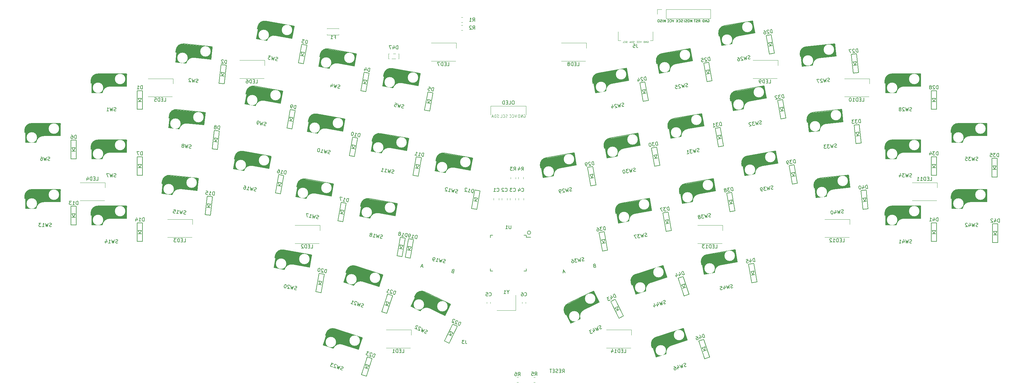
<source format=gbo>
%TF.GenerationSoftware,KiCad,Pcbnew,(5.1.10)-1*%
%TF.CreationDate,2021-05-20T23:11:24+09:00*%
%TF.ProjectId,yacc46,79616363-3436-42e6-9b69-6361645f7063,rev?*%
%TF.SameCoordinates,Original*%
%TF.FileFunction,Legend,Bot*%
%TF.FilePolarity,Positive*%
%FSLAX46Y46*%
G04 Gerber Fmt 4.6, Leading zero omitted, Abs format (unit mm)*
G04 Created by KiCad (PCBNEW (5.1.10)-1) date 2021-05-20 23:11:24*
%MOMM*%
%LPD*%
G01*
G04 APERTURE LIST*
%ADD10C,0.150000*%
%ADD11C,0.120000*%
%ADD12C,0.400000*%
%ADD13C,0.500000*%
%ADD14C,3.500000*%
%ADD15C,1.000000*%
%ADD16C,3.000000*%
%ADD17C,0.800000*%
%ADD18C,0.300000*%
%ADD19C,0.075000*%
%ADD20O,1.000000X2.550000*%
%ADD21R,2.000000X1.300000*%
%ADD22R,0.300000X1.100000*%
%ADD23C,1.600000*%
%ADD24R,1.600000X1.600000*%
%ADD25C,0.100000*%
%ADD26C,4.100000*%
%ADD27C,1.900000*%
%ADD28C,3.000000*%
%ADD29C,0.600000*%
%ADD30O,4.000000X1.000000*%
%ADD31R,0.600000X0.700000*%
%ADD32R,1.000000X0.700000*%
%ADD33R,1.000000X1.400000*%
%ADD34R,1.000000X1.600000*%
%ADD35C,4.300000*%
%ADD36C,2.200000*%
%ADD37O,1.700000X1.700000*%
%ADD38C,1.700000*%
%ADD39R,1.350000X1.350000*%
%ADD40O,1.350000X1.350000*%
%ADD41R,1.600000X1.000000*%
%ADD42R,2.550000X2.500000*%
%ADD43C,2.400000*%
%ADD44C,3.987800*%
%ADD45C,2.000000*%
%ADD46R,1.250000X1.600000*%
%ADD47C,0.750000*%
%ADD48R,1.500000X0.550000*%
%ADD49R,0.550000X1.500000*%
%ADD50R,2.100000X1.800000*%
G04 APERTURE END LIST*
D10*
X173431200Y-90779600D02*
G75*
G03*
X173431200Y-90779600I-500000J0D01*
G01*
X182503580Y-131160780D02*
X182836914Y-130684590D01*
X183075009Y-131160780D02*
X183075009Y-130160780D01*
X182694057Y-130160780D01*
X182598819Y-130208400D01*
X182551200Y-130256019D01*
X182503580Y-130351257D01*
X182503580Y-130494114D01*
X182551200Y-130589352D01*
X182598819Y-130636971D01*
X182694057Y-130684590D01*
X183075009Y-130684590D01*
X182075009Y-130636971D02*
X181741676Y-130636971D01*
X181598819Y-131160780D02*
X182075009Y-131160780D01*
X182075009Y-130160780D01*
X181598819Y-130160780D01*
X181217866Y-131113161D02*
X181075009Y-131160780D01*
X180836914Y-131160780D01*
X180741676Y-131113161D01*
X180694057Y-131065542D01*
X180646438Y-130970304D01*
X180646438Y-130875066D01*
X180694057Y-130779828D01*
X180741676Y-130732209D01*
X180836914Y-130684590D01*
X181027390Y-130636971D01*
X181122628Y-130589352D01*
X181170247Y-130541733D01*
X181217866Y-130446495D01*
X181217866Y-130351257D01*
X181170247Y-130256019D01*
X181122628Y-130208400D01*
X181027390Y-130160780D01*
X180789295Y-130160780D01*
X180646438Y-130208400D01*
X180217866Y-130636971D02*
X179884533Y-130636971D01*
X179741676Y-131160780D02*
X180217866Y-131160780D01*
X180217866Y-130160780D01*
X179741676Y-130160780D01*
X179455961Y-130160780D02*
X178884533Y-130160780D01*
X179170247Y-131160780D02*
X179170247Y-130160780D01*
D11*
%TO.C,J2*%
X172080000Y-54260000D02*
X161920000Y-54260000D01*
X161920000Y-54260000D02*
X161920000Y-56800000D01*
X172080000Y-56800000D02*
X172080000Y-54260000D01*
D12*
%TO.C,SW29*%
X185837755Y-67970076D02*
X184606745Y-68187136D01*
D13*
X177170725Y-74676982D02*
X179583504Y-74251544D01*
D10*
X185950746Y-67747067D02*
X177875322Y-69170982D01*
X181848802Y-72125886D02*
X186575880Y-71292375D01*
X177008493Y-74908674D02*
X179992461Y-74382520D01*
X176137158Y-71406778D02*
X176267394Y-72145384D01*
X176235759Y-70526279D02*
X177008493Y-74908674D01*
X176267394Y-72145384D02*
X176464356Y-72110654D01*
X186382535Y-70311040D02*
X185991827Y-68095223D01*
X186575880Y-71292375D02*
X185950746Y-67747067D01*
D14*
X184490659Y-69832288D02*
X177892447Y-70995730D01*
D15*
X185562531Y-68424776D02*
X185996652Y-70886795D01*
D13*
X186335506Y-71080902D02*
X185046573Y-71257405D01*
D16*
X177771416Y-70712443D02*
X178160388Y-72918413D01*
D17*
X177266352Y-74355493D02*
X176953785Y-72582840D01*
D18*
X176348510Y-72029538D02*
X176235639Y-71389413D01*
D15*
X179528976Y-74036272D02*
G75*
G02*
X181385420Y-71801422I2169248J86530D01*
G01*
D10*
X176137158Y-71406778D02*
G75*
G02*
X177875322Y-69170982I1986980J248816D01*
G01*
X179992358Y-74360736D02*
G75*
G02*
X181848802Y-72125886I2169248J86530D01*
G01*
D11*
%TO.C,D47*%
X132675600Y-40612800D02*
X132525600Y-40612800D01*
X135525600Y-39212800D02*
X135525600Y-40612800D01*
X135375600Y-39212800D02*
X135525600Y-39212800D01*
X132525600Y-40612800D02*
X132525600Y-39212800D01*
X134575600Y-40612800D02*
X133475600Y-40612800D01*
X135525600Y-40612800D02*
X135375600Y-40612800D01*
X132525600Y-39212800D02*
X132675600Y-39212800D01*
X133875600Y-39212800D02*
X134575600Y-39212800D01*
%TO.C,C5*%
X160805400Y-110859533D02*
X160805400Y-111152067D01*
X161825400Y-110859533D02*
X161825400Y-111152067D01*
%TO.C,C1*%
X162768700Y-80866348D02*
X162768700Y-81388852D01*
X164238700Y-80866348D02*
X164238700Y-81388852D01*
%TO.C,C2*%
X166616533Y-80866348D02*
X166616533Y-81388852D01*
X165146533Y-80866348D02*
X165146533Y-81388852D01*
%TO.C,C3*%
X167524366Y-81388852D02*
X167524366Y-80866348D01*
X168994366Y-81388852D02*
X168994366Y-80866348D01*
%TO.C,C4*%
X171372200Y-81388852D02*
X171372200Y-80866348D01*
X169902200Y-81388852D02*
X169902200Y-80866348D01*
%TO.C,C6*%
X170965400Y-111152067D02*
X170965400Y-110859533D01*
X171985400Y-111152067D02*
X171985400Y-110859533D01*
D10*
%TO.C,D1*%
X60241499Y-55227500D02*
X60241499Y-49827500D01*
X61741499Y-49827500D02*
X61741499Y-55227500D01*
X61741499Y-55227500D02*
X60241499Y-55227500D01*
X61741499Y-49827500D02*
X60241499Y-49827500D01*
X61491499Y-52027500D02*
X60491499Y-52027500D01*
X60491499Y-52027500D02*
X60991499Y-52927500D01*
X60991499Y-52927500D02*
X61491499Y-52027500D01*
X61491499Y-53027500D02*
X60491499Y-53027500D01*
%TO.C,D2*%
X83794933Y-47716868D02*
X84359386Y-42346450D01*
X85851169Y-42503242D02*
X85286716Y-47873660D01*
X85286716Y-47873660D02*
X83794933Y-47716868D01*
X85851169Y-42503242D02*
X84359386Y-42346450D01*
X85372576Y-44665058D02*
X84378054Y-44560530D01*
X84378054Y-44560530D02*
X84781240Y-45507864D01*
X84781240Y-45507864D02*
X85372576Y-44665058D01*
X85268048Y-45659580D02*
X84273526Y-45555052D01*
%TO.C,D3*%
X106610760Y-41835188D02*
X107548460Y-36517226D01*
X109025672Y-36777698D02*
X108087972Y-42095660D01*
X108087972Y-42095660D02*
X106610760Y-41835188D01*
X109025672Y-36777698D02*
X107548460Y-36517226D01*
X108397444Y-38900863D02*
X107412636Y-38727215D01*
X107412636Y-38727215D02*
X107748757Y-39700366D01*
X107748757Y-39700366D02*
X108397444Y-38900863D01*
X108223796Y-39885671D02*
X107238988Y-39712023D01*
%TO.C,D4*%
X126157384Y-47883816D02*
X125172576Y-47710168D01*
X125682345Y-47698511D02*
X126331032Y-46899008D01*
X125346224Y-46725360D02*
X125682345Y-47698511D01*
X126331032Y-46899008D02*
X125346224Y-46725360D01*
X126959260Y-44775843D02*
X125482048Y-44515371D01*
X126021560Y-50093805D02*
X124544348Y-49833333D01*
X126959260Y-44775843D02*
X126021560Y-50093805D01*
X124544348Y-49833333D02*
X125482048Y-44515371D01*
%TO.C,D5*%
X144504472Y-53536887D02*
X143519664Y-53363239D01*
X144029433Y-53351582D02*
X144678120Y-52552079D01*
X143693312Y-52378431D02*
X144029433Y-53351582D01*
X144678120Y-52552079D02*
X143693312Y-52378431D01*
X145306348Y-50428914D02*
X143829136Y-50168442D01*
X144368648Y-55746876D02*
X142891436Y-55486404D01*
X145306348Y-50428914D02*
X144368648Y-55746876D01*
X142891436Y-55486404D02*
X143829136Y-50168442D01*
%TO.C,D6*%
X41191500Y-69515000D02*
X41191500Y-64115000D01*
X42691500Y-64115000D02*
X42691500Y-69515000D01*
X42691500Y-69515000D02*
X41191500Y-69515000D01*
X42691500Y-64115000D02*
X41191500Y-64115000D01*
X42441500Y-66315000D02*
X41441500Y-66315000D01*
X41441500Y-66315000D02*
X41941500Y-67215000D01*
X41941500Y-67215000D02*
X42441500Y-66315000D01*
X42441500Y-67315000D02*
X41441500Y-67315000D01*
%TO.C,D7*%
X60241499Y-74277500D02*
X60241499Y-68877500D01*
X61741499Y-68877500D02*
X61741499Y-74277500D01*
X61741499Y-74277500D02*
X60241499Y-74277500D01*
X61741499Y-68877500D02*
X60241499Y-68877500D01*
X61491499Y-71077500D02*
X60491499Y-71077500D01*
X60491499Y-71077500D02*
X60991499Y-71977500D01*
X60991499Y-71977500D02*
X61491499Y-71077500D01*
X61491499Y-72077500D02*
X60491499Y-72077500D01*
%TO.C,D8*%
X83276780Y-64605222D02*
X82282258Y-64500694D01*
X82789972Y-64453506D02*
X83381308Y-63610700D01*
X82386786Y-63506172D02*
X82789972Y-64453506D01*
X83381308Y-63610700D02*
X82386786Y-63506172D01*
X83859901Y-61448884D02*
X82368118Y-61292092D01*
X83295448Y-66819302D02*
X81803665Y-66662510D01*
X83859901Y-61448884D02*
X83295448Y-66819302D01*
X81803665Y-66662510D02*
X82368118Y-61292092D01*
%TO.C,D9*%
X103302762Y-60595776D02*
X104240462Y-55277814D01*
X105717674Y-55538286D02*
X104779974Y-60856248D01*
X104779974Y-60856248D02*
X103302762Y-60595776D01*
X105717674Y-55538286D02*
X104240462Y-55277814D01*
X105089446Y-57661451D02*
X104104638Y-57487803D01*
X104104638Y-57487803D02*
X104440759Y-58460954D01*
X104440759Y-58460954D02*
X105089446Y-57661451D01*
X104915798Y-58646259D02*
X103930990Y-58472611D01*
%TO.C,D10*%
X122849386Y-66644404D02*
X121864578Y-66470756D01*
X122374347Y-66459099D02*
X123023034Y-65659596D01*
X122038226Y-65485948D02*
X122374347Y-66459099D01*
X123023034Y-65659596D02*
X122038226Y-65485948D01*
X123651262Y-63536431D02*
X122174050Y-63275959D01*
X122713562Y-68854393D02*
X121236350Y-68593921D01*
X123651262Y-63536431D02*
X122713562Y-68854393D01*
X121236350Y-68593921D02*
X122174050Y-63275959D01*
%TO.C,D11*%
X141196474Y-72297475D02*
X140211666Y-72123827D01*
X140721435Y-72112170D02*
X141370122Y-71312667D01*
X140385314Y-71139019D02*
X140721435Y-72112170D01*
X141370122Y-71312667D02*
X140385314Y-71139019D01*
X141998350Y-69189502D02*
X140521138Y-68929030D01*
X141060650Y-74507464D02*
X139583438Y-74246992D01*
X141998350Y-69189502D02*
X141060650Y-74507464D01*
X139583438Y-74246992D02*
X140521138Y-68929030D01*
%TO.C,D12*%
X156421518Y-83778779D02*
X157359218Y-78460817D01*
X158836430Y-78721289D02*
X157898730Y-84039251D01*
X157898730Y-84039251D02*
X156421518Y-83778779D01*
X158836430Y-78721289D02*
X157359218Y-78460817D01*
X158208202Y-80844454D02*
X157223394Y-80670806D01*
X157223394Y-80670806D02*
X157559515Y-81643957D01*
X157559515Y-81643957D02*
X158208202Y-80844454D01*
X158034554Y-81829262D02*
X157049746Y-81655614D01*
%TO.C,D13*%
X41191500Y-88565000D02*
X41191500Y-83165000D01*
X42691500Y-83165000D02*
X42691500Y-88565000D01*
X42691500Y-88565000D02*
X41191500Y-88565000D01*
X42691500Y-83165000D02*
X41191500Y-83165000D01*
X42441500Y-85365000D02*
X41441500Y-85365000D01*
X41441500Y-85365000D02*
X41941500Y-86265000D01*
X41941500Y-86265000D02*
X42441500Y-85365000D01*
X42441500Y-86365000D02*
X41441500Y-86365000D01*
%TO.C,D14*%
X61491499Y-91127500D02*
X60491499Y-91127500D01*
X60991499Y-91027500D02*
X61491499Y-90127500D01*
X60491499Y-90127500D02*
X60991499Y-91027500D01*
X61491499Y-90127500D02*
X60491499Y-90127500D01*
X61741499Y-87927500D02*
X60241499Y-87927500D01*
X61741499Y-93327500D02*
X60241499Y-93327500D01*
X61741499Y-87927500D02*
X61741499Y-93327500D01*
X60241499Y-93327500D02*
X60241499Y-87927500D01*
%TO.C,D15*%
X79812398Y-85608152D02*
X80376851Y-80237734D01*
X81868634Y-80394526D02*
X81304181Y-85764944D01*
X81304181Y-85764944D02*
X79812398Y-85608152D01*
X81868634Y-80394526D02*
X80376851Y-80237734D01*
X81390041Y-82556342D02*
X80395519Y-82451814D01*
X80395519Y-82451814D02*
X80798705Y-83399148D01*
X80798705Y-83399148D02*
X81390041Y-82556342D01*
X81285513Y-83550864D02*
X80290991Y-83446336D01*
%TO.C,D16*%
X101607800Y-77406847D02*
X100622992Y-77233199D01*
X101132761Y-77221542D02*
X101781448Y-76422039D01*
X100796640Y-76248391D02*
X101132761Y-77221542D01*
X101781448Y-76422039D02*
X100796640Y-76248391D01*
X102409676Y-74298874D02*
X100932464Y-74038402D01*
X101471976Y-79616836D02*
X99994764Y-79356364D01*
X102409676Y-74298874D02*
X101471976Y-79616836D01*
X99994764Y-79356364D02*
X100932464Y-74038402D01*
%TO.C,D17*%
X117928352Y-87354508D02*
X118866052Y-82036546D01*
X120343264Y-82297018D02*
X119405564Y-87614980D01*
X119405564Y-87614980D02*
X117928352Y-87354508D01*
X120343264Y-82297018D02*
X118866052Y-82036546D01*
X119715036Y-84420183D02*
X118730228Y-84246535D01*
X118730228Y-84246535D02*
X119066349Y-85219686D01*
X119066349Y-85219686D02*
X119715036Y-84420183D01*
X119541388Y-85404991D02*
X118556580Y-85231343D01*
%TO.C,D18*%
X136547354Y-95477262D02*
X135562546Y-95303614D01*
X136072315Y-95291957D02*
X136721002Y-94492454D01*
X135736194Y-94318806D02*
X136072315Y-95291957D01*
X136721002Y-94492454D02*
X135736194Y-94318806D01*
X137349230Y-92369289D02*
X135872018Y-92108817D01*
X136411530Y-97687251D02*
X134934318Y-97426779D01*
X137349230Y-92369289D02*
X136411530Y-97687251D01*
X134934318Y-97426779D02*
X135872018Y-92108817D01*
%TO.C,D19*%
X137334318Y-97876779D02*
X138272018Y-92558817D01*
X139749230Y-92819289D02*
X138811530Y-98137251D01*
X138811530Y-98137251D02*
X137334318Y-97876779D01*
X139749230Y-92819289D02*
X138272018Y-92558817D01*
X139121002Y-94942454D02*
X138136194Y-94768806D01*
X138136194Y-94768806D02*
X138472315Y-95741957D01*
X138472315Y-95741957D02*
X139121002Y-94942454D01*
X138947354Y-95927262D02*
X137962546Y-95753614D01*
%TO.C,D20*%
X113241115Y-105867692D02*
X112256307Y-105694044D01*
X112766076Y-105682387D02*
X113414763Y-104882884D01*
X112429955Y-104709236D02*
X112766076Y-105682387D01*
X113414763Y-104882884D02*
X112429955Y-104709236D01*
X114042991Y-102759719D02*
X112565779Y-102499247D01*
X113105291Y-108077681D02*
X111628079Y-107817209D01*
X114042991Y-102759719D02*
X113105291Y-108077681D01*
X111628079Y-107817209D02*
X112565779Y-102499247D01*
%TO.C,D21*%
X130610980Y-113620146D02*
X132279671Y-108484441D01*
X133706256Y-108947966D02*
X132037565Y-114083671D01*
X132037565Y-114083671D02*
X130610980Y-113620146D01*
X133706256Y-108947966D02*
X132279671Y-108484441D01*
X132788655Y-110963036D02*
X131837598Y-110654019D01*
X131837598Y-110654019D02*
X132035011Y-111664479D01*
X132035011Y-111664479D02*
X132788655Y-110963036D01*
X132479638Y-111914093D02*
X131528581Y-111605076D01*
%TO.C,D22*%
X150689436Y-120579135D02*
X149790642Y-120140763D01*
X150283877Y-120270070D02*
X151127808Y-119680341D01*
X150229014Y-119241969D02*
X150283877Y-120270070D01*
X151127808Y-119680341D02*
X150229014Y-119241969D01*
X152316923Y-117812586D02*
X150968732Y-117155030D01*
X149949718Y-122666074D02*
X148601527Y-122008518D01*
X152316923Y-117812586D02*
X149949718Y-122666074D01*
X148601527Y-122008518D02*
X150968732Y-117155030D01*
%TO.C,D23*%
X124724206Y-131737772D02*
X126392897Y-126602067D01*
X127819482Y-127065592D02*
X126150791Y-132201297D01*
X126150791Y-132201297D02*
X124724206Y-131737772D01*
X127819482Y-127065592D02*
X126392897Y-126602067D01*
X126901881Y-129080662D02*
X125950824Y-128771645D01*
X125950824Y-128771645D02*
X126148237Y-129782105D01*
X126148237Y-129782105D02*
X126901881Y-129080662D01*
X126592864Y-130031719D02*
X125641807Y-129722702D01*
%TO.C,D24*%
X205765456Y-52901998D02*
X204827756Y-47584036D01*
X206304968Y-47323564D02*
X207242668Y-52641526D01*
X207242668Y-52641526D02*
X205765456Y-52901998D01*
X206304968Y-47323564D02*
X204827756Y-47584036D01*
X206440792Y-49533553D02*
X205455984Y-49707201D01*
X205455984Y-49707201D02*
X206104671Y-50506704D01*
X206104671Y-50506704D02*
X206440792Y-49533553D01*
X206614440Y-50518361D02*
X205629632Y-50692009D01*
%TO.C,D25*%
X224961528Y-44865290D02*
X223976720Y-45038938D01*
X224451759Y-44853633D02*
X224787880Y-43880482D01*
X223803072Y-44054130D02*
X224451759Y-44853633D01*
X224787880Y-43880482D02*
X223803072Y-44054130D01*
X224652056Y-41670493D02*
X223174844Y-41930965D01*
X225589756Y-46988455D02*
X224112544Y-47248927D01*
X224652056Y-41670493D02*
X225589756Y-46988455D01*
X224112544Y-47248927D02*
X223174844Y-41930965D01*
%TO.C,D26*%
X242046132Y-39250782D02*
X241108432Y-33932820D01*
X242585644Y-33672348D02*
X243523344Y-38990310D01*
X243523344Y-38990310D02*
X242046132Y-39250782D01*
X242585644Y-33672348D02*
X241108432Y-33932820D01*
X242721468Y-35882337D02*
X241736660Y-36055985D01*
X241736660Y-36055985D02*
X242385347Y-36855488D01*
X242385347Y-36855488D02*
X242721468Y-35882337D01*
X242895116Y-36867145D02*
X241910308Y-37040793D01*
%TO.C,D27*%
X267231863Y-42443873D02*
X266237341Y-42548401D01*
X266724149Y-42396685D02*
X267127335Y-41449351D01*
X266132813Y-41553879D02*
X266724149Y-42396685D01*
X267127335Y-41449351D02*
X266132813Y-41553879D01*
X267146003Y-39235271D02*
X265654220Y-39392063D01*
X267710456Y-44605689D02*
X266218673Y-44762481D01*
X267146003Y-39235271D02*
X267710456Y-44605689D01*
X266218673Y-44762481D02*
X265654220Y-39392063D01*
%TO.C,D28*%
X288641500Y-55227500D02*
X288641500Y-49827500D01*
X290141500Y-49827500D02*
X290141500Y-55227500D01*
X290141500Y-55227500D02*
X288641500Y-55227500D01*
X290141500Y-49827500D02*
X288641500Y-49827500D01*
X289891500Y-52027500D02*
X288891500Y-52027500D01*
X288891500Y-52027500D02*
X289391500Y-52927500D01*
X289391500Y-52927500D02*
X289891500Y-52027500D01*
X289891500Y-53027500D02*
X288891500Y-53027500D01*
%TO.C,D29*%
X191575350Y-74932020D02*
X190590542Y-75105668D01*
X191065581Y-74920363D02*
X191401702Y-73947212D01*
X190416894Y-74120860D02*
X191065581Y-74920363D01*
X191401702Y-73947212D02*
X190416894Y-74120860D01*
X191265878Y-71737223D02*
X189788666Y-71997695D01*
X192203578Y-77055185D02*
X190726366Y-77315657D01*
X191265878Y-71737223D02*
X192203578Y-77055185D01*
X190726366Y-77315657D02*
X189788666Y-71997695D01*
%TO.C,D30*%
X209073454Y-71662586D02*
X208135754Y-66344624D01*
X209612966Y-66084152D02*
X210550666Y-71402114D01*
X210550666Y-71402114D02*
X209073454Y-71662586D01*
X209612966Y-66084152D02*
X208135754Y-66344624D01*
X209748790Y-68294141D02*
X208763982Y-68467789D01*
X208763982Y-68467789D02*
X209412669Y-69267292D01*
X209412669Y-69267292D02*
X209748790Y-68294141D01*
X209922438Y-69278949D02*
X208937630Y-69452597D01*
%TO.C,D31*%
X228269526Y-63625878D02*
X227284718Y-63799526D01*
X227759757Y-63614221D02*
X228095878Y-62641070D01*
X227111070Y-62814718D02*
X227759757Y-63614221D01*
X228095878Y-62641070D02*
X227111070Y-62814718D01*
X227960054Y-60431081D02*
X226482842Y-60691553D01*
X228897754Y-65749043D02*
X227420542Y-66009515D01*
X227960054Y-60431081D02*
X228897754Y-65749043D01*
X227420542Y-66009515D02*
X226482842Y-60691553D01*
%TO.C,D32*%
X245354130Y-58011370D02*
X244416430Y-52693408D01*
X245893642Y-52432936D02*
X246831342Y-57750898D01*
X246831342Y-57750898D02*
X245354130Y-58011370D01*
X245893642Y-52432936D02*
X244416430Y-52693408D01*
X246029466Y-54642925D02*
X245044658Y-54816573D01*
X245044658Y-54816573D02*
X245693345Y-55616076D01*
X245693345Y-55616076D02*
X246029466Y-54642925D01*
X246203114Y-55627733D02*
X245218306Y-55801381D01*
%TO.C,D33*%
X268010993Y-62788204D02*
X267016471Y-62892732D01*
X267503279Y-62741016D02*
X267906465Y-61793682D01*
X266911943Y-61898210D02*
X267503279Y-62741016D01*
X267906465Y-61793682D02*
X266911943Y-61898210D01*
X267925133Y-59579602D02*
X266433350Y-59736394D01*
X268489586Y-64950020D02*
X266997803Y-65106812D01*
X267925133Y-59579602D02*
X268489586Y-64950020D01*
X266997803Y-65106812D02*
X266433350Y-59736394D01*
%TO.C,D34*%
X288641500Y-74277500D02*
X288641500Y-68877500D01*
X290141500Y-68877500D02*
X290141500Y-74277500D01*
X290141500Y-74277500D02*
X288641500Y-74277500D01*
X290141500Y-68877500D02*
X288641500Y-68877500D01*
X289891500Y-71077500D02*
X288891500Y-71077500D01*
X288891500Y-71077500D02*
X289391500Y-71977500D01*
X289391500Y-71977500D02*
X289891500Y-71077500D01*
X289891500Y-72077500D02*
X288891500Y-72077500D01*
%TO.C,D35*%
X307332000Y-72537400D02*
X306332000Y-72537400D01*
X306832000Y-72437400D02*
X307332000Y-71537400D01*
X306332000Y-71537400D02*
X306832000Y-72437400D01*
X307332000Y-71537400D02*
X306332000Y-71537400D01*
X307582000Y-69337400D02*
X306082000Y-69337400D01*
X307582000Y-74737400D02*
X306082000Y-74737400D01*
X307582000Y-69337400D02*
X307582000Y-74737400D01*
X306082000Y-74737400D02*
X306082000Y-69337400D01*
%TO.C,D36*%
X194883348Y-93692608D02*
X193898540Y-93866256D01*
X194373579Y-93680951D02*
X194709700Y-92707800D01*
X193724892Y-92881448D02*
X194373579Y-93680951D01*
X194709700Y-92707800D02*
X193724892Y-92881448D01*
X194573876Y-90497811D02*
X193096664Y-90758283D01*
X195511576Y-95815773D02*
X194034364Y-96076245D01*
X194573876Y-90497811D02*
X195511576Y-95815773D01*
X194034364Y-96076245D02*
X193096664Y-90758283D01*
%TO.C,D37*%
X212381452Y-90423174D02*
X211443752Y-85105212D01*
X212920964Y-84844740D02*
X213858664Y-90162702D01*
X213858664Y-90162702D02*
X212381452Y-90423174D01*
X212920964Y-84844740D02*
X211443752Y-85105212D01*
X213056788Y-87054729D02*
X212071980Y-87228377D01*
X212071980Y-87228377D02*
X212720667Y-88027880D01*
X212720667Y-88027880D02*
X213056788Y-87054729D01*
X213230436Y-88039537D02*
X212245628Y-88213185D01*
%TO.C,D38*%
X231577524Y-82386465D02*
X230592716Y-82560113D01*
X231067755Y-82374808D02*
X231403876Y-81401657D01*
X230419068Y-81575305D02*
X231067755Y-82374808D01*
X231403876Y-81401657D02*
X230419068Y-81575305D01*
X231268052Y-79191668D02*
X229790840Y-79452140D01*
X232205752Y-84509630D02*
X230728540Y-84770102D01*
X231268052Y-79191668D02*
X232205752Y-84509630D01*
X230728540Y-84770102D02*
X229790840Y-79452140D01*
%TO.C,D39*%
X248662128Y-76771958D02*
X247724428Y-71453996D01*
X249201640Y-71193524D02*
X250139340Y-76511486D01*
X250139340Y-76511486D02*
X248662128Y-76771958D01*
X249201640Y-71193524D02*
X247724428Y-71453996D01*
X249337464Y-73403513D02*
X248352656Y-73577161D01*
X248352656Y-73577161D02*
X249001343Y-74376664D01*
X249001343Y-74376664D02*
X249337464Y-73403513D01*
X249511112Y-74388321D02*
X248526304Y-74561969D01*
%TO.C,D40*%
X270002260Y-81733846D02*
X269007738Y-81838374D01*
X269494546Y-81686658D02*
X269897732Y-80739324D01*
X268903210Y-80843852D02*
X269494546Y-81686658D01*
X269897732Y-80739324D02*
X268903210Y-80843852D01*
X269916400Y-78525244D02*
X268424617Y-78682036D01*
X270480853Y-83895662D02*
X268989070Y-84052454D01*
X269916400Y-78525244D02*
X270480853Y-83895662D01*
X268989070Y-84052454D02*
X268424617Y-78682036D01*
%TO.C,D41*%
X288641500Y-93327500D02*
X288641500Y-87927500D01*
X290141500Y-87927500D02*
X290141500Y-93327500D01*
X290141500Y-93327500D02*
X288641500Y-93327500D01*
X290141500Y-87927500D02*
X288641500Y-87927500D01*
X289891500Y-90127500D02*
X288891500Y-90127500D01*
X288891500Y-90127500D02*
X289391500Y-91027500D01*
X289391500Y-91027500D02*
X289891500Y-90127500D01*
X289891500Y-91127500D02*
X288891500Y-91127500D01*
%TO.C,D42*%
X307535200Y-91435000D02*
X306535200Y-91435000D01*
X307035200Y-91335000D02*
X307535200Y-90435000D01*
X306535200Y-90435000D02*
X307035200Y-91335000D01*
X307535200Y-90435000D02*
X306535200Y-90435000D01*
X307785200Y-88235000D02*
X306285200Y-88235000D01*
X307785200Y-93635000D02*
X306285200Y-93635000D01*
X307785200Y-88235000D02*
X307785200Y-93635000D01*
X306285200Y-93635000D02*
X306285200Y-88235000D01*
%TO.C,D43*%
X198934299Y-112958929D02*
X198035505Y-113397301D01*
X198441064Y-113088236D02*
X198495927Y-112060135D01*
X197597133Y-112498507D02*
X198441064Y-113088236D01*
X198495927Y-112060135D02*
X197597133Y-112498507D01*
X197756209Y-109973196D02*
X196408018Y-110630752D01*
X200123414Y-114826684D02*
X198775223Y-115484240D01*
X197756209Y-109973196D02*
X200123414Y-114826684D01*
X198775223Y-115484240D02*
X196408018Y-110630752D01*
%TO.C,D44*%
X217543593Y-109021045D02*
X215874902Y-103885340D01*
X217301487Y-103421815D02*
X218970178Y-108557520D01*
X218970178Y-108557520D02*
X217543593Y-109021045D01*
X217301487Y-103421815D02*
X215874902Y-103885340D01*
X217743560Y-105591393D02*
X216792503Y-105900410D01*
X216792503Y-105900410D02*
X217546147Y-106601853D01*
X217546147Y-106601853D02*
X217743560Y-105591393D01*
X218052577Y-106542450D02*
X217101520Y-106851467D01*
%TO.C,D45*%
X237877797Y-102849166D02*
X236892989Y-103022814D01*
X237368028Y-102837509D02*
X237704149Y-101864358D01*
X236719341Y-102038006D02*
X237368028Y-102837509D01*
X237704149Y-101864358D02*
X236719341Y-102038006D01*
X237568325Y-99654369D02*
X236091113Y-99914841D01*
X238506025Y-104972331D02*
X237028813Y-105232803D01*
X237568325Y-99654369D02*
X238506025Y-104972331D01*
X237028813Y-105232803D02*
X236091113Y-99914841D01*
%TO.C,D46*%
X223939351Y-124660076D02*
X222988294Y-124969093D01*
X223432921Y-124719479D02*
X223630334Y-123709019D01*
X222679277Y-124018036D02*
X223432921Y-124719479D01*
X223630334Y-123709019D02*
X222679277Y-124018036D01*
X223188261Y-121539441D02*
X221761676Y-122002966D01*
X224856952Y-126675146D02*
X223430367Y-127138671D01*
X223188261Y-121539441D02*
X224856952Y-126675146D01*
X223430367Y-127138671D02*
X221761676Y-122002966D01*
D11*
%TO.C,F1*%
X118200000Y-31950000D02*
X114800000Y-31950000D01*
X114800000Y-33750000D02*
X118200000Y-33750000D01*
X118200000Y-33750000D02*
X118200000Y-33650000D01*
X118200000Y-31950000D02*
X118200000Y-32050000D01*
X114800000Y-33750000D02*
X114800000Y-33650000D01*
X114800000Y-31950000D02*
X114800000Y-32050000D01*
%TO.C,J4*%
X225154800Y-26406800D02*
X225154800Y-29066800D01*
X225154800Y-29066800D02*
X212394800Y-29066800D01*
X212394800Y-29066800D02*
X212394800Y-26406800D01*
X212394800Y-26406800D02*
X225154800Y-26406800D01*
X211124800Y-26406800D02*
X209794800Y-26406800D01*
X209794800Y-26406800D02*
X209794800Y-27736800D01*
%TO.C,J5*%
X198552800Y-35391600D02*
X198552800Y-32891600D01*
X207752800Y-35391600D02*
X208552800Y-35391600D01*
X208552800Y-35391600D02*
X208552800Y-32891600D01*
X198552800Y-35391600D02*
X199352800Y-35391600D01*
%TO.C,LED1*%
X139010000Y-118810000D02*
X139010000Y-120302509D01*
X131810000Y-118810000D02*
X139010000Y-118810000D01*
X131810000Y-124010000D02*
X138810000Y-124010000D01*
%TO.C,LED2*%
X105570000Y-93860000D02*
X112570000Y-93860000D01*
X105570000Y-88660000D02*
X112770000Y-88660000D01*
X112770000Y-88660000D02*
X112770000Y-90152509D01*
%TO.C,LED3*%
X76170000Y-86940000D02*
X76170000Y-88432509D01*
X68970000Y-86940000D02*
X76170000Y-86940000D01*
X68970000Y-92140000D02*
X75970000Y-92140000D01*
%TO.C,LED4*%
X43820000Y-81550000D02*
X50820000Y-81550000D01*
X43820000Y-76350000D02*
X51020000Y-76350000D01*
X51020000Y-76350000D02*
X51020000Y-77842509D01*
%TO.C,LED5*%
X70530000Y-46370000D02*
X70530000Y-47862509D01*
X63330000Y-46370000D02*
X70530000Y-46370000D01*
X63330000Y-51570000D02*
X70330000Y-51570000D01*
%TO.C,LED6*%
X89700000Y-46300000D02*
X96700000Y-46300000D01*
X89700000Y-41100000D02*
X96900000Y-41100000D01*
X96900000Y-41100000D02*
X96900000Y-42592509D01*
%TO.C,LED7*%
X152000000Y-36100000D02*
X152000000Y-37592509D01*
X144800000Y-36100000D02*
X152000000Y-36100000D01*
X144800000Y-41300000D02*
X151800000Y-41300000D01*
%TO.C,LED8*%
X182200000Y-41300000D02*
X189200000Y-41300000D01*
X182200000Y-36100000D02*
X189400000Y-36100000D01*
X189400000Y-36100000D02*
X189400000Y-37592509D01*
%TO.C,LED9*%
X244500000Y-41100000D02*
X244500000Y-42592509D01*
X237300000Y-41100000D02*
X244500000Y-41100000D01*
X237300000Y-46300000D02*
X244300000Y-46300000D01*
%TO.C,LED10*%
X263670000Y-51570000D02*
X270670000Y-51570000D01*
X263670000Y-46370000D02*
X270870000Y-46370000D01*
X270870000Y-46370000D02*
X270870000Y-47862509D01*
%TO.C,LED11*%
X283180000Y-81550000D02*
X290180000Y-81550000D01*
X283180000Y-76350000D02*
X290380000Y-76350000D01*
X290380000Y-76350000D02*
X290380000Y-77842509D01*
%TO.C,LED12*%
X265229999Y-86940000D02*
X265229999Y-88432509D01*
X258029999Y-86940000D02*
X265229999Y-86940000D01*
X258029999Y-92140000D02*
X265029999Y-92140000D01*
%TO.C,LED13*%
X221430000Y-93860000D02*
X228430000Y-93860000D01*
X221430000Y-88660000D02*
X228630000Y-88660000D01*
X228630000Y-88660000D02*
X228630000Y-90152509D01*
%TO.C,LED14*%
X202390000Y-118810000D02*
X202390000Y-120302509D01*
X195190000Y-118810000D02*
X202390000Y-118810000D01*
X195190000Y-124010000D02*
X202190000Y-124010000D01*
%TO.C,R1*%
X153422936Y-28665000D02*
X153877064Y-28665000D01*
X153422936Y-30135000D02*
X153877064Y-30135000D01*
%TO.C,R2*%
X153877064Y-30965000D02*
X153422936Y-30965000D01*
X153877064Y-32435000D02*
X153422936Y-32435000D01*
%TO.C,R3*%
X169086200Y-75258664D02*
X169086200Y-74804536D01*
X167616200Y-75258664D02*
X167616200Y-74804536D01*
%TO.C,R4*%
X169851400Y-75242664D02*
X169851400Y-74788536D01*
X171321400Y-75242664D02*
X171321400Y-74788536D01*
%TO.C,R5*%
X174236136Y-133983400D02*
X174690264Y-133983400D01*
X174236136Y-132513400D02*
X174690264Y-132513400D01*
%TO.C,R6*%
X169848264Y-133983400D02*
X169394136Y-133983400D01*
X169848264Y-132513400D02*
X169394136Y-132513400D01*
D12*
%TO.C,SW1*%
X57050000Y-45175000D02*
X55800000Y-45175000D01*
D13*
X47350000Y-50275000D02*
X49800000Y-50275000D01*
D10*
X57200000Y-44975000D02*
X48999999Y-44975000D01*
X52400000Y-48575000D02*
X57200000Y-48575000D01*
X47150000Y-50475000D02*
X50180000Y-50475000D01*
X46900000Y-46875000D02*
X46900000Y-47625000D01*
X47150000Y-46025000D02*
X47150000Y-50475000D01*
X46900000Y-47625000D02*
X47100000Y-47625000D01*
X57180000Y-47575000D02*
X57180000Y-45325000D01*
X57200000Y-48575000D02*
X57200000Y-44975000D01*
D14*
X55400000Y-46775000D02*
X48700000Y-46775000D01*
D15*
X56700000Y-45575000D02*
X56700000Y-48075000D01*
D13*
X57000000Y-48325000D02*
X55700000Y-48275000D01*
D16*
X48630000Y-46475000D02*
X48630000Y-48715000D01*
D17*
X47500000Y-49975000D02*
X47500000Y-48175001D01*
D18*
X47000000Y-47525000D02*
X47000000Y-46875000D01*
D15*
X49783682Y-50053529D02*
G75*
G02*
X52000000Y-48175000I2151318J-291471D01*
G01*
D10*
X46900000Y-46875001D02*
G75*
G02*
X48999999Y-44975000I2000000J-99999D01*
G01*
X50183682Y-50453529D02*
G75*
G02*
X52400000Y-48575000I2151318J-291471D01*
G01*
D18*
%TO.C,SW2*%
X71431102Y-38672449D02*
X71499046Y-38026010D01*
D17*
X71672268Y-41161292D02*
X71860420Y-39371154D01*
D16*
X73161928Y-37798583D02*
X72927784Y-40026312D01*
D13*
X81292698Y-40513351D02*
X80005046Y-40327738D01*
D15*
X81281795Y-37747058D02*
X81020474Y-40233362D01*
D14*
X79863483Y-38804597D02*
X73200186Y-38104256D01*
D10*
X81465471Y-40782888D02*
X81841773Y-37202609D01*
X81550109Y-39786275D02*
X81785298Y-37548601D01*
X71321197Y-38761449D02*
X71520102Y-38782354D01*
X71737073Y-37196346D02*
X71271922Y-41621968D01*
X71399594Y-38015557D02*
X71321197Y-38761449D01*
X71271922Y-41621968D02*
X74285323Y-41938689D01*
X76691766Y-40281151D02*
X81465471Y-40782888D01*
X81841773Y-37202609D02*
X73686693Y-36345475D01*
D13*
X71491732Y-41443969D02*
X73928310Y-41700064D01*
D12*
X81671689Y-37385834D02*
X80428537Y-37255173D01*
D10*
X74291229Y-41917721D02*
G75*
G02*
X76691766Y-40281151I2109066J-514748D01*
G01*
X71399594Y-38015558D02*
G75*
G02*
X73686693Y-36345475I1978591J-308508D01*
G01*
D15*
X73935232Y-41478102D02*
G75*
G02*
X76335768Y-39841531I2109066J-514747D01*
G01*
D18*
%TO.C,SW3*%
X94907954Y-31950344D02*
X95020825Y-31310219D01*
D17*
X94974920Y-34449947D02*
X95287487Y-32677294D01*
D16*
X96695521Y-31199343D02*
X96306549Y-33405312D01*
D13*
X104617113Y-34474672D02*
X103345545Y-34199689D01*
D15*
X104799203Y-31714356D02*
X104365083Y-34176376D01*
D14*
X103310575Y-32670383D02*
X96712363Y-31506940D01*
D10*
X104770663Y-34755604D02*
X105395796Y-31210296D01*
X104924615Y-33767323D02*
X105315323Y-31551506D01*
X94792109Y-32031460D02*
X94989070Y-32066190D01*
X95316148Y-30499180D02*
X94543413Y-34881574D01*
X94922345Y-31292854D02*
X94792109Y-32031460D01*
X94543413Y-34881574D02*
X97527381Y-35407728D01*
X100043585Y-33922092D02*
X104770663Y-34755604D01*
X105395796Y-31210296D02*
X97320372Y-29786381D01*
D13*
X94775104Y-34719342D02*
X97187883Y-35144780D01*
D12*
X105213345Y-31381210D02*
X103982336Y-31164150D01*
D10*
X97534734Y-35387223D02*
G75*
G02*
X100043585Y-33922092I2068022J-660615D01*
G01*
X94922345Y-31292854D02*
G75*
G02*
X97320372Y-29786381I1952250J-445777D01*
G01*
D15*
X97210271Y-34923841D02*
G75*
G02*
X99719122Y-33458710I2068022J-660615D01*
G01*
D12*
%TO.C,SW4*%
X123146933Y-39379355D02*
X121915924Y-39162295D01*
D13*
X112708692Y-42717487D02*
X115121471Y-43142925D01*
D10*
X123329384Y-39208441D02*
X115253960Y-37784526D01*
X117977173Y-41920237D02*
X122704251Y-42753749D01*
X112477001Y-42879719D02*
X115460969Y-43405873D01*
X112855933Y-39290999D02*
X112725697Y-40029605D01*
X113249736Y-38497325D02*
X112477001Y-42879719D01*
X112725697Y-40029605D02*
X112922658Y-40064335D01*
X122858203Y-41765468D02*
X123248911Y-39549651D01*
X122704251Y-42753749D02*
X123329384Y-39208441D01*
D14*
X121244163Y-40668528D02*
X114645951Y-39505085D01*
D15*
X122732791Y-39712501D02*
X122298671Y-42174521D01*
D13*
X122550701Y-42472817D02*
X121279133Y-42197834D01*
D16*
X114629109Y-39197488D02*
X114240137Y-41403457D01*
D17*
X112908508Y-42448092D02*
X113221075Y-40675439D01*
D18*
X112841542Y-39948489D02*
X112954413Y-39308364D01*
D15*
X115143859Y-42921986D02*
G75*
G02*
X117652710Y-41456855I2068022J-660615D01*
G01*
D10*
X112855933Y-39290999D02*
G75*
G02*
X115253960Y-37784526I1952250J-445777D01*
G01*
X115468322Y-43385368D02*
G75*
G02*
X117977173Y-41920237I2068022J-660615D01*
G01*
D18*
%TO.C,SW5*%
X131188630Y-45601560D02*
X131301501Y-44961435D01*
D17*
X131255596Y-48101163D02*
X131568163Y-46328510D01*
D16*
X132976197Y-44850559D02*
X132587225Y-47056528D01*
D13*
X140897789Y-48125888D02*
X139626221Y-47850905D01*
D15*
X141079879Y-45365572D02*
X140645759Y-47827592D01*
D14*
X139591251Y-46321599D02*
X132993039Y-45158156D01*
D10*
X141051339Y-48406820D02*
X141676472Y-44861512D01*
X141205291Y-47418539D02*
X141595999Y-45202722D01*
X131072785Y-45682676D02*
X131269746Y-45717406D01*
X131596824Y-44150396D02*
X130824089Y-48532790D01*
X131203021Y-44944070D02*
X131072785Y-45682676D01*
X130824089Y-48532790D02*
X133808057Y-49058944D01*
X136324261Y-47573308D02*
X141051339Y-48406820D01*
X141676472Y-44861512D02*
X133601048Y-43437597D01*
D13*
X131055780Y-48370558D02*
X133468559Y-48795996D01*
D12*
X141494021Y-45032426D02*
X140263012Y-44815366D01*
D10*
X133815410Y-49038439D02*
G75*
G02*
X136324261Y-47573308I2068022J-660615D01*
G01*
X131203021Y-44944070D02*
G75*
G02*
X133601048Y-43437597I1952250J-445777D01*
G01*
D15*
X133490947Y-48575057D02*
G75*
G02*
X135999798Y-47109926I2068022J-660615D01*
G01*
D12*
%TO.C,SW6*%
X38000000Y-59462500D02*
X36750000Y-59462500D01*
D13*
X28300000Y-64562500D02*
X30750000Y-64562500D01*
D10*
X38150000Y-59262500D02*
X29949999Y-59262500D01*
X33350000Y-62862500D02*
X38150000Y-62862500D01*
X28100000Y-64762500D02*
X31130000Y-64762500D01*
X27850000Y-61162500D02*
X27850000Y-61912500D01*
X28100000Y-60312500D02*
X28100000Y-64762500D01*
X27850000Y-61912500D02*
X28050000Y-61912500D01*
X38130000Y-61862500D02*
X38130000Y-59612500D01*
X38150000Y-62862500D02*
X38150000Y-59262500D01*
D14*
X36350000Y-61062500D02*
X29650000Y-61062500D01*
D15*
X37650000Y-59862500D02*
X37650000Y-62362500D01*
D13*
X37950000Y-62612500D02*
X36650000Y-62562500D01*
D16*
X29580000Y-60762500D02*
X29580000Y-63002500D01*
D17*
X28450000Y-64262500D02*
X28450000Y-62462501D01*
D18*
X27950000Y-61812500D02*
X27950000Y-61162500D01*
D15*
X30733682Y-64341029D02*
G75*
G02*
X32950000Y-62462500I2151318J-291471D01*
G01*
D10*
X27850000Y-61162501D02*
G75*
G02*
X29949999Y-59262500I2000000J-99999D01*
G01*
X31133682Y-64741029D02*
G75*
G02*
X33350000Y-62862500I2151318J-291471D01*
G01*
D18*
%TO.C,SW7*%
X47000000Y-66575000D02*
X47000000Y-65925000D01*
D17*
X47500000Y-69025000D02*
X47500000Y-67225001D01*
D16*
X48630000Y-65525000D02*
X48630000Y-67765000D01*
D13*
X57000000Y-67375000D02*
X55700000Y-67325000D01*
D15*
X56700000Y-64625000D02*
X56700000Y-67125000D01*
D14*
X55400000Y-65825000D02*
X48700000Y-65825000D01*
D10*
X57200000Y-67625000D02*
X57200000Y-64025000D01*
X57180000Y-66625000D02*
X57180000Y-64375000D01*
X46900000Y-66675000D02*
X47100000Y-66675000D01*
X47150000Y-65075000D02*
X47150000Y-69525000D01*
X46900000Y-65925000D02*
X46900000Y-66675000D01*
X47150000Y-69525000D02*
X50180000Y-69525000D01*
X52400000Y-67625000D02*
X57200000Y-67625000D01*
X57200000Y-64025000D02*
X48999999Y-64025000D01*
D13*
X47350000Y-69325000D02*
X49800000Y-69325000D01*
D12*
X57050000Y-64225000D02*
X55800000Y-64225000D01*
D10*
X50183682Y-69503529D02*
G75*
G02*
X52400000Y-67625000I2151318J-291471D01*
G01*
X46900000Y-65925001D02*
G75*
G02*
X48999999Y-64025000I2000000J-99999D01*
G01*
D15*
X49783682Y-69103529D02*
G75*
G02*
X52000000Y-67225000I2151318J-291471D01*
G01*
D18*
%TO.C,SW8*%
X69439834Y-57618091D02*
X69507778Y-56971652D01*
D17*
X69681000Y-60106934D02*
X69869152Y-58316796D01*
D16*
X71170660Y-56744225D02*
X70936516Y-58971954D01*
D13*
X79301430Y-59458993D02*
X78013778Y-59273380D01*
D15*
X79290527Y-56692700D02*
X79029206Y-59179004D01*
D14*
X77872215Y-57750239D02*
X71208918Y-57049898D01*
D10*
X79474203Y-59728530D02*
X79850505Y-56148251D01*
X79558841Y-58731917D02*
X79794030Y-56494243D01*
X69329929Y-57707091D02*
X69528834Y-57727996D01*
X69745805Y-56141988D02*
X69280654Y-60567610D01*
X69408326Y-56961199D02*
X69329929Y-57707091D01*
X69280654Y-60567610D02*
X72294055Y-60884331D01*
X74700498Y-59226793D02*
X79474203Y-59728530D01*
X79850505Y-56148251D02*
X71695425Y-55291117D01*
D13*
X69500464Y-60389611D02*
X71937042Y-60645706D01*
D12*
X79680421Y-56331476D02*
X78437269Y-56200815D01*
D10*
X72299961Y-60863363D02*
G75*
G02*
X74700498Y-59226793I2109066J-514748D01*
G01*
X69408326Y-56961200D02*
G75*
G02*
X71695425Y-55291117I1978591J-308508D01*
G01*
D15*
X71943964Y-60423744D02*
G75*
G02*
X74344500Y-58787173I2109066J-514747D01*
G01*
D12*
%TO.C,SW9*%
X101905347Y-50141798D02*
X100674338Y-49924738D01*
D13*
X91467106Y-53479930D02*
X93879885Y-53905368D01*
D10*
X102087798Y-49970884D02*
X94012374Y-48546969D01*
X96735587Y-52682680D02*
X101462665Y-53516192D01*
X91235415Y-53642162D02*
X94219383Y-54168316D01*
X91614347Y-50053442D02*
X91484111Y-50792048D01*
X92008150Y-49259768D02*
X91235415Y-53642162D01*
X91484111Y-50792048D02*
X91681072Y-50826778D01*
X101616617Y-52527911D02*
X102007325Y-50312094D01*
X101462665Y-53516192D02*
X102087798Y-49970884D01*
D14*
X100002577Y-51430971D02*
X93404365Y-50267528D01*
D15*
X101491205Y-50474944D02*
X101057085Y-52936964D01*
D13*
X101309115Y-53235260D02*
X100037547Y-52960277D01*
D16*
X93387523Y-49959931D02*
X92998551Y-52165900D01*
D17*
X91666922Y-53210535D02*
X91979489Y-51437882D01*
D18*
X91599956Y-50710932D02*
X91712827Y-50070807D01*
D15*
X93902273Y-53684429D02*
G75*
G02*
X96411124Y-52219298I2068022J-660615D01*
G01*
D10*
X91614347Y-50053442D02*
G75*
G02*
X94012374Y-48546969I1952250J-445777D01*
G01*
X94226736Y-54147811D02*
G75*
G02*
X96735587Y-52682680I2068022J-660615D01*
G01*
D18*
%TO.C,SW10*%
X109533544Y-58709077D02*
X109646415Y-58068952D01*
D17*
X109600510Y-61208680D02*
X109913077Y-59436027D01*
D16*
X111321111Y-57958076D02*
X110932139Y-60164045D01*
D13*
X119242703Y-61233405D02*
X117971135Y-60958422D01*
D15*
X119424793Y-58473089D02*
X118990673Y-60935109D01*
D14*
X117936165Y-59429116D02*
X111337953Y-58265673D01*
D10*
X119396253Y-61514337D02*
X120021386Y-57969029D01*
X119550205Y-60526056D02*
X119940913Y-58310239D01*
X109417699Y-58790193D02*
X109614660Y-58824923D01*
X109941738Y-57257913D02*
X109169003Y-61640307D01*
X109547935Y-58051587D02*
X109417699Y-58790193D01*
X109169003Y-61640307D02*
X112152971Y-62166461D01*
X114669175Y-60680825D02*
X119396253Y-61514337D01*
X120021386Y-57969029D02*
X111945962Y-56545114D01*
D13*
X109400694Y-61478075D02*
X111813473Y-61903513D01*
D12*
X119838935Y-58139943D02*
X118607926Y-57922883D01*
D10*
X112160324Y-62145956D02*
G75*
G02*
X114669175Y-60680825I2068022J-660615D01*
G01*
X109547935Y-58051587D02*
G75*
G02*
X111945962Y-56545114I1952250J-445777D01*
G01*
D15*
X111835861Y-61682574D02*
G75*
G02*
X114344712Y-60217443I2068022J-660615D01*
G01*
D18*
%TO.C,SW11*%
X127880632Y-64362148D02*
X127993503Y-63722023D01*
D17*
X127947598Y-66861751D02*
X128260165Y-65089098D01*
D16*
X129668199Y-63611147D02*
X129279227Y-65817116D01*
D13*
X137589791Y-66886476D02*
X136318223Y-66611493D01*
D15*
X137771881Y-64126160D02*
X137337761Y-66588180D01*
D14*
X136283253Y-65082187D02*
X129685041Y-63918744D01*
D10*
X137743341Y-67167408D02*
X138368474Y-63622100D01*
X137897293Y-66179127D02*
X138288001Y-63963310D01*
X127764787Y-64443264D02*
X127961748Y-64477994D01*
X128288826Y-62910984D02*
X127516091Y-67293378D01*
X127895023Y-63704658D02*
X127764787Y-64443264D01*
X127516091Y-67293378D02*
X130500059Y-67819532D01*
X133016263Y-66333896D02*
X137743341Y-67167408D01*
X138368474Y-63622100D02*
X130293050Y-62198185D01*
D13*
X127747782Y-67131146D02*
X130160561Y-67556584D01*
D12*
X138186023Y-63793014D02*
X136955014Y-63575954D01*
D10*
X130507412Y-67799027D02*
G75*
G02*
X133016263Y-66333896I2068022J-660615D01*
G01*
X127895023Y-63704658D02*
G75*
G02*
X130293050Y-62198185I1952250J-445777D01*
G01*
D15*
X130182949Y-67335645D02*
G75*
G02*
X132691800Y-65870514I2068022J-660615D01*
G01*
D12*
%TO.C,SW12*%
X156533111Y-69446085D02*
X155302102Y-69229025D01*
D13*
X146094870Y-72784217D02*
X148507649Y-73209655D01*
D10*
X156715562Y-69275171D02*
X148640138Y-67851256D01*
X151363351Y-71986967D02*
X156090429Y-72820479D01*
X145863179Y-72946449D02*
X148847147Y-73472603D01*
X146242111Y-69357729D02*
X146111875Y-70096335D01*
X146635914Y-68564055D02*
X145863179Y-72946449D01*
X146111875Y-70096335D02*
X146308836Y-70131065D01*
X156244381Y-71832198D02*
X156635089Y-69616381D01*
X156090429Y-72820479D02*
X156715562Y-69275171D01*
D14*
X154630341Y-70735258D02*
X148032129Y-69571815D01*
D15*
X156118969Y-69779231D02*
X155684849Y-72241251D01*
D13*
X155936879Y-72539547D02*
X154665311Y-72264564D01*
D16*
X148015287Y-69264218D02*
X147626315Y-71470187D01*
D17*
X146294686Y-72514822D02*
X146607253Y-70742169D01*
D18*
X146227720Y-70015219D02*
X146340591Y-69375094D01*
D15*
X148530037Y-72988716D02*
G75*
G02*
X151038888Y-71523585I2068022J-660615D01*
G01*
D10*
X146242111Y-69357729D02*
G75*
G02*
X148640138Y-67851256I1952250J-445777D01*
G01*
X148854500Y-73452098D02*
G75*
G02*
X151363351Y-71986967I2068022J-660615D01*
G01*
D12*
%TO.C,SW13*%
X38000000Y-78512500D02*
X36750000Y-78512500D01*
D13*
X28300000Y-83612500D02*
X30750000Y-83612500D01*
D10*
X38150000Y-78312500D02*
X29949999Y-78312500D01*
X33350000Y-81912500D02*
X38150000Y-81912500D01*
X28100000Y-83812500D02*
X31130000Y-83812500D01*
X27850000Y-80212500D02*
X27850000Y-80962500D01*
X28100000Y-79362500D02*
X28100000Y-83812500D01*
X27850000Y-80962500D02*
X28050000Y-80962500D01*
X38130000Y-80912500D02*
X38130000Y-78662500D01*
X38150000Y-81912500D02*
X38150000Y-78312500D01*
D14*
X36350000Y-80112500D02*
X29650000Y-80112500D01*
D15*
X37650000Y-78912500D02*
X37650000Y-81412500D01*
D13*
X37950000Y-81662500D02*
X36650000Y-81612500D01*
D16*
X29580000Y-79812500D02*
X29580000Y-82052500D01*
D17*
X28450000Y-83312500D02*
X28450000Y-81512501D01*
D18*
X27950000Y-80862500D02*
X27950000Y-80212500D01*
D15*
X30733682Y-83391029D02*
G75*
G02*
X32950000Y-81512500I2151318J-291471D01*
G01*
D10*
X27850000Y-80212501D02*
G75*
G02*
X29949999Y-78312500I2000000J-99999D01*
G01*
X31133682Y-83791029D02*
G75*
G02*
X33350000Y-81912500I2151318J-291471D01*
G01*
D12*
%TO.C,SW14*%
X57050000Y-83275000D02*
X55800000Y-83275000D01*
D13*
X47350000Y-88375000D02*
X49800000Y-88375000D01*
D10*
X57200000Y-83075000D02*
X48999999Y-83075000D01*
X52400000Y-86675000D02*
X57200000Y-86675000D01*
X47150000Y-88575000D02*
X50180000Y-88575000D01*
X46900000Y-84975000D02*
X46900000Y-85725000D01*
X47150000Y-84125000D02*
X47150000Y-88575000D01*
X46900000Y-85725000D02*
X47100000Y-85725000D01*
X57180000Y-85675000D02*
X57180000Y-83425000D01*
X57200000Y-86675000D02*
X57200000Y-83075000D01*
D14*
X55400000Y-84875000D02*
X48700000Y-84875000D01*
D15*
X56700000Y-83675000D02*
X56700000Y-86175000D01*
D13*
X57000000Y-86425000D02*
X55700000Y-86375000D01*
D16*
X48630000Y-84575000D02*
X48630000Y-86815000D01*
D17*
X47500000Y-88075000D02*
X47500000Y-86275001D01*
D18*
X47000000Y-85625000D02*
X47000000Y-84975000D01*
D15*
X49783682Y-88153529D02*
G75*
G02*
X52000000Y-86275000I2151318J-291471D01*
G01*
D10*
X46900000Y-84975001D02*
G75*
G02*
X48999999Y-83075000I2000000J-99999D01*
G01*
X50183682Y-88553529D02*
G75*
G02*
X52400000Y-86675000I2151318J-291471D01*
G01*
D12*
%TO.C,SW15*%
X77689154Y-75277118D02*
X76446002Y-75146457D01*
D13*
X67509197Y-79335253D02*
X69945775Y-79591348D01*
D10*
X77859238Y-75093893D02*
X69704158Y-74236759D01*
X72709231Y-78172435D02*
X77482936Y-78674172D01*
X67289387Y-79513252D02*
X70302788Y-79829973D01*
X67417059Y-75906841D02*
X67338662Y-76652733D01*
X67754538Y-75087630D02*
X67289387Y-79513252D01*
X67338662Y-76652733D02*
X67537567Y-76673638D01*
X77567574Y-77677559D02*
X77802763Y-75439885D01*
X77482936Y-78674172D02*
X77859238Y-75093893D01*
D14*
X75880948Y-76695881D02*
X69217651Y-75995540D01*
D15*
X77299260Y-75638342D02*
X77037939Y-78124646D01*
D13*
X77310163Y-78404635D02*
X76022511Y-78219022D01*
D16*
X69179393Y-75689867D02*
X68945249Y-77917596D01*
D17*
X67689733Y-79052576D02*
X67877885Y-77262438D01*
D18*
X67448567Y-76563733D02*
X67516511Y-75917294D01*
D15*
X69952697Y-79369386D02*
G75*
G02*
X72353233Y-77732815I2109066J-514747D01*
G01*
D10*
X67417059Y-75906842D02*
G75*
G02*
X69704158Y-74236759I1978591J-308508D01*
G01*
X70308694Y-79809005D02*
G75*
G02*
X72709231Y-78172435I2109066J-514748D01*
G01*
D18*
%TO.C,SW16*%
X88291958Y-69471520D02*
X88404829Y-68831395D01*
D17*
X88358924Y-71971123D02*
X88671491Y-70198470D01*
D16*
X90079525Y-68720519D02*
X89690553Y-70926488D01*
D13*
X98001117Y-71995848D02*
X96729549Y-71720865D01*
D15*
X98183207Y-69235532D02*
X97749087Y-71697552D01*
D14*
X96694579Y-70191559D02*
X90096367Y-69028116D01*
D10*
X98154667Y-72276780D02*
X98779800Y-68731472D01*
X98308619Y-71288499D02*
X98699327Y-69072682D01*
X88176113Y-69552636D02*
X88373074Y-69587366D01*
X88700152Y-68020356D02*
X87927417Y-72402750D01*
X88306349Y-68814030D02*
X88176113Y-69552636D01*
X87927417Y-72402750D02*
X90911385Y-72928904D01*
X93427589Y-71443268D02*
X98154667Y-72276780D01*
X98779800Y-68731472D02*
X90704376Y-67307557D01*
D13*
X88159108Y-72240518D02*
X90571887Y-72665956D01*
D12*
X98597349Y-68902386D02*
X97366340Y-68685326D01*
D10*
X90918738Y-72908399D02*
G75*
G02*
X93427589Y-71443268I2068022J-660615D01*
G01*
X88306349Y-68814030D02*
G75*
G02*
X90704376Y-67307557I1952250J-445777D01*
G01*
D15*
X90594275Y-72445017D02*
G75*
G02*
X93103126Y-70979886I2068022J-660615D01*
G01*
D12*
%TO.C,SW17*%
X116530937Y-76900530D02*
X115299928Y-76683470D01*
D13*
X106092696Y-80238662D02*
X108505475Y-80664100D01*
D10*
X116713388Y-76729616D02*
X108637964Y-75305701D01*
X111361177Y-79441412D02*
X116088255Y-80274924D01*
X105861005Y-80400894D02*
X108844973Y-80927048D01*
X106239937Y-76812174D02*
X106109701Y-77550780D01*
X106633740Y-76018500D02*
X105861005Y-80400894D01*
X106109701Y-77550780D02*
X106306662Y-77585510D01*
X116242207Y-79286643D02*
X116632915Y-77070826D01*
X116088255Y-80274924D02*
X116713388Y-76729616D01*
D14*
X114628167Y-78189703D02*
X108029955Y-77026260D01*
D15*
X116116795Y-77233676D02*
X115682675Y-79695696D01*
D13*
X115934705Y-79993992D02*
X114663137Y-79719009D01*
D16*
X108013113Y-76718663D02*
X107624141Y-78924632D01*
D17*
X106292512Y-79969267D02*
X106605079Y-78196614D01*
D18*
X106225546Y-77469664D02*
X106338417Y-76829539D01*
D15*
X108527863Y-80443161D02*
G75*
G02*
X111036714Y-78978030I2068022J-660615D01*
G01*
D10*
X106239937Y-76812174D02*
G75*
G02*
X108637964Y-75305701I1952250J-445777D01*
G01*
X108852326Y-80906543D02*
G75*
G02*
X111361177Y-79441412I2068022J-660615D01*
G01*
D12*
%TO.C,SW18*%
X134878025Y-82553602D02*
X133647016Y-82336542D01*
D13*
X124439784Y-85891734D02*
X126852563Y-86317172D01*
D10*
X135060476Y-82382688D02*
X126985052Y-80958773D01*
X129708265Y-85094484D02*
X134435343Y-85927996D01*
X124208093Y-86053966D02*
X127192061Y-86580120D01*
X124587025Y-82465246D02*
X124456789Y-83203852D01*
X124980828Y-81671572D02*
X124208093Y-86053966D01*
X124456789Y-83203852D02*
X124653750Y-83238582D01*
X134589295Y-84939715D02*
X134980003Y-82723898D01*
X134435343Y-85927996D02*
X135060476Y-82382688D01*
D14*
X132975255Y-83842775D02*
X126377043Y-82679332D01*
D15*
X134463883Y-82886748D02*
X134029763Y-85348768D01*
D13*
X134281793Y-85647064D02*
X133010225Y-85372081D01*
D16*
X126360201Y-82371735D02*
X125971229Y-84577704D01*
D17*
X124639600Y-85622339D02*
X124952167Y-83849686D01*
D18*
X124572634Y-83122736D02*
X124685505Y-82482611D01*
D15*
X126874951Y-86096233D02*
G75*
G02*
X129383802Y-84631102I2068022J-660615D01*
G01*
D10*
X124587025Y-82465246D02*
G75*
G02*
X126985052Y-80958773I1952250J-445777D01*
G01*
X127199414Y-86559615D02*
G75*
G02*
X129708265Y-85094484I2068022J-660615D01*
G01*
D18*
%TO.C,SW20*%
X99925273Y-97932365D02*
X100038144Y-97292240D01*
D17*
X99992239Y-100431968D02*
X100304806Y-98659315D01*
D16*
X101712840Y-97181364D02*
X101323868Y-99387333D01*
D13*
X109634432Y-100456693D02*
X108362864Y-100181710D01*
D15*
X109816522Y-97696377D02*
X109382402Y-100158397D01*
D14*
X108327894Y-98652404D02*
X101729682Y-97488961D01*
D10*
X109787982Y-100737625D02*
X110413115Y-97192317D01*
X109941934Y-99749344D02*
X110332642Y-97533527D01*
X99809428Y-98013481D02*
X100006389Y-98048211D01*
X100333467Y-96481201D02*
X99560732Y-100863595D01*
X99939664Y-97274875D02*
X99809428Y-98013481D01*
X99560732Y-100863595D02*
X102544700Y-101389749D01*
X105060904Y-99904113D02*
X109787982Y-100737625D01*
X110413115Y-97192317D02*
X102337691Y-95768402D01*
D13*
X99792423Y-100701363D02*
X102205202Y-101126801D01*
D12*
X110230664Y-97363231D02*
X108999655Y-97146171D01*
D10*
X102552053Y-101369244D02*
G75*
G02*
X105060904Y-99904113I2068022J-660615D01*
G01*
X99939664Y-97274875D02*
G75*
G02*
X102337691Y-95768402I1952250J-445777D01*
G01*
D15*
X102227590Y-100905862D02*
G75*
G02*
X104736441Y-99440731I2068022J-660615D01*
G01*
D18*
%TO.C,SW21*%
X120397769Y-102202785D02*
X120598630Y-101584598D01*
D17*
X120116206Y-104687382D02*
X120672436Y-102975481D01*
D16*
X122272459Y-101707873D02*
X121580261Y-103838239D01*
D13*
X129661121Y-106053800D02*
X128440198Y-105604525D01*
D15*
X130225600Y-103345689D02*
X129453058Y-105723330D01*
D14*
X128618407Y-104085235D02*
X122246328Y-102014821D01*
D10*
X129774078Y-106353367D02*
X130886539Y-102929564D01*
X130064074Y-105396130D02*
X130759362Y-103256253D01*
X120271762Y-102266988D02*
X120461973Y-102328792D01*
X121003953Y-100822552D02*
X119628827Y-105054754D01*
X120503524Y-101553696D02*
X120271762Y-102266988D01*
X119628827Y-105054754D02*
X122510529Y-105991075D01*
X125209006Y-104870086D02*
X129774078Y-106353367D01*
X130886539Y-102929564D02*
X123087874Y-100395624D01*
D13*
X119880842Y-104926346D02*
X122210931Y-105683438D01*
D12*
X130682077Y-103073423D02*
X129493256Y-102687151D01*
D10*
X122520665Y-105971793D02*
G75*
G02*
X125209006Y-104870086I1955956J-941999D01*
G01*
X120503524Y-101553698D02*
G75*
G02*
X123087874Y-100395624I1871212J-713138D01*
G01*
D15*
X122263849Y-105467763D02*
G75*
G02*
X124952191Y-104366056I1955956J-942000D01*
G01*
D12*
%TO.C,SW22*%
X150139753Y-111574329D02*
X149016260Y-111026366D01*
D13*
X139185758Y-111905979D02*
X141387803Y-112979988D01*
D10*
X150362246Y-111460326D02*
X142992134Y-107865682D01*
X144469899Y-112591803D02*
X148784110Y-114695985D01*
X138918325Y-111998064D02*
X141641671Y-113326328D01*
X140271763Y-108652812D02*
X139942984Y-109326908D01*
X140869077Y-107998430D02*
X138918325Y-111998064D01*
X139942984Y-109326908D02*
X140122743Y-109414582D01*
X149204506Y-113788423D02*
X150190841Y-111766137D01*
X148784110Y-114695985D02*
X150362246Y-111460326D01*
D14*
X147955349Y-112289088D02*
X141933429Y-109352001D01*
D15*
X149649827Y-111780417D02*
X148553899Y-114027402D01*
D13*
X148713944Y-114383612D02*
X147567431Y-113768790D01*
D16*
X142002025Y-109051677D02*
X141020073Y-111064975D01*
D17*
X139452088Y-111702096D02*
X140241156Y-110084268D01*
D18*
X140076701Y-109280865D02*
X140361642Y-108696649D01*
D15*
X141470224Y-112773778D02*
G75*
G02*
X144285730Y-112056937I1805819J-1205048D01*
G01*
D10*
X140271761Y-108652813D02*
G75*
G02*
X142992134Y-107865682I1753752J-966621D01*
G01*
X141654393Y-113308644D02*
G75*
G02*
X144469899Y-112591803I1805819J-1205048D01*
G01*
D18*
%TO.C,SW23*%
X114510995Y-120320411D02*
X114711856Y-119702224D01*
D17*
X114229432Y-122805008D02*
X114785662Y-121093107D01*
D16*
X116385685Y-119825499D02*
X115693487Y-121955865D01*
D13*
X123774347Y-124171426D02*
X122553424Y-123722151D01*
D15*
X124338826Y-121463315D02*
X123566284Y-123840956D01*
D14*
X122731633Y-122202861D02*
X116359554Y-120132447D01*
D10*
X123887304Y-124470993D02*
X124999765Y-121047190D01*
X124177300Y-123513756D02*
X124872588Y-121373879D01*
X114384988Y-120384614D02*
X114575199Y-120446418D01*
X115117179Y-118940178D02*
X113742053Y-123172380D01*
X114616750Y-119671322D02*
X114384988Y-120384614D01*
X113742053Y-123172380D02*
X116623755Y-124108701D01*
X119322232Y-122987712D02*
X123887304Y-124470993D01*
X124999765Y-121047190D02*
X117201100Y-118513250D01*
D13*
X113994068Y-123043972D02*
X116324157Y-123801064D01*
D12*
X124795303Y-121191049D02*
X123606482Y-120804777D01*
D10*
X116633891Y-124089419D02*
G75*
G02*
X119322232Y-122987712I1955956J-941999D01*
G01*
X114616750Y-119671324D02*
G75*
G02*
X117201100Y-118513250I1871212J-713138D01*
G01*
D15*
X116377075Y-123585389D02*
G75*
G02*
X119065417Y-122483682I1955956J-942000D01*
G01*
D18*
%TO.C,SW24*%
X191387600Y-47615879D02*
X191274729Y-46975754D01*
D17*
X192305442Y-49941834D02*
X191992875Y-48169181D01*
D16*
X192810506Y-46298784D02*
X193199478Y-48504754D01*
D13*
X201374596Y-46667243D02*
X200085663Y-46843746D01*
D15*
X200601621Y-44011117D02*
X201035742Y-46473136D01*
D14*
X199529749Y-45418629D02*
X192931537Y-46582071D01*
D10*
X201614970Y-46878716D02*
X200989836Y-43333408D01*
X201421625Y-45897381D02*
X201030917Y-43681564D01*
X191306484Y-47731725D02*
X191503446Y-47696995D01*
X191274849Y-46112620D02*
X192047583Y-50495015D01*
X191176248Y-46993119D02*
X191306484Y-47731725D01*
X192047583Y-50495015D02*
X195031551Y-49968861D01*
X196887892Y-47712227D02*
X201614970Y-46878716D01*
X200989836Y-43333408D02*
X192914412Y-44757323D01*
D13*
X192209815Y-50263323D02*
X194622594Y-49837885D01*
D12*
X200876845Y-43556417D02*
X199645835Y-43773477D01*
D10*
X195031448Y-49947077D02*
G75*
G02*
X196887892Y-47712227I2169248J86530D01*
G01*
X191176248Y-46993119D02*
G75*
G02*
X192914412Y-44757323I1986980J248816D01*
G01*
D15*
X194568066Y-49622613D02*
G75*
G02*
X196424510Y-47387763I2169248J86530D01*
G01*
D12*
%TO.C,SW25*%
X219223933Y-37903346D02*
X217992923Y-38120406D01*
D13*
X210556903Y-44610252D02*
X212969682Y-44184814D01*
D10*
X219336924Y-37680337D02*
X211261500Y-39104252D01*
X215234980Y-42059156D02*
X219962058Y-41225645D01*
X210394671Y-44841944D02*
X213378639Y-44315790D01*
X209523336Y-41340048D02*
X209653572Y-42078654D01*
X209621937Y-40459549D02*
X210394671Y-44841944D01*
X209653572Y-42078654D02*
X209850534Y-42043924D01*
X219768713Y-40244310D02*
X219378005Y-38028493D01*
X219962058Y-41225645D02*
X219336924Y-37680337D01*
D14*
X217876837Y-39765558D02*
X211278625Y-40929000D01*
D15*
X218948709Y-38358046D02*
X219382830Y-40820065D01*
D13*
X219721684Y-41014172D02*
X218432751Y-41190675D01*
D16*
X211157594Y-40645713D02*
X211546566Y-42851683D01*
D17*
X210652530Y-44288763D02*
X210339963Y-42516110D01*
D18*
X209734688Y-41962808D02*
X209621817Y-41322683D01*
D15*
X212915154Y-43969542D02*
G75*
G02*
X214771598Y-41734692I2169248J86530D01*
G01*
D10*
X209523336Y-41340048D02*
G75*
G02*
X211261500Y-39104252I1986980J248816D01*
G01*
X213378536Y-44294006D02*
G75*
G02*
X215234980Y-42059156I2169248J86530D01*
G01*
D18*
%TO.C,SW26*%
X227668276Y-33964663D02*
X227555405Y-33324538D01*
D17*
X228586118Y-36290618D02*
X228273551Y-34517965D01*
D16*
X229091182Y-32647568D02*
X229480154Y-34853538D01*
D13*
X237655272Y-33016027D02*
X236366339Y-33192530D01*
D15*
X236882297Y-30359901D02*
X237316418Y-32821920D01*
D14*
X235810425Y-31767413D02*
X229212213Y-32930855D01*
D10*
X237895646Y-33227500D02*
X237270512Y-29682192D01*
X237702301Y-32246165D02*
X237311593Y-30030348D01*
X227587160Y-34080509D02*
X227784122Y-34045779D01*
X227555525Y-32461404D02*
X228328259Y-36843799D01*
X227456924Y-33341903D02*
X227587160Y-34080509D01*
X228328259Y-36843799D02*
X231312227Y-36317645D01*
X233168568Y-34061011D02*
X237895646Y-33227500D01*
X237270512Y-29682192D02*
X229195088Y-31106107D01*
D13*
X228490491Y-36612107D02*
X230903270Y-36186669D01*
D12*
X237157521Y-29905201D02*
X235926511Y-30122261D01*
D10*
X231312124Y-36295861D02*
G75*
G02*
X233168568Y-34061011I2169248J86530D01*
G01*
X227456924Y-33341903D02*
G75*
G02*
X229195088Y-31106107I1986980J248816D01*
G01*
D15*
X230848742Y-35971397D02*
G75*
G02*
X232705186Y-33736547I2169248J86530D01*
G01*
D12*
%TO.C,SW27*%
X260781747Y-36497342D02*
X259538595Y-36628002D01*
D13*
X251667980Y-42583330D02*
X254104558Y-42327235D01*
D10*
X260910019Y-36282758D02*
X252754939Y-37139892D01*
X256512617Y-40364774D02*
X261286322Y-39863037D01*
X251489981Y-42803140D02*
X254503382Y-42486418D01*
X250865048Y-39248993D02*
X250943444Y-39994884D01*
X251024829Y-38377517D02*
X251489981Y-42803140D01*
X250943444Y-39994884D02*
X251142349Y-39973979D01*
X261161903Y-38870606D02*
X260926714Y-36632931D01*
X261286322Y-39863037D02*
X260910019Y-36282758D01*
D14*
X259308031Y-38261049D02*
X252644735Y-38961390D01*
D15*
X260475476Y-36931736D02*
X260736797Y-39418040D01*
D13*
X261061285Y-39635312D02*
X259763181Y-39721473D01*
D16*
X252543760Y-38670350D02*
X252777903Y-40898079D01*
D17*
X251785799Y-42269294D02*
X251597648Y-40479155D01*
D18*
X251032444Y-39884979D02*
X250964500Y-39238540D01*
D15*
X254065180Y-42108683D02*
G75*
G02*
X256072997Y-40008776I2170000J-65000D01*
G01*
D10*
X250865049Y-39248994D02*
G75*
G02*
X252754939Y-37139892I1999496J109606D01*
G01*
X254504800Y-42464681D02*
G75*
G02*
X256512617Y-40364774I2170000J-65000D01*
G01*
D18*
%TO.C,SW28*%
X275400000Y-47525000D02*
X275400000Y-46875000D01*
D17*
X275900000Y-49975000D02*
X275900000Y-48175001D01*
D16*
X277030000Y-46475000D02*
X277030000Y-48715000D01*
D13*
X285400000Y-48325000D02*
X284100000Y-48275000D01*
D15*
X285100000Y-45575000D02*
X285100000Y-48075000D01*
D14*
X283800000Y-46775000D02*
X277100000Y-46775000D01*
D10*
X285600000Y-48575000D02*
X285600000Y-44975000D01*
X285580000Y-47575000D02*
X285580000Y-45325000D01*
X275300000Y-47625000D02*
X275500000Y-47625000D01*
X275550000Y-46025000D02*
X275550000Y-50475000D01*
X275300000Y-46875000D02*
X275300000Y-47625000D01*
X275550000Y-50475000D02*
X278580000Y-50475000D01*
X280800000Y-48575000D02*
X285600000Y-48575000D01*
X285600000Y-44975000D02*
X277399999Y-44975000D01*
D13*
X275750000Y-50275000D02*
X278200000Y-50275000D01*
D12*
X285450000Y-45175000D02*
X284200000Y-45175000D01*
D10*
X278583682Y-50453529D02*
G75*
G02*
X280800000Y-48575000I2151318J-291471D01*
G01*
X275300000Y-46875001D02*
G75*
G02*
X277399999Y-44975000I2000000J-99999D01*
G01*
D15*
X278183682Y-50053529D02*
G75*
G02*
X280400000Y-48175000I2151318J-291471D01*
G01*
D18*
%TO.C,SW30*%
X194695598Y-66376467D02*
X194582727Y-65736342D01*
D17*
X195613440Y-68702422D02*
X195300873Y-66929769D01*
D16*
X196118504Y-65059372D02*
X196507476Y-67265342D01*
D13*
X204682594Y-65427831D02*
X203393661Y-65604334D01*
D15*
X203909619Y-62771705D02*
X204343740Y-65233724D01*
D14*
X202837747Y-64179217D02*
X196239535Y-65342659D01*
D10*
X204922968Y-65639304D02*
X204297834Y-62093996D01*
X204729623Y-64657969D02*
X204338915Y-62442152D01*
X194614482Y-66492313D02*
X194811444Y-66457583D01*
X194582847Y-64873208D02*
X195355581Y-69255603D01*
X194484246Y-65753707D02*
X194614482Y-66492313D01*
X195355581Y-69255603D02*
X198339549Y-68729449D01*
X200195890Y-66472815D02*
X204922968Y-65639304D01*
X204297834Y-62093996D02*
X196222410Y-63517911D01*
D13*
X195517813Y-69023911D02*
X197930592Y-68598473D01*
D12*
X204184843Y-62317005D02*
X202953833Y-62534065D01*
D10*
X198339446Y-68707665D02*
G75*
G02*
X200195890Y-66472815I2169248J86530D01*
G01*
X194484246Y-65753707D02*
G75*
G02*
X196222410Y-63517911I1986980J248816D01*
G01*
D15*
X197876064Y-68383201D02*
G75*
G02*
X199732508Y-66148351I2169248J86530D01*
G01*
D12*
%TO.C,SW31*%
X222531931Y-56663934D02*
X221300921Y-56880994D01*
D13*
X213864901Y-63370840D02*
X216277680Y-62945402D01*
D10*
X222644922Y-56440925D02*
X214569498Y-57864840D01*
X218542978Y-60819744D02*
X223270056Y-59986233D01*
X213702669Y-63602532D02*
X216686637Y-63076378D01*
X212831334Y-60100636D02*
X212961570Y-60839242D01*
X212929935Y-59220137D02*
X213702669Y-63602532D01*
X212961570Y-60839242D02*
X213158532Y-60804512D01*
X223076711Y-59004898D02*
X222686003Y-56789081D01*
X223270056Y-59986233D02*
X222644922Y-56440925D01*
D14*
X221184835Y-58526146D02*
X214586623Y-59689588D01*
D15*
X222256707Y-57118634D02*
X222690828Y-59580653D01*
D13*
X223029682Y-59774760D02*
X221740749Y-59951263D01*
D16*
X214465592Y-59406301D02*
X214854564Y-61612271D01*
D17*
X213960528Y-63049351D02*
X213647961Y-61276698D01*
D18*
X213042686Y-60723396D02*
X212929815Y-60083271D01*
D15*
X216223152Y-62730130D02*
G75*
G02*
X218079596Y-60495280I2169248J86530D01*
G01*
D10*
X212831334Y-60100636D02*
G75*
G02*
X214569498Y-57864840I1986980J248816D01*
G01*
X216686534Y-63054594D02*
G75*
G02*
X218542978Y-60819744I2169248J86530D01*
G01*
D18*
%TO.C,SW32*%
X230976274Y-52725251D02*
X230863403Y-52085126D01*
D17*
X231894116Y-55051206D02*
X231581549Y-53278553D01*
D16*
X232399180Y-51408156D02*
X232788152Y-53614126D01*
D13*
X240963270Y-51776615D02*
X239674337Y-51953118D01*
D15*
X240190295Y-49120489D02*
X240624416Y-51582508D01*
D14*
X239118423Y-50528001D02*
X232520211Y-51691443D01*
D10*
X241203644Y-51988088D02*
X240578510Y-48442780D01*
X241010299Y-51006753D02*
X240619591Y-48790936D01*
X230895158Y-52841097D02*
X231092120Y-52806367D01*
X230863523Y-51221992D02*
X231636257Y-55604387D01*
X230764922Y-52102491D02*
X230895158Y-52841097D01*
X231636257Y-55604387D02*
X234620225Y-55078233D01*
X236476566Y-52821599D02*
X241203644Y-51988088D01*
X240578510Y-48442780D02*
X232503086Y-49866695D01*
D13*
X231798489Y-55372695D02*
X234211268Y-54947257D01*
D12*
X240465519Y-48665789D02*
X239234509Y-48882849D01*
D10*
X234620122Y-55056449D02*
G75*
G02*
X236476566Y-52821599I2169248J86530D01*
G01*
X230764922Y-52102491D02*
G75*
G02*
X232503086Y-49866695I1986980J248816D01*
G01*
D15*
X234156740Y-54731985D02*
G75*
G02*
X236013184Y-52497135I2169248J86530D01*
G01*
D12*
%TO.C,SW33*%
X262773015Y-55442984D02*
X261529863Y-55573644D01*
D13*
X253659248Y-61528972D02*
X256095826Y-61272877D01*
D10*
X262901287Y-55228400D02*
X254746207Y-56085534D01*
X258503885Y-59310416D02*
X263277590Y-58808679D01*
X253481249Y-61748782D02*
X256494650Y-61432060D01*
X252856316Y-58194635D02*
X252934712Y-58940526D01*
X253016097Y-57323159D02*
X253481249Y-61748782D01*
X252934712Y-58940526D02*
X253133617Y-58919621D01*
X263153171Y-57816248D02*
X262917982Y-55578573D01*
X263277590Y-58808679D02*
X262901287Y-55228400D01*
D14*
X261299299Y-57206691D02*
X254636003Y-57907032D01*
D15*
X262466744Y-55877378D02*
X262728065Y-58363682D01*
D13*
X263052553Y-58580954D02*
X261754449Y-58667115D01*
D16*
X254535028Y-57615992D02*
X254769171Y-59843721D01*
D17*
X253777067Y-61214936D02*
X253588916Y-59424797D01*
D18*
X253023712Y-58830621D02*
X252955768Y-58184182D01*
D15*
X256056448Y-61054325D02*
G75*
G02*
X258064265Y-58954418I2170000J-65000D01*
G01*
D10*
X252856317Y-58194636D02*
G75*
G02*
X254746207Y-56085534I1999496J109606D01*
G01*
X256496068Y-61410323D02*
G75*
G02*
X258503885Y-59310416I2170000J-65000D01*
G01*
D18*
%TO.C,SW34*%
X275400000Y-66575000D02*
X275400000Y-65925000D01*
D17*
X275900000Y-69025000D02*
X275900000Y-67225001D01*
D16*
X277030000Y-65525000D02*
X277030000Y-67765000D01*
D13*
X285400000Y-67375000D02*
X284100000Y-67325000D01*
D15*
X285100000Y-64625000D02*
X285100000Y-67125000D01*
D14*
X283800000Y-65825000D02*
X277100000Y-65825000D01*
D10*
X285600000Y-67625000D02*
X285600000Y-64025000D01*
X285580000Y-66625000D02*
X285580000Y-64375000D01*
X275300000Y-66675000D02*
X275500000Y-66675000D01*
X275550000Y-65075000D02*
X275550000Y-69525000D01*
X275300000Y-65925000D02*
X275300000Y-66675000D01*
X275550000Y-69525000D02*
X278580000Y-69525000D01*
X280800000Y-67625000D02*
X285600000Y-67625000D01*
X285600000Y-64025000D02*
X277399999Y-64025000D01*
D13*
X275750000Y-69325000D02*
X278200000Y-69325000D01*
D12*
X285450000Y-64225000D02*
X284200000Y-64225000D01*
D10*
X278583682Y-69503529D02*
G75*
G02*
X280800000Y-67625000I2151318J-291471D01*
G01*
X275300000Y-65925001D02*
G75*
G02*
X277399999Y-64025000I2000000J-99999D01*
G01*
D15*
X278183682Y-69103529D02*
G75*
G02*
X280400000Y-67225000I2151318J-291471D01*
G01*
D12*
%TO.C,SW35*%
X304500000Y-59462500D02*
X303250000Y-59462500D01*
D13*
X294800000Y-64562500D02*
X297250000Y-64562500D01*
D10*
X304650000Y-59262500D02*
X296449999Y-59262500D01*
X299850000Y-62862500D02*
X304650000Y-62862500D01*
X294600000Y-64762500D02*
X297630000Y-64762500D01*
X294350000Y-61162500D02*
X294350000Y-61912500D01*
X294600000Y-60312500D02*
X294600000Y-64762500D01*
X294350000Y-61912500D02*
X294550000Y-61912500D01*
X304630000Y-61862500D02*
X304630000Y-59612500D01*
X304650000Y-62862500D02*
X304650000Y-59262500D01*
D14*
X302850000Y-61062500D02*
X296150000Y-61062500D01*
D15*
X304150000Y-59862500D02*
X304150000Y-62362500D01*
D13*
X304450000Y-62612500D02*
X303150000Y-62562500D01*
D16*
X296080000Y-60762500D02*
X296080000Y-63002500D01*
D17*
X294950000Y-64262500D02*
X294950000Y-62462501D01*
D18*
X294450000Y-61812500D02*
X294450000Y-61162500D01*
D15*
X297233682Y-64341029D02*
G75*
G02*
X299450000Y-62462500I2151318J-291471D01*
G01*
D10*
X294350000Y-61162501D02*
G75*
G02*
X296449999Y-59262500I2000000J-99999D01*
G01*
X297633682Y-64741029D02*
G75*
G02*
X299850000Y-62862500I2151318J-291471D01*
G01*
D18*
%TO.C,SW37*%
X198003596Y-85137055D02*
X197890725Y-84496930D01*
D17*
X198921438Y-87463010D02*
X198608871Y-85690357D01*
D16*
X199426502Y-83819960D02*
X199815474Y-86025930D01*
D13*
X207990592Y-84188419D02*
X206701659Y-84364922D01*
D15*
X207217617Y-81532293D02*
X207651738Y-83994312D01*
D14*
X206145745Y-82939805D02*
X199547533Y-84103247D01*
D10*
X208230966Y-84399892D02*
X207605832Y-80854584D01*
X208037621Y-83418557D02*
X207646913Y-81202740D01*
X197922480Y-85252901D02*
X198119442Y-85218171D01*
X197890845Y-83633796D02*
X198663579Y-88016191D01*
X197792244Y-84514295D02*
X197922480Y-85252901D01*
X198663579Y-88016191D02*
X201647547Y-87490037D01*
X203503888Y-85233403D02*
X208230966Y-84399892D01*
X207605832Y-80854584D02*
X199530408Y-82278499D01*
D13*
X198825811Y-87784499D02*
X201238590Y-87359061D01*
D12*
X207492841Y-81077593D02*
X206261831Y-81294653D01*
D10*
X201647444Y-87468253D02*
G75*
G02*
X203503888Y-85233403I2169248J86530D01*
G01*
X197792244Y-84514295D02*
G75*
G02*
X199530408Y-82278499I1986980J248816D01*
G01*
D15*
X201184062Y-87143789D02*
G75*
G02*
X203040506Y-84908939I2169248J86530D01*
G01*
D12*
%TO.C,SW38*%
X225839929Y-75424521D02*
X224608919Y-75641581D01*
D13*
X217172899Y-82131427D02*
X219585678Y-81705989D01*
D10*
X225952920Y-75201512D02*
X217877496Y-76625427D01*
X221850976Y-79580331D02*
X226578054Y-78746820D01*
X217010667Y-82363119D02*
X219994635Y-81836965D01*
X216139332Y-78861223D02*
X216269568Y-79599829D01*
X216237933Y-77980724D02*
X217010667Y-82363119D01*
X216269568Y-79599829D02*
X216466530Y-79565099D01*
X226384709Y-77765485D02*
X225994001Y-75549668D01*
X226578054Y-78746820D02*
X225952920Y-75201512D01*
D14*
X224492833Y-77286733D02*
X217894621Y-78450175D01*
D15*
X225564705Y-75879221D02*
X225998826Y-78341240D01*
D13*
X226337680Y-78535347D02*
X225048747Y-78711850D01*
D16*
X217773590Y-78166888D02*
X218162562Y-80372858D01*
D17*
X217268526Y-81809938D02*
X216955959Y-80037285D01*
D18*
X216350684Y-79483983D02*
X216237813Y-78843858D01*
D15*
X219531150Y-81490717D02*
G75*
G02*
X221387594Y-79255867I2169248J86530D01*
G01*
D10*
X216139332Y-78861223D02*
G75*
G02*
X217877496Y-76625427I1986980J248816D01*
G01*
X219994532Y-81815181D02*
G75*
G02*
X221850976Y-79580331I2169248J86530D01*
G01*
D18*
%TO.C,SW39*%
X234284272Y-71485839D02*
X234171401Y-70845714D01*
D17*
X235202114Y-73811794D02*
X234889547Y-72039141D01*
D16*
X235707178Y-70168744D02*
X236096150Y-72374714D01*
D13*
X244271268Y-70537203D02*
X242982335Y-70713706D01*
D15*
X243498293Y-67881077D02*
X243932414Y-70343096D01*
D14*
X242426421Y-69288589D02*
X235828209Y-70452031D01*
D10*
X244511642Y-70748676D02*
X243886508Y-67203368D01*
X244318297Y-69767341D02*
X243927589Y-67551524D01*
X234203156Y-71601685D02*
X234400118Y-71566955D01*
X234171521Y-69982580D02*
X234944255Y-74364975D01*
X234072920Y-70863079D02*
X234203156Y-71601685D01*
X234944255Y-74364975D02*
X237928223Y-73838821D01*
X239784564Y-71582187D02*
X244511642Y-70748676D01*
X243886508Y-67203368D02*
X235811084Y-68627283D01*
D13*
X235106487Y-74133283D02*
X237519266Y-73707845D01*
D12*
X243773517Y-67426377D02*
X242542507Y-67643437D01*
D10*
X237928120Y-73817037D02*
G75*
G02*
X239784564Y-71582187I2169248J86530D01*
G01*
X234072920Y-70863079D02*
G75*
G02*
X235811084Y-68627283I1986980J248816D01*
G01*
D15*
X237464738Y-73492573D02*
G75*
G02*
X239321182Y-71257723I2169248J86530D01*
G01*
D12*
%TO.C,SW40*%
X264764282Y-74388626D02*
X263521130Y-74519286D01*
D13*
X255650515Y-80474614D02*
X258087093Y-80218519D01*
D10*
X264892554Y-74174042D02*
X256737474Y-75031176D01*
X260495152Y-78256058D02*
X265268857Y-77754321D01*
X255472516Y-80694424D02*
X258485917Y-80377702D01*
X254847583Y-77140277D02*
X254925979Y-77886168D01*
X255007364Y-76268801D02*
X255472516Y-80694424D01*
X254925979Y-77886168D02*
X255124884Y-77865263D01*
X265144438Y-76761890D02*
X264909249Y-74524215D01*
X265268857Y-77754321D02*
X264892554Y-74174042D01*
D14*
X263290566Y-76152333D02*
X256627270Y-76852674D01*
D15*
X264458011Y-74823020D02*
X264719332Y-77309324D01*
D13*
X265043820Y-77526596D02*
X263745716Y-77612757D01*
D16*
X256526295Y-76561634D02*
X256760438Y-78789363D01*
D17*
X255768334Y-80160578D02*
X255580183Y-78370439D01*
D18*
X255014979Y-77776263D02*
X254947035Y-77129824D01*
D15*
X258047715Y-79999967D02*
G75*
G02*
X260055532Y-77900060I2170000J-65000D01*
G01*
D10*
X254847584Y-77140278D02*
G75*
G02*
X256737474Y-75031176I1999496J109606D01*
G01*
X258487335Y-80355965D02*
G75*
G02*
X260495152Y-78256058I2170000J-65000D01*
G01*
D18*
%TO.C,SW41*%
X275400000Y-85625000D02*
X275400000Y-84975000D01*
D17*
X275900000Y-88075000D02*
X275900000Y-86275001D01*
D16*
X277030000Y-84575000D02*
X277030000Y-86815000D01*
D13*
X285400000Y-86425000D02*
X284100000Y-86375000D01*
D15*
X285100000Y-83675000D02*
X285100000Y-86175000D01*
D14*
X283800000Y-84875000D02*
X277100000Y-84875000D01*
D10*
X285600000Y-86675000D02*
X285600000Y-83075000D01*
X285580000Y-85675000D02*
X285580000Y-83425000D01*
X275300000Y-85725000D02*
X275500000Y-85725000D01*
X275550000Y-84125000D02*
X275550000Y-88575000D01*
X275300000Y-84975000D02*
X275300000Y-85725000D01*
X275550000Y-88575000D02*
X278580000Y-88575000D01*
X280800000Y-86675000D02*
X285600000Y-86675000D01*
X285600000Y-83075000D02*
X277399999Y-83075000D01*
D13*
X275750000Y-88375000D02*
X278200000Y-88375000D01*
D12*
X285450000Y-83275000D02*
X284200000Y-83275000D01*
D10*
X278583682Y-88553529D02*
G75*
G02*
X280800000Y-86675000I2151318J-291471D01*
G01*
X275300000Y-84975001D02*
G75*
G02*
X277399999Y-83075000I2000000J-99999D01*
G01*
D15*
X278183682Y-88153529D02*
G75*
G02*
X280400000Y-86275000I2151318J-291471D01*
G01*
D12*
%TO.C,SW42*%
X304500000Y-78512500D02*
X303250000Y-78512500D01*
D13*
X294800000Y-83612500D02*
X297250000Y-83612500D01*
D10*
X304650000Y-78312500D02*
X296449999Y-78312500D01*
X299850000Y-81912500D02*
X304650000Y-81912500D01*
X294600000Y-83812500D02*
X297630000Y-83812500D01*
X294350000Y-80212500D02*
X294350000Y-80962500D01*
X294600000Y-79362500D02*
X294600000Y-83812500D01*
X294350000Y-80962500D02*
X294550000Y-80962500D01*
X304630000Y-80912500D02*
X304630000Y-78662500D01*
X304650000Y-81912500D02*
X304650000Y-78312500D01*
D14*
X302850000Y-80112500D02*
X296150000Y-80112500D01*
D15*
X304150000Y-78912500D02*
X304150000Y-81412500D01*
D13*
X304450000Y-81662500D02*
X303150000Y-81612500D01*
D16*
X296080000Y-79812500D02*
X296080000Y-82052500D01*
D17*
X294950000Y-83312500D02*
X294950000Y-81512501D01*
D18*
X294450000Y-80862500D02*
X294450000Y-80212500D01*
D15*
X297233682Y-83391029D02*
G75*
G02*
X299450000Y-81512500I2151318J-291471D01*
G01*
D10*
X294350000Y-80212501D02*
G75*
G02*
X296449999Y-78312500I2000000J-99999D01*
G01*
X297633682Y-83791029D02*
G75*
G02*
X299850000Y-81912500I2151318J-291471D01*
G01*
D18*
%TO.C,SW43*%
X183497288Y-114365971D02*
X183212347Y-113781755D01*
D17*
X185020695Y-116348831D02*
X184231627Y-114731002D01*
D16*
X184502033Y-112707692D02*
X185483984Y-114720991D01*
D13*
X192835926Y-110701295D02*
X191645575Y-111226237D01*
D15*
X191360767Y-108361122D02*
X192456695Y-110608107D01*
D14*
X190718380Y-110009558D02*
X184696460Y-112946644D01*
D10*
X193125277Y-110838319D02*
X191547141Y-107602660D01*
X192668930Y-109948292D02*
X191682595Y-107926006D01*
X183451246Y-114499687D02*
X183631005Y-114412013D01*
X182974551Y-112952024D02*
X184925302Y-116951658D01*
X183122468Y-113825592D02*
X183451246Y-114499687D01*
X184925302Y-116951658D02*
X187648648Y-115623393D01*
X188811066Y-112942500D02*
X193125277Y-110838319D01*
X191547141Y-107602660D02*
X184177029Y-111197304D01*
D13*
X185017387Y-116684224D02*
X187219432Y-115610215D01*
D12*
X191499996Y-107848175D02*
X190376504Y-108396139D01*
D10*
X187642545Y-115602482D02*
G75*
G02*
X188811066Y-112942500I2061365J681104D01*
G01*
X183122468Y-113825593D02*
G75*
G02*
X184177029Y-111197304I1841425J786864D01*
G01*
D15*
X187107680Y-115418312D02*
G75*
G02*
X188276200Y-112758331I2061364J681104D01*
G01*
D12*
%TO.C,SW44*%
X211401903Y-100446778D02*
X210213083Y-100833049D01*
D13*
X203752642Y-108294631D02*
X206082730Y-107537540D01*
D10*
X211482759Y-100210214D02*
X203684094Y-102744154D01*
X208030148Y-105117299D02*
X212595220Y-103634018D01*
X203624234Y-108546646D02*
X206505935Y-107610324D01*
X202274009Y-105200097D02*
X202505771Y-105913389D01*
X202249108Y-104314444D02*
X203624234Y-108546646D01*
X202505771Y-105913389D02*
X202695983Y-105851586D01*
X212267182Y-102689141D02*
X211571893Y-100549264D01*
X212595220Y-103634018D02*
X211482759Y-100210214D01*
D14*
X210327087Y-102478347D02*
X203955009Y-104548760D01*
D15*
X211192640Y-100935357D02*
X211965183Y-103312998D01*
D13*
X212327754Y-103458057D02*
X211075930Y-103812226D01*
D16*
X203795730Y-104285075D02*
X204487928Y-106415441D01*
D17*
X203802595Y-107962962D02*
X203246365Y-106251061D01*
D18*
X202569975Y-105787382D02*
X202369114Y-105169195D01*
D15*
X205998773Y-107331950D02*
G75*
G02*
X207526119Y-104860483I2136094J387588D01*
G01*
D10*
X202274009Y-105200097D02*
G75*
G02*
X203684094Y-102744154I1933014J522929D01*
G01*
X206502802Y-107588768D02*
G75*
G02*
X208030148Y-105117299I2136095J387590D01*
G01*
D18*
%TO.C,SW45*%
X222650957Y-99946684D02*
X222538086Y-99306559D01*
D17*
X223568799Y-102272639D02*
X223256232Y-100499986D01*
D16*
X224073863Y-98629589D02*
X224462835Y-100835559D01*
D13*
X232637953Y-98998048D02*
X231349020Y-99174551D01*
D15*
X231864978Y-96341922D02*
X232299099Y-98803941D01*
D14*
X230793106Y-97749434D02*
X224194894Y-98912876D01*
D10*
X232878327Y-99209521D02*
X232253193Y-95664213D01*
X232684982Y-98228186D02*
X232294274Y-96012369D01*
X222569841Y-100062530D02*
X222766803Y-100027800D01*
X222538206Y-98443425D02*
X223310940Y-102825820D01*
X222439605Y-99323924D02*
X222569841Y-100062530D01*
X223310940Y-102825820D02*
X226294908Y-102299666D01*
X228151249Y-100043032D02*
X232878327Y-99209521D01*
X232253193Y-95664213D02*
X224177769Y-97088128D01*
D13*
X223473172Y-102594128D02*
X225885951Y-102168690D01*
D12*
X232140202Y-95887222D02*
X230909192Y-96104282D01*
D10*
X226294805Y-102277882D02*
G75*
G02*
X228151249Y-100043032I2169248J86530D01*
G01*
X222439605Y-99323924D02*
G75*
G02*
X224177769Y-97088128I1986980J248816D01*
G01*
D15*
X225831423Y-101953418D02*
G75*
G02*
X227687867Y-99718568I2169248J86530D01*
G01*
D12*
%TO.C,SW46*%
X217288677Y-118564404D02*
X216099857Y-118950675D01*
D13*
X209639416Y-126412257D02*
X211969504Y-125655166D01*
D10*
X217369533Y-118327840D02*
X209570868Y-120861780D01*
X213916922Y-123234925D02*
X218481994Y-121751644D01*
X209511008Y-126664272D02*
X212392709Y-125727950D01*
X208160783Y-123317723D02*
X208392545Y-124031015D01*
X208135882Y-122432070D02*
X209511008Y-126664272D01*
X208392545Y-124031015D02*
X208582757Y-123969212D01*
X218153956Y-120806767D02*
X217458667Y-118666890D01*
X218481994Y-121751644D02*
X217369533Y-118327840D01*
D14*
X216213861Y-120595973D02*
X209841783Y-122666386D01*
D15*
X217079414Y-119052983D02*
X217851957Y-121430624D01*
D13*
X218214528Y-121575683D02*
X216962704Y-121929852D01*
D16*
X209682504Y-122402701D02*
X210374702Y-124533067D01*
D17*
X209689369Y-126080588D02*
X209133139Y-124368687D01*
D18*
X208456749Y-123905008D02*
X208255888Y-123286821D01*
D15*
X211885547Y-125449576D02*
G75*
G02*
X213412893Y-122978109I2136094J387588D01*
G01*
D10*
X208160783Y-123317723D02*
G75*
G02*
X209570868Y-120861780I1933014J522929D01*
G01*
X212389576Y-125706394D02*
G75*
G02*
X213916922Y-123234925I2136095J387590D01*
G01*
%TO.C,U1*%
X172175000Y-92100000D02*
X173450000Y-92100000D01*
X161825000Y-91525000D02*
X162500000Y-91525000D01*
X161825000Y-101875000D02*
X162500000Y-101875000D01*
X172175000Y-101875000D02*
X171500000Y-101875000D01*
X172175000Y-91525000D02*
X171500000Y-91525000D01*
X172175000Y-101875000D02*
X172175000Y-101200000D01*
X161825000Y-101875000D02*
X161825000Y-101200000D01*
X161825000Y-91525000D02*
X161825000Y-92200000D01*
X172175000Y-91525000D02*
X172175000Y-92100000D01*
D11*
%TO.C,Y1*%
X169095400Y-113205800D02*
X163695400Y-113205800D01*
X169095400Y-108805800D02*
X169095400Y-113205800D01*
%TO.C,J3*%
D10*
X154683333Y-121802380D02*
X154683333Y-122516666D01*
X154730952Y-122659523D01*
X154826190Y-122754761D01*
X154969047Y-122802380D01*
X155064285Y-122802380D01*
X154302380Y-121802380D02*
X153683333Y-121802380D01*
X154016666Y-122183333D01*
X153873809Y-122183333D01*
X153778571Y-122230952D01*
X153730952Y-122278571D01*
X153683333Y-122373809D01*
X153683333Y-122611904D01*
X153730952Y-122707142D01*
X153778571Y-122754761D01*
X153873809Y-122802380D01*
X154159523Y-122802380D01*
X154254761Y-122754761D01*
X154302380Y-122707142D01*
%TO.C,J2*%
D11*
X164161428Y-57523809D02*
X164047142Y-57561904D01*
X163856666Y-57561904D01*
X163780476Y-57523809D01*
X163742380Y-57485714D01*
X163704285Y-57409523D01*
X163704285Y-57333333D01*
X163742380Y-57257142D01*
X163780476Y-57219047D01*
X163856666Y-57180952D01*
X164009047Y-57142857D01*
X164085238Y-57104761D01*
X164123333Y-57066666D01*
X164161428Y-56990476D01*
X164161428Y-56914285D01*
X164123333Y-56838095D01*
X164085238Y-56800000D01*
X164009047Y-56761904D01*
X163818571Y-56761904D01*
X163704285Y-56800000D01*
X163361428Y-57561904D02*
X163361428Y-56761904D01*
X163170952Y-56761904D01*
X163056666Y-56800000D01*
X162980476Y-56876190D01*
X162942380Y-56952380D01*
X162904285Y-57104761D01*
X162904285Y-57219047D01*
X162942380Y-57371428D01*
X162980476Y-57447619D01*
X163056666Y-57523809D01*
X163170952Y-57561904D01*
X163361428Y-57561904D01*
X162599523Y-57333333D02*
X162218571Y-57333333D01*
X162675714Y-57561904D02*
X162409047Y-56761904D01*
X162142380Y-57561904D01*
X166682380Y-57523809D02*
X166568095Y-57561904D01*
X166377619Y-57561904D01*
X166301428Y-57523809D01*
X166263333Y-57485714D01*
X166225238Y-57409523D01*
X166225238Y-57333333D01*
X166263333Y-57257142D01*
X166301428Y-57219047D01*
X166377619Y-57180952D01*
X166530000Y-57142857D01*
X166606190Y-57104761D01*
X166644285Y-57066666D01*
X166682380Y-56990476D01*
X166682380Y-56914285D01*
X166644285Y-56838095D01*
X166606190Y-56800000D01*
X166530000Y-56761904D01*
X166339523Y-56761904D01*
X166225238Y-56800000D01*
X165425238Y-57485714D02*
X165463333Y-57523809D01*
X165577619Y-57561904D01*
X165653809Y-57561904D01*
X165768095Y-57523809D01*
X165844285Y-57447619D01*
X165882380Y-57371428D01*
X165920476Y-57219047D01*
X165920476Y-57104761D01*
X165882380Y-56952380D01*
X165844285Y-56876190D01*
X165768095Y-56800000D01*
X165653809Y-56761904D01*
X165577619Y-56761904D01*
X165463333Y-56800000D01*
X165425238Y-56838095D01*
X164701428Y-57561904D02*
X165082380Y-57561904D01*
X165082380Y-56761904D01*
X169336666Y-56761904D02*
X169070000Y-57561904D01*
X168803333Y-56761904D01*
X168079523Y-57485714D02*
X168117619Y-57523809D01*
X168231904Y-57561904D01*
X168308095Y-57561904D01*
X168422380Y-57523809D01*
X168498571Y-57447619D01*
X168536666Y-57371428D01*
X168574761Y-57219047D01*
X168574761Y-57104761D01*
X168536666Y-56952380D01*
X168498571Y-56876190D01*
X168422380Y-56800000D01*
X168308095Y-56761904D01*
X168231904Y-56761904D01*
X168117619Y-56800000D01*
X168079523Y-56838095D01*
X167279523Y-57485714D02*
X167317619Y-57523809D01*
X167431904Y-57561904D01*
X167508095Y-57561904D01*
X167622380Y-57523809D01*
X167698571Y-57447619D01*
X167736666Y-57371428D01*
X167774761Y-57219047D01*
X167774761Y-57104761D01*
X167736666Y-56952380D01*
X167698571Y-56876190D01*
X167622380Y-56800000D01*
X167508095Y-56761904D01*
X167431904Y-56761904D01*
X167317619Y-56800000D01*
X167279523Y-56838095D01*
X171419523Y-56800000D02*
X171495714Y-56761904D01*
X171610000Y-56761904D01*
X171724285Y-56800000D01*
X171800476Y-56876190D01*
X171838571Y-56952380D01*
X171876666Y-57104761D01*
X171876666Y-57219047D01*
X171838571Y-57371428D01*
X171800476Y-57447619D01*
X171724285Y-57523809D01*
X171610000Y-57561904D01*
X171533809Y-57561904D01*
X171419523Y-57523809D01*
X171381428Y-57485714D01*
X171381428Y-57219047D01*
X171533809Y-57219047D01*
X171038571Y-57561904D02*
X171038571Y-56761904D01*
X170581428Y-57561904D01*
X170581428Y-56761904D01*
X170200476Y-57561904D02*
X170200476Y-56761904D01*
X170010000Y-56761904D01*
X169895714Y-56800000D01*
X169819523Y-56876190D01*
X169781428Y-56952380D01*
X169743333Y-57104761D01*
X169743333Y-57219047D01*
X169781428Y-57371428D01*
X169819523Y-57447619D01*
X169895714Y-57523809D01*
X170010000Y-57561904D01*
X170200476Y-57561904D01*
D10*
X168452380Y-52782380D02*
X168261904Y-52782380D01*
X168166666Y-52830000D01*
X168071428Y-52925238D01*
X168023809Y-53115714D01*
X168023809Y-53449047D01*
X168071428Y-53639523D01*
X168166666Y-53734761D01*
X168261904Y-53782380D01*
X168452380Y-53782380D01*
X168547619Y-53734761D01*
X168642857Y-53639523D01*
X168690476Y-53449047D01*
X168690476Y-53115714D01*
X168642857Y-52925238D01*
X168547619Y-52830000D01*
X168452380Y-52782380D01*
X167119047Y-53782380D02*
X167595238Y-53782380D01*
X167595238Y-52782380D01*
X166785714Y-53258571D02*
X166452380Y-53258571D01*
X166309523Y-53782380D02*
X166785714Y-53782380D01*
X166785714Y-52782380D01*
X166309523Y-52782380D01*
X165880952Y-53782380D02*
X165880952Y-52782380D01*
X165642857Y-52782380D01*
X165500000Y-52830000D01*
X165404761Y-52925238D01*
X165357142Y-53020476D01*
X165309523Y-53210952D01*
X165309523Y-53353809D01*
X165357142Y-53544285D01*
X165404761Y-53639523D01*
X165500000Y-53734761D01*
X165642857Y-53782380D01*
X165880952Y-53782380D01*
%TO.C,SW29*%
X185253278Y-78709486D02*
X185120860Y-78781188D01*
X184886382Y-78822533D01*
X184784322Y-78792175D01*
X184729157Y-78753549D01*
X184665724Y-78668026D01*
X184649186Y-78574235D01*
X184679543Y-78472175D01*
X184718170Y-78417010D01*
X184803692Y-78353577D01*
X184983006Y-78273605D01*
X185068528Y-78210172D01*
X185107155Y-78155007D01*
X185137512Y-78052947D01*
X185120974Y-77959156D01*
X185057541Y-77873634D01*
X185002376Y-77835007D01*
X184900316Y-77804649D01*
X184665838Y-77845994D01*
X184533420Y-77917697D01*
X184196882Y-77928684D02*
X184136052Y-78954836D01*
X183824435Y-78284478D01*
X183760887Y-79020988D01*
X183352761Y-78077525D01*
X183041030Y-78229199D02*
X182985865Y-78190572D01*
X182883805Y-78160215D01*
X182649327Y-78201559D01*
X182563805Y-78264993D01*
X182525178Y-78320158D01*
X182494820Y-78422218D01*
X182511358Y-78516009D01*
X182583061Y-78648427D01*
X183245036Y-79111947D01*
X182635393Y-79219443D01*
X182166437Y-79302133D02*
X181978854Y-79335209D01*
X181876794Y-79304851D01*
X181821629Y-79266224D01*
X181703031Y-79142075D01*
X181623060Y-78962762D01*
X181556908Y-78587597D01*
X181587266Y-78485537D01*
X181625893Y-78430372D01*
X181711415Y-78366939D01*
X181898997Y-78333863D01*
X182001057Y-78364221D01*
X182056222Y-78402847D01*
X182119656Y-78488369D01*
X182161000Y-78722847D01*
X182130643Y-78824908D01*
X182092016Y-78880072D01*
X182006494Y-78943506D01*
X181818911Y-78976582D01*
X181716851Y-78946224D01*
X181661687Y-78907597D01*
X181598253Y-78822075D01*
%TO.C,D47*%
X135239885Y-37865180D02*
X135239885Y-36865180D01*
X135001790Y-36865180D01*
X134858933Y-36912800D01*
X134763695Y-37008038D01*
X134716076Y-37103276D01*
X134668457Y-37293752D01*
X134668457Y-37436609D01*
X134716076Y-37627085D01*
X134763695Y-37722323D01*
X134858933Y-37817561D01*
X135001790Y-37865180D01*
X135239885Y-37865180D01*
X133811314Y-37198514D02*
X133811314Y-37865180D01*
X134049409Y-36817561D02*
X134287504Y-37531847D01*
X133668457Y-37531847D01*
X133382742Y-36865180D02*
X132716076Y-36865180D01*
X133144647Y-37865180D01*
%TO.C,C5*%
X161482066Y-108942142D02*
X161529685Y-108989761D01*
X161672542Y-109037380D01*
X161767780Y-109037380D01*
X161910638Y-108989761D01*
X162005876Y-108894523D01*
X162053495Y-108799285D01*
X162101114Y-108608809D01*
X162101114Y-108465952D01*
X162053495Y-108275476D01*
X162005876Y-108180238D01*
X161910638Y-108085000D01*
X161767780Y-108037380D01*
X161672542Y-108037380D01*
X161529685Y-108085000D01*
X161482066Y-108132619D01*
X160577304Y-108037380D02*
X161053495Y-108037380D01*
X161101114Y-108513571D01*
X161053495Y-108465952D01*
X160958257Y-108418333D01*
X160720161Y-108418333D01*
X160624923Y-108465952D01*
X160577304Y-108513571D01*
X160529685Y-108608809D01*
X160529685Y-108846904D01*
X160577304Y-108942142D01*
X160624923Y-108989761D01*
X160720161Y-109037380D01*
X160958257Y-109037380D01*
X161053495Y-108989761D01*
X161101114Y-108942142D01*
%TO.C,C1*%
X163691866Y-78843142D02*
X163739485Y-78890761D01*
X163882342Y-78938380D01*
X163977580Y-78938380D01*
X164120438Y-78890761D01*
X164215676Y-78795523D01*
X164263295Y-78700285D01*
X164310914Y-78509809D01*
X164310914Y-78366952D01*
X164263295Y-78176476D01*
X164215676Y-78081238D01*
X164120438Y-77986000D01*
X163977580Y-77938380D01*
X163882342Y-77938380D01*
X163739485Y-77986000D01*
X163691866Y-78033619D01*
X162739485Y-78938380D02*
X163310914Y-78938380D01*
X163025200Y-78938380D02*
X163025200Y-77938380D01*
X163120438Y-78081238D01*
X163215676Y-78176476D01*
X163310914Y-78224095D01*
%TO.C,C2*%
X166028666Y-78843142D02*
X166076285Y-78890761D01*
X166219142Y-78938380D01*
X166314380Y-78938380D01*
X166457238Y-78890761D01*
X166552476Y-78795523D01*
X166600095Y-78700285D01*
X166647714Y-78509809D01*
X166647714Y-78366952D01*
X166600095Y-78176476D01*
X166552476Y-78081238D01*
X166457238Y-77986000D01*
X166314380Y-77938380D01*
X166219142Y-77938380D01*
X166076285Y-77986000D01*
X166028666Y-78033619D01*
X165647714Y-78033619D02*
X165600095Y-77986000D01*
X165504857Y-77938380D01*
X165266761Y-77938380D01*
X165171523Y-77986000D01*
X165123904Y-78033619D01*
X165076285Y-78128857D01*
X165076285Y-78224095D01*
X165123904Y-78366952D01*
X165695333Y-78938380D01*
X165076285Y-78938380D01*
%TO.C,C3*%
X168416266Y-78843142D02*
X168463885Y-78890761D01*
X168606742Y-78938380D01*
X168701980Y-78938380D01*
X168844838Y-78890761D01*
X168940076Y-78795523D01*
X168987695Y-78700285D01*
X169035314Y-78509809D01*
X169035314Y-78366952D01*
X168987695Y-78176476D01*
X168940076Y-78081238D01*
X168844838Y-77986000D01*
X168701980Y-77938380D01*
X168606742Y-77938380D01*
X168463885Y-77986000D01*
X168416266Y-78033619D01*
X168082933Y-77938380D02*
X167463885Y-77938380D01*
X167797219Y-78319333D01*
X167654361Y-78319333D01*
X167559123Y-78366952D01*
X167511504Y-78414571D01*
X167463885Y-78509809D01*
X167463885Y-78747904D01*
X167511504Y-78843142D01*
X167559123Y-78890761D01*
X167654361Y-78938380D01*
X167940076Y-78938380D01*
X168035314Y-78890761D01*
X168082933Y-78843142D01*
%TO.C,C4*%
X170803866Y-78843142D02*
X170851485Y-78890761D01*
X170994342Y-78938380D01*
X171089580Y-78938380D01*
X171232438Y-78890761D01*
X171327676Y-78795523D01*
X171375295Y-78700285D01*
X171422914Y-78509809D01*
X171422914Y-78366952D01*
X171375295Y-78176476D01*
X171327676Y-78081238D01*
X171232438Y-77986000D01*
X171089580Y-77938380D01*
X170994342Y-77938380D01*
X170851485Y-77986000D01*
X170803866Y-78033619D01*
X169946723Y-78271714D02*
X169946723Y-78938380D01*
X170184819Y-77890761D02*
X170422914Y-78605047D01*
X169803866Y-78605047D01*
%TO.C,C6*%
X171642066Y-108942142D02*
X171689685Y-108989761D01*
X171832542Y-109037380D01*
X171927780Y-109037380D01*
X172070638Y-108989761D01*
X172165876Y-108894523D01*
X172213495Y-108799285D01*
X172261114Y-108608809D01*
X172261114Y-108465952D01*
X172213495Y-108275476D01*
X172165876Y-108180238D01*
X172070638Y-108085000D01*
X171927780Y-108037380D01*
X171832542Y-108037380D01*
X171689685Y-108085000D01*
X171642066Y-108132619D01*
X170784923Y-108037380D02*
X170975400Y-108037380D01*
X171070638Y-108085000D01*
X171118257Y-108132619D01*
X171213495Y-108275476D01*
X171261114Y-108465952D01*
X171261114Y-108846904D01*
X171213495Y-108942142D01*
X171165876Y-108989761D01*
X171070638Y-109037380D01*
X170880161Y-109037380D01*
X170784923Y-108989761D01*
X170737304Y-108942142D01*
X170689685Y-108846904D01*
X170689685Y-108608809D01*
X170737304Y-108513571D01*
X170784923Y-108465952D01*
X170880161Y-108418333D01*
X171070638Y-108418333D01*
X171165876Y-108465952D01*
X171213495Y-108513571D01*
X171261114Y-108608809D01*
%TO.C,D1*%
X61729594Y-49379880D02*
X61729594Y-48379880D01*
X61491499Y-48379880D01*
X61348641Y-48427500D01*
X61253403Y-48522738D01*
X61205784Y-48617976D01*
X61158165Y-48808452D01*
X61158165Y-48951309D01*
X61205784Y-49141785D01*
X61253403Y-49237023D01*
X61348641Y-49332261D01*
X61491499Y-49379880D01*
X61729594Y-49379880D01*
X60205784Y-49379880D02*
X60777213Y-49379880D01*
X60491499Y-49379880D02*
X60491499Y-48379880D01*
X60586737Y-48522738D01*
X60681975Y-48617976D01*
X60777213Y-48665595D01*
%TO.C,D2*%
X85886118Y-42056830D02*
X85990646Y-41062308D01*
X85753855Y-41037421D01*
X85606803Y-41069846D01*
X85502132Y-41154607D01*
X85444818Y-41244346D01*
X85377550Y-41428801D01*
X85362617Y-41570876D01*
X85390065Y-41765286D01*
X85427468Y-41864980D01*
X85512230Y-41969652D01*
X85649327Y-42031942D01*
X85886118Y-42056830D01*
X85033527Y-41057474D02*
X84991147Y-41005138D01*
X84901408Y-40947825D01*
X84664617Y-40922937D01*
X84564923Y-40960340D01*
X84512587Y-41002721D01*
X84455274Y-41092460D01*
X84445319Y-41187176D01*
X84477744Y-41334228D01*
X84986312Y-41962257D01*
X84370656Y-41897549D01*
%TO.C,D3*%
X109091675Y-36334812D02*
X109265323Y-35350004D01*
X109030845Y-35308659D01*
X108881890Y-35330748D01*
X108771561Y-35408001D01*
X108708127Y-35493523D01*
X108628156Y-35672837D01*
X108603349Y-35813524D01*
X108617168Y-36009375D01*
X108647526Y-36111435D01*
X108724779Y-36221764D01*
X108857197Y-36293467D01*
X109091675Y-36334812D01*
X108374307Y-35192894D02*
X107764664Y-35085397D01*
X108026782Y-35518445D01*
X107886095Y-35493638D01*
X107784035Y-35523996D01*
X107728870Y-35562622D01*
X107665436Y-35648144D01*
X107624092Y-35882622D01*
X107654449Y-35984683D01*
X107693076Y-36039847D01*
X107778598Y-36103281D01*
X108059972Y-36152895D01*
X108162032Y-36122537D01*
X108217197Y-36083910D01*
%TO.C,D4*%
X127025263Y-44332957D02*
X127198911Y-43348149D01*
X126964433Y-43306804D01*
X126815478Y-43328893D01*
X126705149Y-43406146D01*
X126641715Y-43491668D01*
X126561744Y-43670982D01*
X126536937Y-43811669D01*
X126550756Y-44007520D01*
X126581114Y-44109580D01*
X126658367Y-44219909D01*
X126790785Y-44291612D01*
X127025263Y-44332957D01*
X125734161Y-43428349D02*
X125618395Y-44084888D01*
X126034790Y-43094529D02*
X126145234Y-43839308D01*
X125535591Y-43731812D01*
%TO.C,D5*%
X145372351Y-49986028D02*
X145545999Y-49001220D01*
X145311521Y-48959875D01*
X145162566Y-48981964D01*
X145052237Y-49059217D01*
X144988803Y-49144739D01*
X144908832Y-49324053D01*
X144884025Y-49464740D01*
X144897844Y-49660591D01*
X144928202Y-49762651D01*
X145005455Y-49872980D01*
X145137873Y-49944683D01*
X145372351Y-49986028D01*
X144092236Y-48744882D02*
X144561192Y-48827572D01*
X144525398Y-49304797D01*
X144486771Y-49249632D01*
X144401249Y-49186199D01*
X144166771Y-49144854D01*
X144064711Y-49175212D01*
X144009546Y-49213838D01*
X143946112Y-49299360D01*
X143904768Y-49533838D01*
X143935125Y-49635899D01*
X143973752Y-49691063D01*
X144059274Y-49754497D01*
X144293752Y-49795842D01*
X144395812Y-49765484D01*
X144450977Y-49726857D01*
%TO.C,D6*%
X42679595Y-63667380D02*
X42679595Y-62667380D01*
X42441500Y-62667380D01*
X42298642Y-62715000D01*
X42203404Y-62810238D01*
X42155785Y-62905476D01*
X42108166Y-63095952D01*
X42108166Y-63238809D01*
X42155785Y-63429285D01*
X42203404Y-63524523D01*
X42298642Y-63619761D01*
X42441500Y-63667380D01*
X42679595Y-63667380D01*
X41251023Y-62667380D02*
X41441500Y-62667380D01*
X41536738Y-62715000D01*
X41584357Y-62762619D01*
X41679595Y-62905476D01*
X41727214Y-63095952D01*
X41727214Y-63476904D01*
X41679595Y-63572142D01*
X41631976Y-63619761D01*
X41536738Y-63667380D01*
X41346261Y-63667380D01*
X41251023Y-63619761D01*
X41203404Y-63572142D01*
X41155785Y-63476904D01*
X41155785Y-63238809D01*
X41203404Y-63143571D01*
X41251023Y-63095952D01*
X41346261Y-63048333D01*
X41536738Y-63048333D01*
X41631976Y-63095952D01*
X41679595Y-63143571D01*
X41727214Y-63238809D01*
%TO.C,D7*%
X61729594Y-68429880D02*
X61729594Y-67429880D01*
X61491499Y-67429880D01*
X61348641Y-67477500D01*
X61253403Y-67572738D01*
X61205784Y-67667976D01*
X61158165Y-67858452D01*
X61158165Y-68001309D01*
X61205784Y-68191785D01*
X61253403Y-68287023D01*
X61348641Y-68382261D01*
X61491499Y-68429880D01*
X61729594Y-68429880D01*
X60824832Y-67429880D02*
X60158165Y-67429880D01*
X60586737Y-68429880D01*
%TO.C,D8*%
X83894850Y-61002472D02*
X83999378Y-60007950D01*
X83762587Y-59983063D01*
X83615535Y-60015488D01*
X83510864Y-60100249D01*
X83453550Y-60189988D01*
X83386282Y-60374443D01*
X83371349Y-60516518D01*
X83398797Y-60710928D01*
X83436200Y-60810622D01*
X83520962Y-60915294D01*
X83658059Y-60977584D01*
X83894850Y-61002472D01*
X82817984Y-60314713D02*
X82917678Y-60277310D01*
X82970013Y-60234929D01*
X83027327Y-60145190D01*
X83032304Y-60097832D01*
X82994901Y-59998138D01*
X82952521Y-59945803D01*
X82862782Y-59888489D01*
X82673349Y-59868579D01*
X82573655Y-59905982D01*
X82521319Y-59948363D01*
X82464006Y-60038102D01*
X82459028Y-60085460D01*
X82496432Y-60185154D01*
X82538812Y-60237489D01*
X82628551Y-60294803D01*
X82817984Y-60314713D01*
X82907723Y-60372026D01*
X82950103Y-60424362D01*
X82987506Y-60524056D01*
X82967596Y-60713489D01*
X82910283Y-60803227D01*
X82857947Y-60845608D01*
X82758253Y-60883011D01*
X82568820Y-60863101D01*
X82479082Y-60805788D01*
X82436701Y-60753452D01*
X82399298Y-60653758D01*
X82419208Y-60464325D01*
X82476521Y-60374586D01*
X82528857Y-60332206D01*
X82628551Y-60294803D01*
%TO.C,D9*%
X105783677Y-55095400D02*
X105957325Y-54110592D01*
X105722847Y-54069247D01*
X105573892Y-54091336D01*
X105463563Y-54168589D01*
X105400129Y-54254111D01*
X105320158Y-54433425D01*
X105295351Y-54574112D01*
X105309170Y-54769963D01*
X105339528Y-54872023D01*
X105416781Y-54982352D01*
X105549199Y-55054055D01*
X105783677Y-55095400D01*
X104751974Y-54913483D02*
X104564391Y-54880407D01*
X104478869Y-54816973D01*
X104440243Y-54761809D01*
X104371258Y-54604584D01*
X104357438Y-54408732D01*
X104423590Y-54033568D01*
X104487024Y-53948045D01*
X104542188Y-53909419D01*
X104644248Y-53879061D01*
X104831831Y-53912137D01*
X104917353Y-53975570D01*
X104955980Y-54030735D01*
X104986337Y-54132795D01*
X104944993Y-54367273D01*
X104881559Y-54452795D01*
X104826395Y-54491422D01*
X104724334Y-54521780D01*
X104536752Y-54488704D01*
X104451230Y-54425270D01*
X104412603Y-54370106D01*
X104382245Y-54268046D01*
%TO.C,D10*%
X124186221Y-63176234D02*
X124359870Y-62191427D01*
X124125391Y-62150082D01*
X123976436Y-62172170D01*
X123866107Y-62249424D01*
X123802673Y-62334946D01*
X123722702Y-62514259D01*
X123697895Y-62654946D01*
X123711714Y-62850798D01*
X123742072Y-62952858D01*
X123819325Y-63063187D01*
X123951743Y-63134889D01*
X124186221Y-63176234D01*
X122685562Y-62911628D02*
X123248309Y-63010855D01*
X122966936Y-62961241D02*
X123140584Y-61976434D01*
X123209568Y-62133658D01*
X123286821Y-62243987D01*
X123372344Y-62307421D01*
X122249567Y-61819323D02*
X122155776Y-61802785D01*
X122053716Y-61833143D01*
X121998551Y-61871770D01*
X121935118Y-61957292D01*
X121855146Y-62136605D01*
X121813801Y-62371083D01*
X121827621Y-62566935D01*
X121857979Y-62668995D01*
X121896606Y-62724160D01*
X121982128Y-62787593D01*
X122075919Y-62804131D01*
X122177979Y-62773773D01*
X122233144Y-62735147D01*
X122296577Y-62649624D01*
X122376549Y-62470311D01*
X122417894Y-62235833D01*
X122404074Y-62039982D01*
X122373716Y-61937921D01*
X122335089Y-61882757D01*
X122249567Y-61819323D01*
%TO.C,D11*%
X142533309Y-68829305D02*
X142706958Y-67844498D01*
X142472479Y-67803153D01*
X142323524Y-67825241D01*
X142213195Y-67902495D01*
X142149761Y-67988017D01*
X142069790Y-68167330D01*
X142044983Y-68308017D01*
X142058802Y-68503869D01*
X142089160Y-68605929D01*
X142166413Y-68716258D01*
X142298831Y-68787960D01*
X142533309Y-68829305D01*
X141032650Y-68564699D02*
X141595397Y-68663926D01*
X141314024Y-68614312D02*
X141487672Y-67629505D01*
X141556656Y-67786729D01*
X141633909Y-67897058D01*
X141719432Y-67960492D01*
X140094738Y-68399319D02*
X140657485Y-68498547D01*
X140376111Y-68448933D02*
X140549760Y-67464125D01*
X140618744Y-67621350D01*
X140695997Y-67731679D01*
X140781519Y-67795113D01*
%TO.C,D12*%
X156819282Y-79294766D02*
X156992931Y-78309959D01*
X156758452Y-78268614D01*
X156609497Y-78290702D01*
X156499168Y-78367956D01*
X156435734Y-78453478D01*
X156355763Y-78632791D01*
X156330956Y-78773478D01*
X156344775Y-78969330D01*
X156375133Y-79071390D01*
X156452386Y-79181719D01*
X156584804Y-79253421D01*
X156819282Y-79294766D01*
X155318623Y-79030160D02*
X155881370Y-79129387D01*
X155599997Y-79079773D02*
X155773645Y-78094966D01*
X155842629Y-78252190D01*
X155919882Y-78362519D01*
X156005405Y-78425953D01*
X155100568Y-78072991D02*
X155061942Y-78017827D01*
X154976419Y-77954393D01*
X154741941Y-77913048D01*
X154639881Y-77943406D01*
X154584717Y-77982033D01*
X154521283Y-78067555D01*
X154504745Y-78161346D01*
X154526834Y-78310302D01*
X154990354Y-78972277D01*
X154380711Y-78864780D01*
%TO.C,D13*%
X43155785Y-82717380D02*
X43155785Y-81717380D01*
X42917690Y-81717380D01*
X42774833Y-81765000D01*
X42679595Y-81860238D01*
X42631976Y-81955476D01*
X42584357Y-82145952D01*
X42584357Y-82288809D01*
X42631976Y-82479285D01*
X42679595Y-82574523D01*
X42774833Y-82669761D01*
X42917690Y-82717380D01*
X43155785Y-82717380D01*
X41631976Y-82717380D02*
X42203404Y-82717380D01*
X41917690Y-82717380D02*
X41917690Y-81717380D01*
X42012928Y-81860238D01*
X42108166Y-81955476D01*
X42203404Y-82003095D01*
X41298642Y-81717380D02*
X40679595Y-81717380D01*
X41012928Y-82098333D01*
X40870071Y-82098333D01*
X40774833Y-82145952D01*
X40727214Y-82193571D01*
X40679595Y-82288809D01*
X40679595Y-82526904D01*
X40727214Y-82622142D01*
X40774833Y-82669761D01*
X40870071Y-82717380D01*
X41155785Y-82717380D01*
X41251023Y-82669761D01*
X41298642Y-82622142D01*
%TO.C,D14*%
X62205784Y-87479880D02*
X62205784Y-86479880D01*
X61967689Y-86479880D01*
X61824832Y-86527500D01*
X61729594Y-86622738D01*
X61681975Y-86717976D01*
X61634356Y-86908452D01*
X61634356Y-87051309D01*
X61681975Y-87241785D01*
X61729594Y-87337023D01*
X61824832Y-87432261D01*
X61967689Y-87479880D01*
X62205784Y-87479880D01*
X60681975Y-87479880D02*
X61253403Y-87479880D01*
X60967689Y-87479880D02*
X60967689Y-86479880D01*
X61062927Y-86622738D01*
X61158165Y-86717976D01*
X61253403Y-86765595D01*
X59824832Y-86813214D02*
X59824832Y-87479880D01*
X60062927Y-86432261D02*
X60301022Y-87146547D01*
X59681975Y-87146547D01*
%TO.C,D15*%
X82377165Y-79997890D02*
X82481693Y-79003368D01*
X82244902Y-78978480D01*
X82097850Y-79010906D01*
X81993179Y-79095667D01*
X81935865Y-79185406D01*
X81868597Y-79369861D01*
X81853664Y-79511935D01*
X81881112Y-79706346D01*
X81918515Y-79806040D01*
X82003277Y-79910711D01*
X82140374Y-79973002D01*
X82377165Y-79997890D01*
X80861703Y-79838608D02*
X81430001Y-79898339D01*
X81145852Y-79868473D02*
X81250380Y-78873952D01*
X81330164Y-79025981D01*
X81414925Y-79130653D01*
X81504664Y-79187966D01*
X80066426Y-78749513D02*
X80540007Y-78799288D01*
X80537590Y-79277848D01*
X80495209Y-79225512D01*
X80405471Y-79168199D01*
X80168680Y-79143311D01*
X80068986Y-79180714D01*
X80016650Y-79223095D01*
X79959337Y-79312834D01*
X79934449Y-79549625D01*
X79971852Y-79649318D01*
X80014233Y-79701654D01*
X80103972Y-79758967D01*
X80340763Y-79783855D01*
X80440456Y-79746452D01*
X80492792Y-79704071D01*
%TO.C,D16*%
X102944635Y-73938677D02*
X103118284Y-72953870D01*
X102883805Y-72912525D01*
X102734850Y-72934613D01*
X102624521Y-73011867D01*
X102561087Y-73097389D01*
X102481116Y-73276702D01*
X102456309Y-73417389D01*
X102470128Y-73613241D01*
X102500486Y-73715301D01*
X102577739Y-73825630D01*
X102710157Y-73897332D01*
X102944635Y-73938677D01*
X101443976Y-73674071D02*
X102006723Y-73773298D01*
X101725350Y-73723684D02*
X101898998Y-72738877D01*
X101967982Y-72896101D01*
X102045235Y-73006430D01*
X102130758Y-73069864D01*
X100773503Y-72540421D02*
X100961086Y-72573497D01*
X101046608Y-72636931D01*
X101085235Y-72692095D01*
X101154219Y-72849320D01*
X101168039Y-73045172D01*
X101101887Y-73420336D01*
X101038453Y-73505859D01*
X100983289Y-73544485D01*
X100881229Y-73574843D01*
X100693646Y-73541767D01*
X100608124Y-73478334D01*
X100569497Y-73423169D01*
X100539140Y-73321109D01*
X100580484Y-73086631D01*
X100643918Y-73001109D01*
X100699083Y-72962482D01*
X100801143Y-72932124D01*
X100988725Y-72965200D01*
X101074247Y-73028634D01*
X101112874Y-73083798D01*
X101143232Y-73185858D01*
%TO.C,D17*%
X120878223Y-81936821D02*
X121051872Y-80952014D01*
X120817393Y-80910669D01*
X120668438Y-80932757D01*
X120558109Y-81010011D01*
X120494675Y-81095533D01*
X120414704Y-81274846D01*
X120389897Y-81415533D01*
X120403716Y-81611385D01*
X120434074Y-81713445D01*
X120511327Y-81823774D01*
X120643745Y-81895476D01*
X120878223Y-81936821D01*
X119377564Y-81672215D02*
X119940311Y-81771442D01*
X119658938Y-81721828D02*
X119832586Y-80737021D01*
X119901570Y-80894245D01*
X119978823Y-81004574D01*
X120064346Y-81068008D01*
X119222943Y-80629524D02*
X118566404Y-80513759D01*
X118814817Y-81572987D01*
%TO.C,D18*%
X137767282Y-92006366D02*
X137940931Y-91021559D01*
X137706452Y-90980214D01*
X137557497Y-91002302D01*
X137447168Y-91079556D01*
X137383734Y-91165078D01*
X137303763Y-91344391D01*
X137278956Y-91485078D01*
X137292775Y-91680930D01*
X137323133Y-91782990D01*
X137400386Y-91893319D01*
X137532804Y-91965021D01*
X137767282Y-92006366D01*
X136266623Y-91741760D02*
X136829370Y-91840987D01*
X136547997Y-91791373D02*
X136721645Y-90806566D01*
X136790629Y-90963790D01*
X136867882Y-91074119D01*
X136953405Y-91137553D01*
X135803103Y-91079785D02*
X135905163Y-91049427D01*
X135960328Y-91010800D01*
X136023761Y-90925278D01*
X136032030Y-90878383D01*
X136001673Y-90776322D01*
X135963046Y-90721158D01*
X135877524Y-90657724D01*
X135689941Y-90624648D01*
X135587881Y-90655006D01*
X135532717Y-90693633D01*
X135469283Y-90779155D01*
X135461014Y-90826051D01*
X135491372Y-90928111D01*
X135529998Y-90983275D01*
X135615521Y-91046709D01*
X135803103Y-91079785D01*
X135888625Y-91143218D01*
X135927252Y-91198383D01*
X135957610Y-91300443D01*
X135924534Y-91488025D01*
X135861100Y-91573548D01*
X135805936Y-91612174D01*
X135703876Y-91642532D01*
X135516293Y-91609456D01*
X135430771Y-91546023D01*
X135392144Y-91490858D01*
X135361787Y-91388798D01*
X135394862Y-91201215D01*
X135458296Y-91115693D01*
X135513461Y-91077067D01*
X135615521Y-91046709D01*
%TO.C,D19*%
X140617282Y-92556366D02*
X140790931Y-91571559D01*
X140556452Y-91530214D01*
X140407497Y-91552302D01*
X140297168Y-91629556D01*
X140233734Y-91715078D01*
X140153763Y-91894391D01*
X140128956Y-92035078D01*
X140142775Y-92230930D01*
X140173133Y-92332990D01*
X140250386Y-92443319D01*
X140382804Y-92515021D01*
X140617282Y-92556366D01*
X139116623Y-92291760D02*
X139679370Y-92390987D01*
X139397997Y-92341373D02*
X139571645Y-91356566D01*
X139640629Y-91513790D01*
X139717882Y-91624119D01*
X139803405Y-91687553D01*
X138647667Y-92209070D02*
X138460084Y-92175994D01*
X138374562Y-92112561D01*
X138335936Y-92057396D01*
X138266951Y-91900171D01*
X138253131Y-91704320D01*
X138319283Y-91329155D01*
X138382717Y-91243633D01*
X138437881Y-91205006D01*
X138539941Y-91174648D01*
X138727524Y-91207724D01*
X138813046Y-91271158D01*
X138851673Y-91326322D01*
X138882030Y-91428383D01*
X138840686Y-91662861D01*
X138777252Y-91748383D01*
X138722087Y-91787009D01*
X138620027Y-91817367D01*
X138432445Y-91784291D01*
X138346923Y-91720858D01*
X138308296Y-91665693D01*
X138277938Y-91563633D01*
%TO.C,D20*%
X114577950Y-102399522D02*
X114751599Y-101414715D01*
X114517120Y-101373370D01*
X114368165Y-101395458D01*
X114257836Y-101472712D01*
X114194402Y-101558234D01*
X114114431Y-101737547D01*
X114089624Y-101878234D01*
X114103443Y-102074086D01*
X114133801Y-102176146D01*
X114211054Y-102286475D01*
X114343472Y-102358177D01*
X114577950Y-102399522D01*
X113797148Y-101343127D02*
X113758522Y-101287962D01*
X113673000Y-101224528D01*
X113438522Y-101183184D01*
X113336461Y-101213541D01*
X113281297Y-101252168D01*
X113217863Y-101337690D01*
X113201325Y-101431481D01*
X113223414Y-101580437D01*
X113686934Y-102242412D01*
X113077291Y-102134916D01*
X112641296Y-101042611D02*
X112547505Y-101026073D01*
X112445445Y-101056431D01*
X112390280Y-101095058D01*
X112326847Y-101180580D01*
X112246875Y-101359893D01*
X112205530Y-101594371D01*
X112219350Y-101790223D01*
X112249708Y-101892283D01*
X112288335Y-101947448D01*
X112373857Y-102010881D01*
X112467648Y-102027419D01*
X112569708Y-101997061D01*
X112624873Y-101958435D01*
X112688306Y-101872912D01*
X112768278Y-101693599D01*
X112809623Y-101459121D01*
X112795803Y-101263270D01*
X112765445Y-101161209D01*
X112726818Y-101106045D01*
X112641296Y-101042611D01*
%TO.C,D21*%
X134286139Y-108665727D02*
X134595156Y-107714671D01*
X134368714Y-107641095D01*
X134218134Y-107642238D01*
X134098127Y-107703385D01*
X134023408Y-107779247D01*
X133919260Y-107945685D01*
X133875114Y-108081550D01*
X133861542Y-108277419D01*
X133877401Y-108382711D01*
X133938547Y-108502718D01*
X134059697Y-108592152D01*
X134286139Y-108665727D01*
X133659958Y-107510946D02*
X133629385Y-107450942D01*
X133553523Y-107376224D01*
X133327081Y-107302648D01*
X133221789Y-107318506D01*
X133161786Y-107349080D01*
X133087067Y-107424941D01*
X133057637Y-107515518D01*
X133058780Y-107666098D01*
X133425660Y-108386140D01*
X132836910Y-108194844D01*
X131931142Y-107900542D02*
X132474603Y-108077123D01*
X132202873Y-107988833D02*
X132511890Y-107037776D01*
X132558321Y-107203072D01*
X132619468Y-107323079D01*
X132695330Y-107397797D01*
%TO.C,D22*%
X152930443Y-117613798D02*
X153368814Y-116715004D01*
X153154815Y-116610629D01*
X153005541Y-116590805D01*
X152878192Y-116634655D01*
X152793643Y-116699379D01*
X152667344Y-116849703D01*
X152604719Y-116978102D01*
X152564020Y-117170176D01*
X152565070Y-117276650D01*
X152608920Y-117403999D01*
X152716444Y-117509424D01*
X152930443Y-117613798D01*
X152471070Y-116383107D02*
X152449145Y-116319432D01*
X152384420Y-116234883D01*
X152170422Y-116130509D01*
X152063947Y-116131559D01*
X152000273Y-116153484D01*
X151915723Y-116218208D01*
X151873974Y-116303808D01*
X151854149Y-116453082D01*
X152117248Y-117217176D01*
X151560852Y-116945803D01*
X151615075Y-115965610D02*
X151593150Y-115901936D01*
X151528426Y-115817386D01*
X151314427Y-115713012D01*
X151207953Y-115714062D01*
X151144278Y-115735987D01*
X151059729Y-115800712D01*
X151017980Y-115886311D01*
X150998155Y-116035585D01*
X151261254Y-116799680D01*
X150704857Y-116528307D01*
%TO.C,D23*%
X128399365Y-126783353D02*
X128708382Y-125832297D01*
X128481940Y-125758721D01*
X128331360Y-125759864D01*
X128211353Y-125821011D01*
X128136634Y-125896873D01*
X128032486Y-126063311D01*
X127988340Y-126199176D01*
X127974768Y-126395045D01*
X127990627Y-126500337D01*
X128051773Y-126620344D01*
X128172923Y-126709778D01*
X128399365Y-126783353D01*
X127773184Y-125628572D02*
X127742611Y-125568568D01*
X127666749Y-125493850D01*
X127440307Y-125420274D01*
X127335015Y-125436132D01*
X127275012Y-125466706D01*
X127200293Y-125542567D01*
X127170863Y-125633144D01*
X127172006Y-125783724D01*
X127538886Y-126503766D01*
X126950136Y-126312470D01*
X126942135Y-125258408D02*
X126353385Y-125067112D01*
X126552683Y-125532425D01*
X126416818Y-125488279D01*
X126311526Y-125504138D01*
X126251523Y-125534711D01*
X126176804Y-125610573D01*
X126103229Y-125837015D01*
X126119087Y-125942307D01*
X126149660Y-126002310D01*
X126225522Y-126077029D01*
X126497252Y-126165319D01*
X126602544Y-126149461D01*
X126662548Y-126118888D01*
%TO.C,D24*%
X206684472Y-46802122D02*
X206510823Y-45817315D01*
X206276345Y-45858659D01*
X206143928Y-45930362D01*
X206066674Y-46040691D01*
X206036317Y-46142751D01*
X206022497Y-46338603D01*
X206047304Y-46479289D01*
X206127275Y-46658603D01*
X206190709Y-46744125D01*
X206301038Y-46821378D01*
X206449994Y-46843467D01*
X206684472Y-46802122D01*
X205589449Y-46076485D02*
X205534285Y-46037858D01*
X205432224Y-46007501D01*
X205197746Y-46048845D01*
X205112224Y-46112279D01*
X205073598Y-46167444D01*
X205043240Y-46269504D01*
X205059778Y-46363295D01*
X205131480Y-46495713D01*
X205793455Y-46959233D01*
X205183812Y-47066729D01*
X204223926Y-46559032D02*
X204339691Y-47215570D01*
X204392252Y-46142522D02*
X204750765Y-46804611D01*
X204141122Y-46912108D01*
%TO.C,D25*%
X225031560Y-41149051D02*
X224857911Y-40164244D01*
X224623433Y-40205588D01*
X224491016Y-40277291D01*
X224413762Y-40387620D01*
X224383405Y-40489680D01*
X224369585Y-40685532D01*
X224394392Y-40826218D01*
X224474363Y-41005532D01*
X224537797Y-41091054D01*
X224648126Y-41168307D01*
X224797082Y-41190396D01*
X225031560Y-41149051D01*
X223936537Y-40423414D02*
X223881373Y-40384787D01*
X223779312Y-40354430D01*
X223544834Y-40395774D01*
X223459312Y-40459208D01*
X223420686Y-40514373D01*
X223390328Y-40616433D01*
X223406866Y-40710224D01*
X223478568Y-40842642D01*
X224140543Y-41306162D01*
X223530900Y-41413658D01*
X222466235Y-40585961D02*
X222935192Y-40503271D01*
X223064777Y-40963958D01*
X223009612Y-40925331D01*
X222907552Y-40894974D01*
X222673074Y-40936318D01*
X222587552Y-40999752D01*
X222548925Y-41054917D01*
X222518567Y-41156977D01*
X222559912Y-41391455D01*
X222623346Y-41476977D01*
X222678510Y-41515604D01*
X222780570Y-41545961D01*
X223015049Y-41504617D01*
X223100571Y-41441183D01*
X223139197Y-41386018D01*
%TO.C,D26*%
X242965148Y-33150906D02*
X242791499Y-32166099D01*
X242557021Y-32207443D01*
X242424604Y-32279146D01*
X242347350Y-32389475D01*
X242316993Y-32491535D01*
X242303173Y-32687387D01*
X242327980Y-32828073D01*
X242407951Y-33007387D01*
X242471385Y-33092909D01*
X242581714Y-33170162D01*
X242730670Y-33192251D01*
X242965148Y-33150906D01*
X241870125Y-32425269D02*
X241814961Y-32386642D01*
X241712900Y-32356285D01*
X241478422Y-32397629D01*
X241392900Y-32461063D01*
X241354274Y-32516228D01*
X241323916Y-32618288D01*
X241340454Y-32712079D01*
X241412156Y-32844497D01*
X242074131Y-33308017D01*
X241464488Y-33415513D01*
X240446719Y-32579547D02*
X240634302Y-32546471D01*
X240736362Y-32576828D01*
X240791526Y-32615455D01*
X240910124Y-32739604D01*
X240990096Y-32918917D01*
X241056247Y-33294082D01*
X241025890Y-33396142D01*
X240987263Y-33451307D01*
X240901741Y-33514741D01*
X240714158Y-33547816D01*
X240612098Y-33517459D01*
X240556934Y-33478832D01*
X240493500Y-33393310D01*
X240452155Y-33158832D01*
X240482513Y-33056772D01*
X240521140Y-33001607D01*
X240606662Y-32938173D01*
X240794244Y-32905098D01*
X240896305Y-32935455D01*
X240951469Y-32974082D01*
X241014903Y-33059604D01*
%TO.C,D27*%
X267560956Y-38741572D02*
X267456427Y-37747050D01*
X267219637Y-37771938D01*
X267082540Y-37834228D01*
X266997778Y-37938900D01*
X266960375Y-38038594D01*
X266932927Y-38233004D01*
X266947860Y-38375079D01*
X267015128Y-38559534D01*
X267072441Y-38649273D01*
X267177113Y-38734034D01*
X267324165Y-38766460D01*
X267560956Y-38741572D01*
X266519219Y-37941317D02*
X266466883Y-37898937D01*
X266367189Y-37861534D01*
X266130398Y-37886421D01*
X266040659Y-37943735D01*
X265998279Y-37996070D01*
X265960876Y-38095764D01*
X265970831Y-38190481D01*
X266033122Y-38327578D01*
X266661150Y-38836145D01*
X266045494Y-38900853D01*
X265609458Y-37941174D02*
X264946444Y-38010860D01*
X265477196Y-38960584D01*
%TO.C,D28*%
X290605785Y-49379880D02*
X290605785Y-48379880D01*
X290367690Y-48379880D01*
X290224833Y-48427500D01*
X290129595Y-48522738D01*
X290081976Y-48617976D01*
X290034357Y-48808452D01*
X290034357Y-48951309D01*
X290081976Y-49141785D01*
X290129595Y-49237023D01*
X290224833Y-49332261D01*
X290367690Y-49379880D01*
X290605785Y-49379880D01*
X289653404Y-48475119D02*
X289605785Y-48427500D01*
X289510547Y-48379880D01*
X289272452Y-48379880D01*
X289177214Y-48427500D01*
X289129595Y-48475119D01*
X289081976Y-48570357D01*
X289081976Y-48665595D01*
X289129595Y-48808452D01*
X289701023Y-49379880D01*
X289081976Y-49379880D01*
X288510547Y-48808452D02*
X288605785Y-48760833D01*
X288653404Y-48713214D01*
X288701023Y-48617976D01*
X288701023Y-48570357D01*
X288653404Y-48475119D01*
X288605785Y-48427500D01*
X288510547Y-48379880D01*
X288320071Y-48379880D01*
X288224833Y-48427500D01*
X288177214Y-48475119D01*
X288129595Y-48570357D01*
X288129595Y-48617976D01*
X288177214Y-48713214D01*
X288224833Y-48760833D01*
X288320071Y-48808452D01*
X288510547Y-48808452D01*
X288605785Y-48856071D01*
X288653404Y-48903690D01*
X288701023Y-48998928D01*
X288701023Y-49189404D01*
X288653404Y-49284642D01*
X288605785Y-49332261D01*
X288510547Y-49379880D01*
X288320071Y-49379880D01*
X288224833Y-49332261D01*
X288177214Y-49284642D01*
X288129595Y-49189404D01*
X288129595Y-48998928D01*
X288177214Y-48903690D01*
X288224833Y-48856071D01*
X288320071Y-48808452D01*
%TO.C,D29*%
X191645382Y-71215781D02*
X191471733Y-70230974D01*
X191237255Y-70272318D01*
X191104838Y-70344021D01*
X191027584Y-70454350D01*
X190997227Y-70556410D01*
X190983407Y-70752262D01*
X191008214Y-70892948D01*
X191088185Y-71072262D01*
X191151619Y-71157784D01*
X191261948Y-71235037D01*
X191410904Y-71257126D01*
X191645382Y-71215781D01*
X190550359Y-70490144D02*
X190495195Y-70451517D01*
X190393134Y-70421160D01*
X190158656Y-70462504D01*
X190073134Y-70525938D01*
X190034508Y-70581103D01*
X190004150Y-70683163D01*
X190020688Y-70776954D01*
X190092390Y-70909372D01*
X190754365Y-71372892D01*
X190144722Y-71480388D01*
X189675766Y-71563078D02*
X189488184Y-71596153D01*
X189386124Y-71565796D01*
X189330959Y-71527169D01*
X189212361Y-71403020D01*
X189132389Y-71223707D01*
X189066238Y-70848542D01*
X189096595Y-70746482D01*
X189135222Y-70691317D01*
X189220744Y-70627884D01*
X189408327Y-70594808D01*
X189510387Y-70625165D01*
X189565551Y-70663792D01*
X189628985Y-70749314D01*
X189670330Y-70983792D01*
X189639972Y-71085853D01*
X189601345Y-71141017D01*
X189515823Y-71204451D01*
X189328241Y-71237527D01*
X189226181Y-71207169D01*
X189171016Y-71168542D01*
X189107583Y-71083020D01*
%TO.C,D30*%
X209992470Y-65562710D02*
X209818821Y-64577903D01*
X209584343Y-64619247D01*
X209451926Y-64690950D01*
X209374672Y-64801279D01*
X209344315Y-64903339D01*
X209330495Y-65099191D01*
X209355302Y-65239877D01*
X209435273Y-65419191D01*
X209498707Y-65504713D01*
X209609036Y-65581966D01*
X209757992Y-65604055D01*
X209992470Y-65562710D01*
X208927805Y-64735013D02*
X208318162Y-64842509D01*
X208712583Y-65159791D01*
X208571896Y-65184598D01*
X208486374Y-65248032D01*
X208447747Y-65303196D01*
X208417390Y-65405257D01*
X208458734Y-65639735D01*
X208522168Y-65725257D01*
X208577332Y-65763883D01*
X208679393Y-65794241D01*
X208960766Y-65744627D01*
X209046289Y-65681194D01*
X209084915Y-65626029D01*
X207708519Y-64950006D02*
X207614728Y-64966544D01*
X207529206Y-65029977D01*
X207490579Y-65085142D01*
X207460221Y-65187202D01*
X207446402Y-65383053D01*
X207487746Y-65617531D01*
X207567718Y-65796845D01*
X207631151Y-65882367D01*
X207686316Y-65920994D01*
X207788376Y-65951351D01*
X207882167Y-65934814D01*
X207967690Y-65871380D01*
X208006316Y-65816215D01*
X208036674Y-65714155D01*
X208050494Y-65518304D01*
X208009149Y-65283826D01*
X207929177Y-65104512D01*
X207865744Y-65018990D01*
X207810579Y-64980363D01*
X207708519Y-64950006D01*
%TO.C,D31*%
X228339558Y-59909639D02*
X228165909Y-58924832D01*
X227931431Y-58966176D01*
X227799014Y-59037879D01*
X227721760Y-59148208D01*
X227691403Y-59250268D01*
X227677583Y-59446120D01*
X227702390Y-59586806D01*
X227782361Y-59766120D01*
X227845795Y-59851642D01*
X227956124Y-59928895D01*
X228105080Y-59950984D01*
X228339558Y-59909639D01*
X227274893Y-59081942D02*
X226665250Y-59189438D01*
X227059671Y-59506720D01*
X226918984Y-59531527D01*
X226833462Y-59594961D01*
X226794835Y-59650125D01*
X226764478Y-59752186D01*
X226805822Y-59986664D01*
X226869256Y-60072186D01*
X226924420Y-60110812D01*
X227026481Y-60141170D01*
X227307854Y-60091556D01*
X227393377Y-60028123D01*
X227432003Y-59972958D01*
X225900986Y-60339625D02*
X226463733Y-60240398D01*
X226182360Y-60290011D02*
X226008712Y-59305204D01*
X226127310Y-59429353D01*
X226237639Y-59506606D01*
X226339699Y-59536964D01*
%TO.C,D32*%
X246273146Y-51911494D02*
X246099497Y-50926687D01*
X245865019Y-50968031D01*
X245732602Y-51039734D01*
X245655348Y-51150063D01*
X245624991Y-51252123D01*
X245611171Y-51447975D01*
X245635978Y-51588661D01*
X245715949Y-51767975D01*
X245779383Y-51853497D01*
X245889712Y-51930750D01*
X246038668Y-51952839D01*
X246273146Y-51911494D01*
X245208481Y-51083797D02*
X244598838Y-51191293D01*
X244993259Y-51508575D01*
X244852572Y-51533382D01*
X244767050Y-51596816D01*
X244728423Y-51651980D01*
X244698066Y-51754041D01*
X244739410Y-51988519D01*
X244802844Y-52074041D01*
X244858008Y-52112667D01*
X244960069Y-52143025D01*
X245241442Y-52093411D01*
X245326965Y-52029978D01*
X245365591Y-51974813D01*
X244240211Y-51351236D02*
X244185046Y-51312610D01*
X244082986Y-51282252D01*
X243848508Y-51323597D01*
X243762986Y-51387030D01*
X243724359Y-51442195D01*
X243694002Y-51544255D01*
X243710540Y-51638046D01*
X243782242Y-51770464D01*
X244444217Y-52233984D01*
X243834574Y-52341480D01*
%TO.C,D33*%
X268340086Y-59085903D02*
X268235557Y-58091381D01*
X267998767Y-58116269D01*
X267861670Y-58178559D01*
X267776908Y-58283231D01*
X267739505Y-58382925D01*
X267712057Y-58577335D01*
X267726990Y-58719410D01*
X267794258Y-58903865D01*
X267851571Y-58993604D01*
X267956243Y-59078365D01*
X268103295Y-59110791D01*
X268340086Y-59085903D01*
X267335752Y-58185954D02*
X266720096Y-58250662D01*
X267091423Y-58594685D01*
X266949349Y-58609618D01*
X266859610Y-58666931D01*
X266817229Y-58719267D01*
X266779826Y-58818961D01*
X266804714Y-59055752D01*
X266862027Y-59145490D01*
X266914363Y-59187871D01*
X267014057Y-59225274D01*
X267298206Y-59195409D01*
X267387945Y-59138096D01*
X267430325Y-59085760D01*
X266388588Y-58285505D02*
X265772932Y-58350213D01*
X266144259Y-58694236D01*
X266002185Y-58709169D01*
X265912446Y-58766482D01*
X265870065Y-58818818D01*
X265832662Y-58918512D01*
X265857550Y-59155302D01*
X265914863Y-59245041D01*
X265967199Y-59287422D01*
X266066893Y-59324825D01*
X266351042Y-59294960D01*
X266440781Y-59237646D01*
X266483162Y-59185311D01*
%TO.C,D34*%
X290605785Y-68429880D02*
X290605785Y-67429880D01*
X290367690Y-67429880D01*
X290224833Y-67477500D01*
X290129595Y-67572738D01*
X290081976Y-67667976D01*
X290034357Y-67858452D01*
X290034357Y-68001309D01*
X290081976Y-68191785D01*
X290129595Y-68287023D01*
X290224833Y-68382261D01*
X290367690Y-68429880D01*
X290605785Y-68429880D01*
X289701023Y-67429880D02*
X289081976Y-67429880D01*
X289415309Y-67810833D01*
X289272452Y-67810833D01*
X289177214Y-67858452D01*
X289129595Y-67906071D01*
X289081976Y-68001309D01*
X289081976Y-68239404D01*
X289129595Y-68334642D01*
X289177214Y-68382261D01*
X289272452Y-68429880D01*
X289558166Y-68429880D01*
X289653404Y-68382261D01*
X289701023Y-68334642D01*
X288224833Y-67763214D02*
X288224833Y-68429880D01*
X288462928Y-67382261D02*
X288701023Y-68096547D01*
X288081976Y-68096547D01*
%TO.C,D35*%
X308046285Y-68889780D02*
X308046285Y-67889780D01*
X307808190Y-67889780D01*
X307665333Y-67937400D01*
X307570095Y-68032638D01*
X307522476Y-68127876D01*
X307474857Y-68318352D01*
X307474857Y-68461209D01*
X307522476Y-68651685D01*
X307570095Y-68746923D01*
X307665333Y-68842161D01*
X307808190Y-68889780D01*
X308046285Y-68889780D01*
X307141523Y-67889780D02*
X306522476Y-67889780D01*
X306855809Y-68270733D01*
X306712952Y-68270733D01*
X306617714Y-68318352D01*
X306570095Y-68365971D01*
X306522476Y-68461209D01*
X306522476Y-68699304D01*
X306570095Y-68794542D01*
X306617714Y-68842161D01*
X306712952Y-68889780D01*
X306998666Y-68889780D01*
X307093904Y-68842161D01*
X307141523Y-68794542D01*
X305617714Y-67889780D02*
X306093904Y-67889780D01*
X306141523Y-68365971D01*
X306093904Y-68318352D01*
X305998666Y-68270733D01*
X305760571Y-68270733D01*
X305665333Y-68318352D01*
X305617714Y-68365971D01*
X305570095Y-68461209D01*
X305570095Y-68699304D01*
X305617714Y-68794542D01*
X305665333Y-68842161D01*
X305760571Y-68889780D01*
X305998666Y-68889780D01*
X306093904Y-68842161D01*
X306141523Y-68794542D01*
%TO.C,D36*%
X194953380Y-89976369D02*
X194779731Y-88991562D01*
X194545253Y-89032906D01*
X194412836Y-89104609D01*
X194335582Y-89214938D01*
X194305225Y-89316998D01*
X194291405Y-89512850D01*
X194316212Y-89653536D01*
X194396183Y-89832850D01*
X194459617Y-89918372D01*
X194569946Y-89995625D01*
X194718902Y-90017714D01*
X194953380Y-89976369D01*
X193888715Y-89148672D02*
X193279072Y-89256168D01*
X193673493Y-89573450D01*
X193532806Y-89598257D01*
X193447284Y-89661691D01*
X193408657Y-89716855D01*
X193378300Y-89818916D01*
X193419644Y-90053394D01*
X193483078Y-90138916D01*
X193538242Y-90177542D01*
X193640303Y-90207900D01*
X193921676Y-90158286D01*
X194007199Y-90094853D01*
X194045825Y-90039688D01*
X192434951Y-89405010D02*
X192622534Y-89371934D01*
X192724594Y-89402291D01*
X192779758Y-89440918D01*
X192898356Y-89565067D01*
X192978328Y-89744380D01*
X193044479Y-90119545D01*
X193014122Y-90221605D01*
X192975495Y-90276770D01*
X192889973Y-90340204D01*
X192702390Y-90373279D01*
X192600330Y-90342922D01*
X192545166Y-90304295D01*
X192481732Y-90218773D01*
X192440387Y-89984295D01*
X192470745Y-89882235D01*
X192509372Y-89827070D01*
X192594894Y-89763636D01*
X192782476Y-89730561D01*
X192884537Y-89760918D01*
X192939701Y-89799545D01*
X193003135Y-89885067D01*
%TO.C,D37*%
X213300468Y-84323298D02*
X213126819Y-83338491D01*
X212892341Y-83379835D01*
X212759924Y-83451538D01*
X212682670Y-83561867D01*
X212652313Y-83663927D01*
X212638493Y-83859779D01*
X212663300Y-84000465D01*
X212743271Y-84179779D01*
X212806705Y-84265301D01*
X212917034Y-84342554D01*
X213065990Y-84364643D01*
X213300468Y-84323298D01*
X212235803Y-83495601D02*
X211626160Y-83603097D01*
X212020581Y-83920379D01*
X211879894Y-83945186D01*
X211794372Y-84008620D01*
X211755745Y-84063784D01*
X211725388Y-84165845D01*
X211766732Y-84400323D01*
X211830166Y-84485845D01*
X211885330Y-84524471D01*
X211987391Y-84554829D01*
X212268764Y-84505215D01*
X212354287Y-84441782D01*
X212392913Y-84386617D01*
X211297891Y-83660980D02*
X210641352Y-83776745D01*
X211237061Y-84687133D01*
%TO.C,D38*%
X231647556Y-78670226D02*
X231473907Y-77685419D01*
X231239429Y-77726763D01*
X231107012Y-77798466D01*
X231029758Y-77908795D01*
X230999401Y-78010855D01*
X230985581Y-78206707D01*
X231010388Y-78347393D01*
X231090359Y-78526707D01*
X231153793Y-78612229D01*
X231264122Y-78689482D01*
X231413078Y-78711571D01*
X231647556Y-78670226D01*
X230582891Y-77842529D02*
X229973248Y-77950025D01*
X230367669Y-78267307D01*
X230226982Y-78292114D01*
X230141460Y-78355548D01*
X230102833Y-78410712D01*
X230072476Y-78512773D01*
X230113820Y-78747251D01*
X230177254Y-78832773D01*
X230232418Y-78871399D01*
X230334479Y-78901757D01*
X230615852Y-78852143D01*
X230701375Y-78788710D01*
X230740001Y-78733545D01*
X229484921Y-78471313D02*
X229570444Y-78407880D01*
X229609070Y-78352715D01*
X229639428Y-78250655D01*
X229631159Y-78203759D01*
X229567725Y-78118237D01*
X229512561Y-78079610D01*
X229410501Y-78049253D01*
X229222918Y-78082329D01*
X229137396Y-78145762D01*
X229098769Y-78200927D01*
X229068412Y-78302987D01*
X229076681Y-78349883D01*
X229140114Y-78435405D01*
X229195279Y-78474031D01*
X229297339Y-78504389D01*
X229484921Y-78471313D01*
X229586982Y-78501671D01*
X229642146Y-78540298D01*
X229705580Y-78625820D01*
X229738655Y-78813402D01*
X229708298Y-78915462D01*
X229669671Y-78970627D01*
X229584149Y-79034061D01*
X229396566Y-79067136D01*
X229294506Y-79036779D01*
X229239342Y-78998152D01*
X229175908Y-78912630D01*
X229142832Y-78725047D01*
X229173190Y-78622987D01*
X229211817Y-78567823D01*
X229297339Y-78504389D01*
%TO.C,D39*%
X249581144Y-70672082D02*
X249407495Y-69687275D01*
X249173017Y-69728619D01*
X249040600Y-69800322D01*
X248963346Y-69910651D01*
X248932989Y-70012711D01*
X248919169Y-70208563D01*
X248943976Y-70349249D01*
X249023947Y-70528563D01*
X249087381Y-70614085D01*
X249197710Y-70691338D01*
X249346666Y-70713427D01*
X249581144Y-70672082D01*
X248516479Y-69844385D02*
X247906836Y-69951881D01*
X248301257Y-70269163D01*
X248160570Y-70293970D01*
X248075048Y-70357404D01*
X248036421Y-70412568D01*
X248006064Y-70514629D01*
X248047408Y-70749107D01*
X248110842Y-70834629D01*
X248166006Y-70873255D01*
X248268067Y-70903613D01*
X248549440Y-70853999D01*
X248634963Y-70790566D01*
X248673589Y-70735401D01*
X247611528Y-71019379D02*
X247423946Y-71052454D01*
X247321886Y-71022097D01*
X247266721Y-70983470D01*
X247148123Y-70859321D01*
X247068151Y-70680008D01*
X247002000Y-70304843D01*
X247032357Y-70202783D01*
X247070984Y-70147618D01*
X247156506Y-70084185D01*
X247344089Y-70051109D01*
X247446149Y-70081466D01*
X247501313Y-70120093D01*
X247564747Y-70205615D01*
X247606092Y-70440093D01*
X247575734Y-70542154D01*
X247537107Y-70597318D01*
X247451585Y-70660752D01*
X247264003Y-70693828D01*
X247161943Y-70663470D01*
X247106778Y-70624843D01*
X247043345Y-70539321D01*
%TO.C,D40*%
X270331353Y-78031545D02*
X270226824Y-77037023D01*
X269990034Y-77061911D01*
X269852937Y-77124201D01*
X269768175Y-77228873D01*
X269730772Y-77328567D01*
X269703324Y-77522977D01*
X269718257Y-77665052D01*
X269785525Y-77849507D01*
X269842838Y-77939246D01*
X269947510Y-78024007D01*
X270094562Y-78056433D01*
X270331353Y-78031545D01*
X268840922Y-77517857D02*
X268910607Y-78180871D01*
X269037892Y-77114103D02*
X269349346Y-77799588D01*
X268733690Y-77864297D01*
X268095706Y-77261013D02*
X268000990Y-77270968D01*
X267911251Y-77328281D01*
X267868870Y-77380617D01*
X267831467Y-77480311D01*
X267804019Y-77674721D01*
X267828907Y-77911512D01*
X267896175Y-78095967D01*
X267953489Y-78185706D01*
X268005824Y-78228086D01*
X268105518Y-78265489D01*
X268200235Y-78255534D01*
X268289973Y-78198221D01*
X268332354Y-78145885D01*
X268369757Y-78046191D01*
X268397205Y-77851781D01*
X268372317Y-77614990D01*
X268305049Y-77430535D01*
X268247736Y-77340796D01*
X268195400Y-77298416D01*
X268095706Y-77261013D01*
%TO.C,D41*%
X290605785Y-87479880D02*
X290605785Y-86479880D01*
X290367690Y-86479880D01*
X290224833Y-86527500D01*
X290129595Y-86622738D01*
X290081976Y-86717976D01*
X290034357Y-86908452D01*
X290034357Y-87051309D01*
X290081976Y-87241785D01*
X290129595Y-87337023D01*
X290224833Y-87432261D01*
X290367690Y-87479880D01*
X290605785Y-87479880D01*
X289177214Y-86813214D02*
X289177214Y-87479880D01*
X289415309Y-86432261D02*
X289653404Y-87146547D01*
X289034357Y-87146547D01*
X288129595Y-87479880D02*
X288701023Y-87479880D01*
X288415309Y-87479880D02*
X288415309Y-86479880D01*
X288510547Y-86622738D01*
X288605785Y-86717976D01*
X288701023Y-86765595D01*
%TO.C,D42*%
X308249485Y-87787380D02*
X308249485Y-86787380D01*
X308011390Y-86787380D01*
X307868533Y-86835000D01*
X307773295Y-86930238D01*
X307725676Y-87025476D01*
X307678057Y-87215952D01*
X307678057Y-87358809D01*
X307725676Y-87549285D01*
X307773295Y-87644523D01*
X307868533Y-87739761D01*
X308011390Y-87787380D01*
X308249485Y-87787380D01*
X306820914Y-87120714D02*
X306820914Y-87787380D01*
X307059009Y-86739761D02*
X307297104Y-87454047D01*
X306678057Y-87454047D01*
X306344723Y-86882619D02*
X306297104Y-86835000D01*
X306201866Y-86787380D01*
X305963771Y-86787380D01*
X305868533Y-86835000D01*
X305820914Y-86882619D01*
X305773295Y-86977857D01*
X305773295Y-87073095D01*
X305820914Y-87215952D01*
X306392342Y-87787380D01*
X305773295Y-87787380D01*
%TO.C,D43*%
X197977283Y-109367348D02*
X197538912Y-108468554D01*
X197324913Y-108572928D01*
X197217389Y-108678352D01*
X197173539Y-108805701D01*
X197172489Y-108912176D01*
X197213189Y-109104249D01*
X197275813Y-109232648D01*
X197402112Y-109382972D01*
X197486661Y-109447697D01*
X197614010Y-109491547D01*
X197763284Y-109471722D01*
X197977283Y-109367348D01*
X196401044Y-109394396D02*
X196693292Y-109993592D01*
X196448044Y-108947625D02*
X196975165Y-109485246D01*
X196418769Y-109756619D01*
X195869723Y-109282672D02*
X195313327Y-109554044D01*
X195779923Y-109750318D01*
X195651524Y-109812943D01*
X195586799Y-109897492D01*
X195564875Y-109961167D01*
X195563824Y-110067641D01*
X195668199Y-110281640D01*
X195752748Y-110346364D01*
X195816422Y-110368289D01*
X195922897Y-110369339D01*
X196179695Y-110244090D01*
X196244420Y-110159541D01*
X196266344Y-110095866D01*
%TO.C,D44*%
X217604726Y-102852631D02*
X217295709Y-101901575D01*
X217069267Y-101975150D01*
X216948117Y-102064584D01*
X216886970Y-102184591D01*
X216871112Y-102289883D01*
X216884684Y-102485752D01*
X216928830Y-102621617D01*
X217032978Y-102788055D01*
X217107697Y-102863917D01*
X217227704Y-102925064D01*
X217378284Y-102926207D01*
X217604726Y-102852631D01*
X216040063Y-102660047D02*
X216246074Y-103294084D01*
X216148784Y-102224164D02*
X216595952Y-102829914D01*
X216007203Y-103021211D01*
X215134295Y-102954349D02*
X215340306Y-103588386D01*
X215243016Y-102518466D02*
X215690184Y-103124216D01*
X215101435Y-103315513D01*
%TO.C,D45*%
X237947829Y-99132927D02*
X237774180Y-98148120D01*
X237539702Y-98189464D01*
X237407285Y-98261167D01*
X237330031Y-98371496D01*
X237299674Y-98473556D01*
X237285854Y-98669408D01*
X237310661Y-98810094D01*
X237390632Y-98989408D01*
X237454066Y-99074930D01*
X237564395Y-99152183D01*
X237713351Y-99174272D01*
X237947829Y-99132927D01*
X236425195Y-98724458D02*
X236540960Y-99380996D01*
X236593521Y-98307948D02*
X236952034Y-98970037D01*
X236342391Y-99077534D01*
X235382504Y-98569837D02*
X235851461Y-98487147D01*
X235981046Y-98947834D01*
X235925881Y-98909207D01*
X235823821Y-98878850D01*
X235589343Y-98920194D01*
X235503821Y-98983628D01*
X235465194Y-99038793D01*
X235434836Y-99140853D01*
X235476181Y-99375331D01*
X235539615Y-99460853D01*
X235594779Y-99499480D01*
X235696839Y-99529837D01*
X235931318Y-99488493D01*
X236016840Y-99425059D01*
X236055466Y-99369894D01*
%TO.C,D46*%
X223491500Y-120970257D02*
X223182483Y-120019201D01*
X222956041Y-120092776D01*
X222834891Y-120182210D01*
X222773744Y-120302217D01*
X222757886Y-120407509D01*
X222771458Y-120603378D01*
X222815604Y-120739243D01*
X222919752Y-120905681D01*
X222994471Y-120981543D01*
X223114478Y-121042690D01*
X223265058Y-121043833D01*
X223491500Y-120970257D01*
X221926837Y-120777673D02*
X222132848Y-121411710D01*
X222035558Y-120341790D02*
X222482726Y-120947540D01*
X221893977Y-121138837D01*
X220918063Y-120754956D02*
X221099217Y-120696095D01*
X221204509Y-120711953D01*
X221264512Y-120742527D01*
X221399234Y-120848962D01*
X221503383Y-121015400D01*
X221621104Y-121377708D01*
X221605245Y-121483000D01*
X221574672Y-121543003D01*
X221498810Y-121617722D01*
X221317657Y-121676582D01*
X221212365Y-121660724D01*
X221152361Y-121630150D01*
X221077643Y-121554289D01*
X221004067Y-121327847D01*
X221019926Y-121222555D01*
X221050499Y-121162551D01*
X221126361Y-121087833D01*
X221307514Y-121028972D01*
X221412806Y-121044831D01*
X221472810Y-121075404D01*
X221547528Y-121151266D01*
%TO.C,F1*%
X116933333Y-34378571D02*
X117266666Y-34378571D01*
X117266666Y-34902380D02*
X117266666Y-33902380D01*
X116790476Y-33902380D01*
X115885714Y-34902380D02*
X116457142Y-34902380D01*
X116171428Y-34902380D02*
X116171428Y-33902380D01*
X116266666Y-34045238D01*
X116361904Y-34140476D01*
X116457142Y-34188095D01*
%TO.C,J4*%
X212224800Y-30085466D02*
X212224800Y-29385466D01*
X211991466Y-29885466D01*
X211758133Y-29385466D01*
X211758133Y-30085466D01*
X211424800Y-30085466D02*
X211424800Y-29385466D01*
X211124800Y-30052133D02*
X211024800Y-30085466D01*
X210858133Y-30085466D01*
X210791466Y-30052133D01*
X210758133Y-30018800D01*
X210724800Y-29952133D01*
X210724800Y-29885466D01*
X210758133Y-29818800D01*
X210791466Y-29785466D01*
X210858133Y-29752133D01*
X210991466Y-29718800D01*
X211058133Y-29685466D01*
X211091466Y-29652133D01*
X211124800Y-29585466D01*
X211124800Y-29518800D01*
X211091466Y-29452133D01*
X211058133Y-29418800D01*
X210991466Y-29385466D01*
X210824800Y-29385466D01*
X210724800Y-29418800D01*
X210291466Y-29385466D02*
X210158133Y-29385466D01*
X210091466Y-29418800D01*
X210024800Y-29485466D01*
X209991466Y-29618800D01*
X209991466Y-29852133D01*
X210024800Y-29985466D01*
X210091466Y-30052133D01*
X210158133Y-30085466D01*
X210291466Y-30085466D01*
X210358133Y-30052133D01*
X210424800Y-29985466D01*
X210458133Y-29852133D01*
X210458133Y-29618800D01*
X210424800Y-29485466D01*
X210358133Y-29418800D01*
X210291466Y-29385466D01*
X214598133Y-29385466D02*
X214364800Y-30085466D01*
X214131466Y-29385466D01*
X213498133Y-30018800D02*
X213531466Y-30052133D01*
X213631466Y-30085466D01*
X213698133Y-30085466D01*
X213798133Y-30052133D01*
X213864800Y-29985466D01*
X213898133Y-29918800D01*
X213931466Y-29785466D01*
X213931466Y-29685466D01*
X213898133Y-29552133D01*
X213864800Y-29485466D01*
X213798133Y-29418800D01*
X213698133Y-29385466D01*
X213631466Y-29385466D01*
X213531466Y-29418800D01*
X213498133Y-29452133D01*
X212798133Y-30018800D02*
X212831466Y-30052133D01*
X212931466Y-30085466D01*
X212998133Y-30085466D01*
X213098133Y-30052133D01*
X213164800Y-29985466D01*
X213198133Y-29918800D01*
X213231466Y-29785466D01*
X213231466Y-29685466D01*
X213198133Y-29552133D01*
X213164800Y-29485466D01*
X213098133Y-29418800D01*
X212998133Y-29385466D01*
X212931466Y-29385466D01*
X212831466Y-29418800D01*
X212798133Y-29452133D01*
X217104800Y-30052133D02*
X217004800Y-30085466D01*
X216838133Y-30085466D01*
X216771466Y-30052133D01*
X216738133Y-30018800D01*
X216704800Y-29952133D01*
X216704800Y-29885466D01*
X216738133Y-29818800D01*
X216771466Y-29785466D01*
X216838133Y-29752133D01*
X216971466Y-29718800D01*
X217038133Y-29685466D01*
X217071466Y-29652133D01*
X217104800Y-29585466D01*
X217104800Y-29518800D01*
X217071466Y-29452133D01*
X217038133Y-29418800D01*
X216971466Y-29385466D01*
X216804800Y-29385466D01*
X216704800Y-29418800D01*
X216004800Y-30018800D02*
X216038133Y-30052133D01*
X216138133Y-30085466D01*
X216204800Y-30085466D01*
X216304800Y-30052133D01*
X216371466Y-29985466D01*
X216404800Y-29918800D01*
X216438133Y-29785466D01*
X216438133Y-29685466D01*
X216404800Y-29552133D01*
X216371466Y-29485466D01*
X216304800Y-29418800D01*
X216204800Y-29385466D01*
X216138133Y-29385466D01*
X216038133Y-29418800D01*
X216004800Y-29452133D01*
X215704800Y-30085466D02*
X215704800Y-29385466D01*
X215304800Y-30085466D02*
X215604800Y-29685466D01*
X215304800Y-29385466D02*
X215704800Y-29785466D01*
X219844800Y-30085466D02*
X219844800Y-29385466D01*
X219611466Y-29885466D01*
X219378133Y-29385466D01*
X219378133Y-30085466D01*
X218911466Y-29385466D02*
X218778133Y-29385466D01*
X218711466Y-29418800D01*
X218644800Y-29485466D01*
X218611466Y-29618800D01*
X218611466Y-29852133D01*
X218644800Y-29985466D01*
X218711466Y-30052133D01*
X218778133Y-30085466D01*
X218911466Y-30085466D01*
X218978133Y-30052133D01*
X219044800Y-29985466D01*
X219078133Y-29852133D01*
X219078133Y-29618800D01*
X219044800Y-29485466D01*
X218978133Y-29418800D01*
X218911466Y-29385466D01*
X218344800Y-30052133D02*
X218244800Y-30085466D01*
X218078133Y-30085466D01*
X218011466Y-30052133D01*
X217978133Y-30018800D01*
X217944800Y-29952133D01*
X217944800Y-29885466D01*
X217978133Y-29818800D01*
X218011466Y-29785466D01*
X218078133Y-29752133D01*
X218211466Y-29718800D01*
X218278133Y-29685466D01*
X218311466Y-29652133D01*
X218344800Y-29585466D01*
X218344800Y-29518800D01*
X218311466Y-29452133D01*
X218278133Y-29418800D01*
X218211466Y-29385466D01*
X218044800Y-29385466D01*
X217944800Y-29418800D01*
X217644800Y-30085466D02*
X217644800Y-29385466D01*
X221668133Y-30085466D02*
X221901466Y-29752133D01*
X222068133Y-30085466D02*
X222068133Y-29385466D01*
X221801466Y-29385466D01*
X221734800Y-29418800D01*
X221701466Y-29452133D01*
X221668133Y-29518800D01*
X221668133Y-29618800D01*
X221701466Y-29685466D01*
X221734800Y-29718800D01*
X221801466Y-29752133D01*
X222068133Y-29752133D01*
X221401466Y-30052133D02*
X221301466Y-30085466D01*
X221134800Y-30085466D01*
X221068133Y-30052133D01*
X221034800Y-30018800D01*
X221001466Y-29952133D01*
X221001466Y-29885466D01*
X221034800Y-29818800D01*
X221068133Y-29785466D01*
X221134800Y-29752133D01*
X221268133Y-29718800D01*
X221334800Y-29685466D01*
X221368133Y-29652133D01*
X221401466Y-29585466D01*
X221401466Y-29518800D01*
X221368133Y-29452133D01*
X221334800Y-29418800D01*
X221268133Y-29385466D01*
X221101466Y-29385466D01*
X221001466Y-29418800D01*
X220801466Y-29385466D02*
X220401466Y-29385466D01*
X220601466Y-30085466D02*
X220601466Y-29385466D01*
X224358133Y-29418800D02*
X224424800Y-29385466D01*
X224524800Y-29385466D01*
X224624800Y-29418800D01*
X224691466Y-29485466D01*
X224724800Y-29552133D01*
X224758133Y-29685466D01*
X224758133Y-29785466D01*
X224724800Y-29918800D01*
X224691466Y-29985466D01*
X224624800Y-30052133D01*
X224524800Y-30085466D01*
X224458133Y-30085466D01*
X224358133Y-30052133D01*
X224324800Y-30018800D01*
X224324800Y-29785466D01*
X224458133Y-29785466D01*
X224024800Y-30085466D02*
X224024800Y-29385466D01*
X223624800Y-30085466D01*
X223624800Y-29385466D01*
X223291466Y-30085466D02*
X223291466Y-29385466D01*
X223124800Y-29385466D01*
X223024800Y-29418800D01*
X222958133Y-29485466D01*
X222924800Y-29552133D01*
X222891466Y-29685466D01*
X222891466Y-29785466D01*
X222924800Y-29918800D01*
X222958133Y-29985466D01*
X223024800Y-30052133D01*
X223124800Y-30085466D01*
X223291466Y-30085466D01*
%TO.C,J5*%
X203886133Y-36443980D02*
X203886133Y-37158266D01*
X203933752Y-37301123D01*
X204028990Y-37396361D01*
X204171847Y-37443980D01*
X204267085Y-37443980D01*
X202933752Y-36443980D02*
X203409942Y-36443980D01*
X203457561Y-36920171D01*
X203409942Y-36872552D01*
X203314704Y-36824933D01*
X203076609Y-36824933D01*
X202981371Y-36872552D01*
X202933752Y-36920171D01*
X202886133Y-37015409D01*
X202886133Y-37253504D01*
X202933752Y-37348742D01*
X202981371Y-37396361D01*
X203076609Y-37443980D01*
X203314704Y-37443980D01*
X203409942Y-37396361D01*
X203457561Y-37348742D01*
D19*
X206933752Y-35541600D02*
X206981371Y-35517790D01*
X207052800Y-35517790D01*
X207124228Y-35541600D01*
X207171847Y-35589219D01*
X207195657Y-35636838D01*
X207219466Y-35732076D01*
X207219466Y-35803504D01*
X207195657Y-35898742D01*
X207171847Y-35946361D01*
X207124228Y-35993980D01*
X207052800Y-36017790D01*
X207005180Y-36017790D01*
X206933752Y-35993980D01*
X206909942Y-35970171D01*
X206909942Y-35803504D01*
X207005180Y-35803504D01*
X206695657Y-36017790D02*
X206695657Y-35517790D01*
X206409942Y-36017790D01*
X206409942Y-35517790D01*
X206171847Y-36017790D02*
X206171847Y-35517790D01*
X206052800Y-35517790D01*
X205981371Y-35541600D01*
X205933752Y-35589219D01*
X205909942Y-35636838D01*
X205886133Y-35732076D01*
X205886133Y-35803504D01*
X205909942Y-35898742D01*
X205933752Y-35946361D01*
X205981371Y-35993980D01*
X206052800Y-36017790D01*
X206171847Y-36017790D01*
X205219466Y-35517790D02*
X205052800Y-36017790D01*
X204886133Y-35517790D01*
X204433752Y-35970171D02*
X204457561Y-35993980D01*
X204528990Y-36017790D01*
X204576609Y-36017790D01*
X204648038Y-35993980D01*
X204695657Y-35946361D01*
X204719466Y-35898742D01*
X204743276Y-35803504D01*
X204743276Y-35732076D01*
X204719466Y-35636838D01*
X204695657Y-35589219D01*
X204648038Y-35541600D01*
X204576609Y-35517790D01*
X204528990Y-35517790D01*
X204457561Y-35541600D01*
X204433752Y-35565409D01*
X203933752Y-35970171D02*
X203957561Y-35993980D01*
X204028990Y-36017790D01*
X204076609Y-36017790D01*
X204148038Y-35993980D01*
X204195657Y-35946361D01*
X204219466Y-35898742D01*
X204243276Y-35803504D01*
X204243276Y-35732076D01*
X204219466Y-35636838D01*
X204195657Y-35589219D01*
X204148038Y-35541600D01*
X204076609Y-35517790D01*
X204028990Y-35517790D01*
X203957561Y-35541600D01*
X203933752Y-35565409D01*
X203159942Y-35993980D02*
X203088514Y-36017790D01*
X202969466Y-36017790D01*
X202921847Y-35993980D01*
X202898038Y-35970171D01*
X202874228Y-35922552D01*
X202874228Y-35874933D01*
X202898038Y-35827314D01*
X202921847Y-35803504D01*
X202969466Y-35779695D01*
X203064704Y-35755885D01*
X203112323Y-35732076D01*
X203136133Y-35708266D01*
X203159942Y-35660647D01*
X203159942Y-35613028D01*
X203136133Y-35565409D01*
X203112323Y-35541600D01*
X203064704Y-35517790D01*
X202945657Y-35517790D01*
X202874228Y-35541600D01*
X202659942Y-36017790D02*
X202659942Y-35517790D01*
X202540895Y-35517790D01*
X202469466Y-35541600D01*
X202421847Y-35589219D01*
X202398038Y-35636838D01*
X202374228Y-35732076D01*
X202374228Y-35803504D01*
X202398038Y-35898742D01*
X202421847Y-35946361D01*
X202469466Y-35993980D01*
X202540895Y-36017790D01*
X202659942Y-36017790D01*
X202183752Y-35874933D02*
X201945657Y-35874933D01*
X202231371Y-36017790D02*
X202064704Y-35517790D01*
X201898038Y-36017790D01*
X201148038Y-35993980D02*
X201076609Y-36017790D01*
X200957561Y-36017790D01*
X200909942Y-35993980D01*
X200886133Y-35970171D01*
X200862323Y-35922552D01*
X200862323Y-35874933D01*
X200886133Y-35827314D01*
X200909942Y-35803504D01*
X200957561Y-35779695D01*
X201052800Y-35755885D01*
X201100419Y-35732076D01*
X201124228Y-35708266D01*
X201148038Y-35660647D01*
X201148038Y-35613028D01*
X201124228Y-35565409D01*
X201100419Y-35541600D01*
X201052800Y-35517790D01*
X200933752Y-35517790D01*
X200862323Y-35541600D01*
X200362323Y-35970171D02*
X200386133Y-35993980D01*
X200457561Y-36017790D01*
X200505180Y-36017790D01*
X200576609Y-35993980D01*
X200624228Y-35946361D01*
X200648038Y-35898742D01*
X200671847Y-35803504D01*
X200671847Y-35732076D01*
X200648038Y-35636838D01*
X200624228Y-35589219D01*
X200576609Y-35541600D01*
X200505180Y-35517790D01*
X200457561Y-35517790D01*
X200386133Y-35541600D01*
X200362323Y-35565409D01*
X199909942Y-36017790D02*
X200148038Y-36017790D01*
X200148038Y-35517790D01*
%TO.C,LED1*%
D10*
X136429047Y-125362380D02*
X136905238Y-125362380D01*
X136905238Y-124362380D01*
X136095714Y-124838571D02*
X135762380Y-124838571D01*
X135619523Y-125362380D02*
X136095714Y-125362380D01*
X136095714Y-124362380D01*
X135619523Y-124362380D01*
X135190952Y-125362380D02*
X135190952Y-124362380D01*
X134952857Y-124362380D01*
X134810000Y-124410000D01*
X134714761Y-124505238D01*
X134667142Y-124600476D01*
X134619523Y-124790952D01*
X134619523Y-124933809D01*
X134667142Y-125124285D01*
X134714761Y-125219523D01*
X134810000Y-125314761D01*
X134952857Y-125362380D01*
X135190952Y-125362380D01*
X133667142Y-125362380D02*
X134238571Y-125362380D01*
X133952857Y-125362380D02*
X133952857Y-124362380D01*
X134048095Y-124505238D01*
X134143333Y-124600476D01*
X134238571Y-124648095D01*
%TO.C,LED2*%
X110189047Y-95212380D02*
X110665238Y-95212380D01*
X110665238Y-94212380D01*
X109855714Y-94688571D02*
X109522380Y-94688571D01*
X109379523Y-95212380D02*
X109855714Y-95212380D01*
X109855714Y-94212380D01*
X109379523Y-94212380D01*
X108950952Y-95212380D02*
X108950952Y-94212380D01*
X108712857Y-94212380D01*
X108570000Y-94260000D01*
X108474761Y-94355238D01*
X108427142Y-94450476D01*
X108379523Y-94640952D01*
X108379523Y-94783809D01*
X108427142Y-94974285D01*
X108474761Y-95069523D01*
X108570000Y-95164761D01*
X108712857Y-95212380D01*
X108950952Y-95212380D01*
X107998571Y-94307619D02*
X107950952Y-94260000D01*
X107855714Y-94212380D01*
X107617619Y-94212380D01*
X107522380Y-94260000D01*
X107474761Y-94307619D01*
X107427142Y-94402857D01*
X107427142Y-94498095D01*
X107474761Y-94640952D01*
X108046190Y-95212380D01*
X107427142Y-95212380D01*
%TO.C,LED3*%
X73589047Y-93492380D02*
X74065238Y-93492380D01*
X74065238Y-92492380D01*
X73255714Y-92968571D02*
X72922380Y-92968571D01*
X72779523Y-93492380D02*
X73255714Y-93492380D01*
X73255714Y-92492380D01*
X72779523Y-92492380D01*
X72350952Y-93492380D02*
X72350952Y-92492380D01*
X72112857Y-92492380D01*
X71970000Y-92540000D01*
X71874761Y-92635238D01*
X71827142Y-92730476D01*
X71779523Y-92920952D01*
X71779523Y-93063809D01*
X71827142Y-93254285D01*
X71874761Y-93349523D01*
X71970000Y-93444761D01*
X72112857Y-93492380D01*
X72350952Y-93492380D01*
X71446190Y-92492380D02*
X70827142Y-92492380D01*
X71160476Y-92873333D01*
X71017619Y-92873333D01*
X70922380Y-92920952D01*
X70874761Y-92968571D01*
X70827142Y-93063809D01*
X70827142Y-93301904D01*
X70874761Y-93397142D01*
X70922380Y-93444761D01*
X71017619Y-93492380D01*
X71303333Y-93492380D01*
X71398571Y-93444761D01*
X71446190Y-93397142D01*
%TO.C,LED4*%
X48439047Y-75702380D02*
X48915238Y-75702380D01*
X48915238Y-74702380D01*
X48105714Y-75178571D02*
X47772380Y-75178571D01*
X47629523Y-75702380D02*
X48105714Y-75702380D01*
X48105714Y-74702380D01*
X47629523Y-74702380D01*
X47200952Y-75702380D02*
X47200952Y-74702380D01*
X46962857Y-74702380D01*
X46820000Y-74750000D01*
X46724761Y-74845238D01*
X46677142Y-74940476D01*
X46629523Y-75130952D01*
X46629523Y-75273809D01*
X46677142Y-75464285D01*
X46724761Y-75559523D01*
X46820000Y-75654761D01*
X46962857Y-75702380D01*
X47200952Y-75702380D01*
X45772380Y-75035714D02*
X45772380Y-75702380D01*
X46010476Y-74654761D02*
X46248571Y-75369047D01*
X45629523Y-75369047D01*
%TO.C,LED5*%
X67949047Y-52922380D02*
X68425238Y-52922380D01*
X68425238Y-51922380D01*
X67615714Y-52398571D02*
X67282380Y-52398571D01*
X67139523Y-52922380D02*
X67615714Y-52922380D01*
X67615714Y-51922380D01*
X67139523Y-51922380D01*
X66710952Y-52922380D02*
X66710952Y-51922380D01*
X66472857Y-51922380D01*
X66330000Y-51970000D01*
X66234761Y-52065238D01*
X66187142Y-52160476D01*
X66139523Y-52350952D01*
X66139523Y-52493809D01*
X66187142Y-52684285D01*
X66234761Y-52779523D01*
X66330000Y-52874761D01*
X66472857Y-52922380D01*
X66710952Y-52922380D01*
X65234761Y-51922380D02*
X65710952Y-51922380D01*
X65758571Y-52398571D01*
X65710952Y-52350952D01*
X65615714Y-52303333D01*
X65377619Y-52303333D01*
X65282380Y-52350952D01*
X65234761Y-52398571D01*
X65187142Y-52493809D01*
X65187142Y-52731904D01*
X65234761Y-52827142D01*
X65282380Y-52874761D01*
X65377619Y-52922380D01*
X65615714Y-52922380D01*
X65710952Y-52874761D01*
X65758571Y-52827142D01*
%TO.C,LED6*%
X94319047Y-47652380D02*
X94795238Y-47652380D01*
X94795238Y-46652380D01*
X93985714Y-47128571D02*
X93652380Y-47128571D01*
X93509523Y-47652380D02*
X93985714Y-47652380D01*
X93985714Y-46652380D01*
X93509523Y-46652380D01*
X93080952Y-47652380D02*
X93080952Y-46652380D01*
X92842857Y-46652380D01*
X92700000Y-46700000D01*
X92604761Y-46795238D01*
X92557142Y-46890476D01*
X92509523Y-47080952D01*
X92509523Y-47223809D01*
X92557142Y-47414285D01*
X92604761Y-47509523D01*
X92700000Y-47604761D01*
X92842857Y-47652380D01*
X93080952Y-47652380D01*
X91652380Y-46652380D02*
X91842857Y-46652380D01*
X91938095Y-46700000D01*
X91985714Y-46747619D01*
X92080952Y-46890476D01*
X92128571Y-47080952D01*
X92128571Y-47461904D01*
X92080952Y-47557142D01*
X92033333Y-47604761D01*
X91938095Y-47652380D01*
X91747619Y-47652380D01*
X91652380Y-47604761D01*
X91604761Y-47557142D01*
X91557142Y-47461904D01*
X91557142Y-47223809D01*
X91604761Y-47128571D01*
X91652380Y-47080952D01*
X91747619Y-47033333D01*
X91938095Y-47033333D01*
X92033333Y-47080952D01*
X92080952Y-47128571D01*
X92128571Y-47223809D01*
%TO.C,LED7*%
X149419047Y-42652380D02*
X149895238Y-42652380D01*
X149895238Y-41652380D01*
X149085714Y-42128571D02*
X148752380Y-42128571D01*
X148609523Y-42652380D02*
X149085714Y-42652380D01*
X149085714Y-41652380D01*
X148609523Y-41652380D01*
X148180952Y-42652380D02*
X148180952Y-41652380D01*
X147942857Y-41652380D01*
X147800000Y-41700000D01*
X147704761Y-41795238D01*
X147657142Y-41890476D01*
X147609523Y-42080952D01*
X147609523Y-42223809D01*
X147657142Y-42414285D01*
X147704761Y-42509523D01*
X147800000Y-42604761D01*
X147942857Y-42652380D01*
X148180952Y-42652380D01*
X147276190Y-41652380D02*
X146609523Y-41652380D01*
X147038095Y-42652380D01*
%TO.C,LED8*%
X186819047Y-42652380D02*
X187295238Y-42652380D01*
X187295238Y-41652380D01*
X186485714Y-42128571D02*
X186152380Y-42128571D01*
X186009523Y-42652380D02*
X186485714Y-42652380D01*
X186485714Y-41652380D01*
X186009523Y-41652380D01*
X185580952Y-42652380D02*
X185580952Y-41652380D01*
X185342857Y-41652380D01*
X185200000Y-41700000D01*
X185104761Y-41795238D01*
X185057142Y-41890476D01*
X185009523Y-42080952D01*
X185009523Y-42223809D01*
X185057142Y-42414285D01*
X185104761Y-42509523D01*
X185200000Y-42604761D01*
X185342857Y-42652380D01*
X185580952Y-42652380D01*
X184438095Y-42080952D02*
X184533333Y-42033333D01*
X184580952Y-41985714D01*
X184628571Y-41890476D01*
X184628571Y-41842857D01*
X184580952Y-41747619D01*
X184533333Y-41700000D01*
X184438095Y-41652380D01*
X184247619Y-41652380D01*
X184152380Y-41700000D01*
X184104761Y-41747619D01*
X184057142Y-41842857D01*
X184057142Y-41890476D01*
X184104761Y-41985714D01*
X184152380Y-42033333D01*
X184247619Y-42080952D01*
X184438095Y-42080952D01*
X184533333Y-42128571D01*
X184580952Y-42176190D01*
X184628571Y-42271428D01*
X184628571Y-42461904D01*
X184580952Y-42557142D01*
X184533333Y-42604761D01*
X184438095Y-42652380D01*
X184247619Y-42652380D01*
X184152380Y-42604761D01*
X184104761Y-42557142D01*
X184057142Y-42461904D01*
X184057142Y-42271428D01*
X184104761Y-42176190D01*
X184152380Y-42128571D01*
X184247619Y-42080952D01*
%TO.C,LED9*%
X241919047Y-47652380D02*
X242395238Y-47652380D01*
X242395238Y-46652380D01*
X241585714Y-47128571D02*
X241252380Y-47128571D01*
X241109523Y-47652380D02*
X241585714Y-47652380D01*
X241585714Y-46652380D01*
X241109523Y-46652380D01*
X240680952Y-47652380D02*
X240680952Y-46652380D01*
X240442857Y-46652380D01*
X240300000Y-46700000D01*
X240204761Y-46795238D01*
X240157142Y-46890476D01*
X240109523Y-47080952D01*
X240109523Y-47223809D01*
X240157142Y-47414285D01*
X240204761Y-47509523D01*
X240300000Y-47604761D01*
X240442857Y-47652380D01*
X240680952Y-47652380D01*
X239633333Y-47652380D02*
X239442857Y-47652380D01*
X239347619Y-47604761D01*
X239300000Y-47557142D01*
X239204761Y-47414285D01*
X239157142Y-47223809D01*
X239157142Y-46842857D01*
X239204761Y-46747619D01*
X239252380Y-46700000D01*
X239347619Y-46652380D01*
X239538095Y-46652380D01*
X239633333Y-46700000D01*
X239680952Y-46747619D01*
X239728571Y-46842857D01*
X239728571Y-47080952D01*
X239680952Y-47176190D01*
X239633333Y-47223809D01*
X239538095Y-47271428D01*
X239347619Y-47271428D01*
X239252380Y-47223809D01*
X239204761Y-47176190D01*
X239157142Y-47080952D01*
%TO.C,LED10*%
X268765238Y-52922380D02*
X269241428Y-52922380D01*
X269241428Y-51922380D01*
X268431904Y-52398571D02*
X268098571Y-52398571D01*
X267955714Y-52922380D02*
X268431904Y-52922380D01*
X268431904Y-51922380D01*
X267955714Y-51922380D01*
X267527142Y-52922380D02*
X267527142Y-51922380D01*
X267289047Y-51922380D01*
X267146190Y-51970000D01*
X267050952Y-52065238D01*
X267003333Y-52160476D01*
X266955714Y-52350952D01*
X266955714Y-52493809D01*
X267003333Y-52684285D01*
X267050952Y-52779523D01*
X267146190Y-52874761D01*
X267289047Y-52922380D01*
X267527142Y-52922380D01*
X266003333Y-52922380D02*
X266574761Y-52922380D01*
X266289047Y-52922380D02*
X266289047Y-51922380D01*
X266384285Y-52065238D01*
X266479523Y-52160476D01*
X266574761Y-52208095D01*
X265384285Y-51922380D02*
X265289047Y-51922380D01*
X265193809Y-51970000D01*
X265146190Y-52017619D01*
X265098571Y-52112857D01*
X265050952Y-52303333D01*
X265050952Y-52541428D01*
X265098571Y-52731904D01*
X265146190Y-52827142D01*
X265193809Y-52874761D01*
X265289047Y-52922380D01*
X265384285Y-52922380D01*
X265479523Y-52874761D01*
X265527142Y-52827142D01*
X265574761Y-52731904D01*
X265622380Y-52541428D01*
X265622380Y-52303333D01*
X265574761Y-52112857D01*
X265527142Y-52017619D01*
X265479523Y-51970000D01*
X265384285Y-51922380D01*
%TO.C,LED11*%
X288259638Y-75737980D02*
X288735828Y-75737980D01*
X288735828Y-74737980D01*
X287926304Y-75214171D02*
X287592971Y-75214171D01*
X287450114Y-75737980D02*
X287926304Y-75737980D01*
X287926304Y-74737980D01*
X287450114Y-74737980D01*
X287021542Y-75737980D02*
X287021542Y-74737980D01*
X286783447Y-74737980D01*
X286640590Y-74785600D01*
X286545352Y-74880838D01*
X286497733Y-74976076D01*
X286450114Y-75166552D01*
X286450114Y-75309409D01*
X286497733Y-75499885D01*
X286545352Y-75595123D01*
X286640590Y-75690361D01*
X286783447Y-75737980D01*
X287021542Y-75737980D01*
X285497733Y-75737980D02*
X286069161Y-75737980D01*
X285783447Y-75737980D02*
X285783447Y-74737980D01*
X285878685Y-74880838D01*
X285973923Y-74976076D01*
X286069161Y-75023695D01*
X284545352Y-75737980D02*
X285116780Y-75737980D01*
X284831066Y-75737980D02*
X284831066Y-74737980D01*
X284926304Y-74880838D01*
X285021542Y-74976076D01*
X285116780Y-75023695D01*
%TO.C,LED12*%
X263125237Y-93492380D02*
X263601427Y-93492380D01*
X263601427Y-92492380D01*
X262791903Y-92968571D02*
X262458570Y-92968571D01*
X262315713Y-93492380D02*
X262791903Y-93492380D01*
X262791903Y-92492380D01*
X262315713Y-92492380D01*
X261887141Y-93492380D02*
X261887141Y-92492380D01*
X261649046Y-92492380D01*
X261506189Y-92540000D01*
X261410951Y-92635238D01*
X261363332Y-92730476D01*
X261315713Y-92920952D01*
X261315713Y-93063809D01*
X261363332Y-93254285D01*
X261410951Y-93349523D01*
X261506189Y-93444761D01*
X261649046Y-93492380D01*
X261887141Y-93492380D01*
X260363332Y-93492380D02*
X260934760Y-93492380D01*
X260649046Y-93492380D02*
X260649046Y-92492380D01*
X260744284Y-92635238D01*
X260839522Y-92730476D01*
X260934760Y-92778095D01*
X259982379Y-92587619D02*
X259934760Y-92540000D01*
X259839522Y-92492380D01*
X259601427Y-92492380D01*
X259506189Y-92540000D01*
X259458570Y-92587619D01*
X259410951Y-92682857D01*
X259410951Y-92778095D01*
X259458570Y-92920952D01*
X260029999Y-93492380D01*
X259410951Y-93492380D01*
%TO.C,LED13*%
X226525238Y-95212380D02*
X227001428Y-95212380D01*
X227001428Y-94212380D01*
X226191904Y-94688571D02*
X225858571Y-94688571D01*
X225715714Y-95212380D02*
X226191904Y-95212380D01*
X226191904Y-94212380D01*
X225715714Y-94212380D01*
X225287142Y-95212380D02*
X225287142Y-94212380D01*
X225049047Y-94212380D01*
X224906190Y-94260000D01*
X224810952Y-94355238D01*
X224763333Y-94450476D01*
X224715714Y-94640952D01*
X224715714Y-94783809D01*
X224763333Y-94974285D01*
X224810952Y-95069523D01*
X224906190Y-95164761D01*
X225049047Y-95212380D01*
X225287142Y-95212380D01*
X223763333Y-95212380D02*
X224334761Y-95212380D01*
X224049047Y-95212380D02*
X224049047Y-94212380D01*
X224144285Y-94355238D01*
X224239523Y-94450476D01*
X224334761Y-94498095D01*
X223430000Y-94212380D02*
X222810952Y-94212380D01*
X223144285Y-94593333D01*
X223001428Y-94593333D01*
X222906190Y-94640952D01*
X222858571Y-94688571D01*
X222810952Y-94783809D01*
X222810952Y-95021904D01*
X222858571Y-95117142D01*
X222906190Y-95164761D01*
X223001428Y-95212380D01*
X223287142Y-95212380D01*
X223382380Y-95164761D01*
X223430000Y-95117142D01*
%TO.C,LED14*%
X200285238Y-125362380D02*
X200761428Y-125362380D01*
X200761428Y-124362380D01*
X199951904Y-124838571D02*
X199618571Y-124838571D01*
X199475714Y-125362380D02*
X199951904Y-125362380D01*
X199951904Y-124362380D01*
X199475714Y-124362380D01*
X199047142Y-125362380D02*
X199047142Y-124362380D01*
X198809047Y-124362380D01*
X198666190Y-124410000D01*
X198570952Y-124505238D01*
X198523333Y-124600476D01*
X198475714Y-124790952D01*
X198475714Y-124933809D01*
X198523333Y-125124285D01*
X198570952Y-125219523D01*
X198666190Y-125314761D01*
X198809047Y-125362380D01*
X199047142Y-125362380D01*
X197523333Y-125362380D02*
X198094761Y-125362380D01*
X197809047Y-125362380D02*
X197809047Y-124362380D01*
X197904285Y-124505238D01*
X197999523Y-124600476D01*
X198094761Y-124648095D01*
X196666190Y-124695714D02*
X196666190Y-125362380D01*
X196904285Y-124314761D02*
X197142380Y-125029047D01*
X196523333Y-125029047D01*
%TO.C,R1*%
X156716666Y-29852380D02*
X157050000Y-29376190D01*
X157288095Y-29852380D02*
X157288095Y-28852380D01*
X156907142Y-28852380D01*
X156811904Y-28900000D01*
X156764285Y-28947619D01*
X156716666Y-29042857D01*
X156716666Y-29185714D01*
X156764285Y-29280952D01*
X156811904Y-29328571D01*
X156907142Y-29376190D01*
X157288095Y-29376190D01*
X155764285Y-29852380D02*
X156335714Y-29852380D01*
X156050000Y-29852380D02*
X156050000Y-28852380D01*
X156145238Y-28995238D01*
X156240476Y-29090476D01*
X156335714Y-29138095D01*
%TO.C,R2*%
X156716666Y-32152380D02*
X157050000Y-31676190D01*
X157288095Y-32152380D02*
X157288095Y-31152380D01*
X156907142Y-31152380D01*
X156811904Y-31200000D01*
X156764285Y-31247619D01*
X156716666Y-31342857D01*
X156716666Y-31485714D01*
X156764285Y-31580952D01*
X156811904Y-31628571D01*
X156907142Y-31676190D01*
X157288095Y-31676190D01*
X156335714Y-31247619D02*
X156288095Y-31200000D01*
X156192857Y-31152380D01*
X155954761Y-31152380D01*
X155859523Y-31200000D01*
X155811904Y-31247619D01*
X155764285Y-31342857D01*
X155764285Y-31438095D01*
X155811904Y-31580952D01*
X156383333Y-32152380D01*
X155764285Y-32152380D01*
%TO.C,R3*%
X168517866Y-72842380D02*
X168851200Y-72366190D01*
X169089295Y-72842380D02*
X169089295Y-71842380D01*
X168708342Y-71842380D01*
X168613104Y-71890000D01*
X168565485Y-71937619D01*
X168517866Y-72032857D01*
X168517866Y-72175714D01*
X168565485Y-72270952D01*
X168613104Y-72318571D01*
X168708342Y-72366190D01*
X169089295Y-72366190D01*
X168184533Y-71842380D02*
X167565485Y-71842380D01*
X167898819Y-72223333D01*
X167755961Y-72223333D01*
X167660723Y-72270952D01*
X167613104Y-72318571D01*
X167565485Y-72413809D01*
X167565485Y-72651904D01*
X167613104Y-72747142D01*
X167660723Y-72794761D01*
X167755961Y-72842380D01*
X168041676Y-72842380D01*
X168136914Y-72794761D01*
X168184533Y-72747142D01*
%TO.C,R4*%
X170753066Y-72842380D02*
X171086400Y-72366190D01*
X171324495Y-72842380D02*
X171324495Y-71842380D01*
X170943542Y-71842380D01*
X170848304Y-71890000D01*
X170800685Y-71937619D01*
X170753066Y-72032857D01*
X170753066Y-72175714D01*
X170800685Y-72270952D01*
X170848304Y-72318571D01*
X170943542Y-72366190D01*
X171324495Y-72366190D01*
X169895923Y-72175714D02*
X169895923Y-72842380D01*
X170134019Y-71794761D02*
X170372114Y-72509047D01*
X169753066Y-72509047D01*
%TO.C,R5*%
X174613866Y-131973580D02*
X174947200Y-131497390D01*
X175185295Y-131973580D02*
X175185295Y-130973580D01*
X174804342Y-130973580D01*
X174709104Y-131021200D01*
X174661485Y-131068819D01*
X174613866Y-131164057D01*
X174613866Y-131306914D01*
X174661485Y-131402152D01*
X174709104Y-131449771D01*
X174804342Y-131497390D01*
X175185295Y-131497390D01*
X173709104Y-130973580D02*
X174185295Y-130973580D01*
X174232914Y-131449771D01*
X174185295Y-131402152D01*
X174090057Y-131354533D01*
X173851961Y-131354533D01*
X173756723Y-131402152D01*
X173709104Y-131449771D01*
X173661485Y-131545009D01*
X173661485Y-131783104D01*
X173709104Y-131878342D01*
X173756723Y-131925961D01*
X173851961Y-131973580D01*
X174090057Y-131973580D01*
X174185295Y-131925961D01*
X174232914Y-131878342D01*
%TO.C,R6*%
X169787866Y-132050780D02*
X170121200Y-131574590D01*
X170359295Y-132050780D02*
X170359295Y-131050780D01*
X169978342Y-131050780D01*
X169883104Y-131098400D01*
X169835485Y-131146019D01*
X169787866Y-131241257D01*
X169787866Y-131384114D01*
X169835485Y-131479352D01*
X169883104Y-131526971D01*
X169978342Y-131574590D01*
X170359295Y-131574590D01*
X168930723Y-131050780D02*
X169121200Y-131050780D01*
X169216438Y-131098400D01*
X169264057Y-131146019D01*
X169359295Y-131288876D01*
X169406914Y-131479352D01*
X169406914Y-131860304D01*
X169359295Y-131955542D01*
X169311676Y-132003161D01*
X169216438Y-132050780D01*
X169025961Y-132050780D01*
X168930723Y-132003161D01*
X168883104Y-131955542D01*
X168835485Y-131860304D01*
X168835485Y-131622209D01*
X168883104Y-131526971D01*
X168930723Y-131479352D01*
X169025961Y-131431733D01*
X169216438Y-131431733D01*
X169311676Y-131479352D01*
X169359295Y-131526971D01*
X169406914Y-131622209D01*
%TO.C,SW1*%
X54133333Y-55649761D02*
X53990476Y-55697380D01*
X53752380Y-55697380D01*
X53657142Y-55649761D01*
X53609523Y-55602142D01*
X53561904Y-55506904D01*
X53561904Y-55411666D01*
X53609523Y-55316428D01*
X53657142Y-55268809D01*
X53752380Y-55221190D01*
X53942857Y-55173571D01*
X54038095Y-55125952D01*
X54085714Y-55078333D01*
X54133333Y-54983095D01*
X54133333Y-54887857D01*
X54085714Y-54792619D01*
X54038095Y-54745000D01*
X53942857Y-54697380D01*
X53704761Y-54697380D01*
X53561904Y-54745000D01*
X53228571Y-54697380D02*
X52990476Y-55697380D01*
X52800000Y-54983095D01*
X52609523Y-55697380D01*
X52371428Y-54697380D01*
X51466666Y-55697380D02*
X52038095Y-55697380D01*
X51752380Y-55697380D02*
X51752380Y-54697380D01*
X51847619Y-54840238D01*
X51942857Y-54935476D01*
X52038095Y-54983095D01*
%TO.C,SW2*%
X77676090Y-47498338D02*
X77529037Y-47530764D01*
X77292247Y-47505876D01*
X77202508Y-47448563D01*
X77160127Y-47396227D01*
X77122724Y-47296533D01*
X77132679Y-47201817D01*
X77189992Y-47112078D01*
X77242328Y-47069697D01*
X77342022Y-47032294D01*
X77536432Y-47004846D01*
X77636126Y-46967443D01*
X77688462Y-46925063D01*
X77745775Y-46835324D01*
X77755730Y-46740607D01*
X77718327Y-46640913D01*
X77675947Y-46588578D01*
X77586208Y-46531264D01*
X77349417Y-46506377D01*
X77202365Y-46538802D01*
X76875835Y-46456601D02*
X76534516Y-47426235D01*
X76419746Y-46695952D01*
X76155650Y-47386415D01*
X76023388Y-46367005D01*
X75681925Y-46426879D02*
X75639545Y-46374543D01*
X75549806Y-46317230D01*
X75313015Y-46292342D01*
X75213321Y-46329745D01*
X75160985Y-46372126D01*
X75103672Y-46461865D01*
X75093717Y-46556581D01*
X75126142Y-46703633D01*
X75634710Y-47331662D01*
X75019054Y-47266954D01*
%TO.C,SW3*%
X100522065Y-41190362D02*
X100373110Y-41212451D01*
X100138632Y-41171106D01*
X100053109Y-41107672D01*
X100014483Y-41052508D01*
X99984125Y-40950448D01*
X100000663Y-40856656D01*
X100064096Y-40771134D01*
X100119261Y-40732508D01*
X100221321Y-40702150D01*
X100417173Y-40688330D01*
X100519233Y-40657972D01*
X100574397Y-40619346D01*
X100637831Y-40533824D01*
X100654369Y-40440032D01*
X100624011Y-40337972D01*
X100585384Y-40282808D01*
X100499862Y-40219374D01*
X100265384Y-40178029D01*
X100116428Y-40200118D01*
X99796428Y-40095340D02*
X99388302Y-41038803D01*
X99324754Y-40302293D01*
X99013137Y-40972651D01*
X98952307Y-39946498D01*
X98670933Y-39896885D02*
X98061291Y-39789388D01*
X98323408Y-40222436D01*
X98182721Y-40197629D01*
X98080661Y-40227986D01*
X98025497Y-40266613D01*
X97962063Y-40352135D01*
X97920718Y-40586613D01*
X97951076Y-40688674D01*
X97989703Y-40743838D01*
X98075225Y-40807272D01*
X98356598Y-40856885D01*
X98458659Y-40826528D01*
X98513823Y-40787901D01*
%TO.C,SW4*%
X118455653Y-49188507D02*
X118306698Y-49210596D01*
X118072220Y-49169251D01*
X117986697Y-49105817D01*
X117948071Y-49050653D01*
X117917713Y-48948593D01*
X117934251Y-48854801D01*
X117997684Y-48769279D01*
X118052849Y-48730653D01*
X118154909Y-48700295D01*
X118350761Y-48686475D01*
X118452821Y-48656117D01*
X118507985Y-48617491D01*
X118571419Y-48531969D01*
X118587957Y-48438177D01*
X118557599Y-48336117D01*
X118518972Y-48280953D01*
X118433450Y-48217519D01*
X118198972Y-48176174D01*
X118050016Y-48198263D01*
X117730016Y-48093485D02*
X117321890Y-49036948D01*
X117258342Y-48300438D01*
X116946725Y-48970796D01*
X116885895Y-47944643D01*
X116030787Y-48132340D02*
X115915022Y-48788879D01*
X116331417Y-47798520D02*
X116441860Y-48543299D01*
X115832217Y-48435803D01*
%TO.C,SW5*%
X136802741Y-54841578D02*
X136653786Y-54863667D01*
X136419308Y-54822322D01*
X136333785Y-54758888D01*
X136295159Y-54703724D01*
X136264801Y-54601664D01*
X136281339Y-54507872D01*
X136344772Y-54422350D01*
X136399937Y-54383724D01*
X136501997Y-54353366D01*
X136697849Y-54339546D01*
X136799909Y-54309188D01*
X136855073Y-54270562D01*
X136918507Y-54185040D01*
X136935045Y-54091248D01*
X136904687Y-53989188D01*
X136866060Y-53934024D01*
X136780538Y-53870590D01*
X136546060Y-53829245D01*
X136397104Y-53851334D01*
X136077104Y-53746556D02*
X135668978Y-54690019D01*
X135605430Y-53953509D01*
X135293813Y-54623867D01*
X135232983Y-53597714D01*
X134388862Y-53448873D02*
X134857818Y-53531563D01*
X134822024Y-54008788D01*
X134783398Y-53953623D01*
X134697875Y-53890190D01*
X134463397Y-53848845D01*
X134361337Y-53879202D01*
X134306173Y-53917829D01*
X134242739Y-54003351D01*
X134201394Y-54237829D01*
X134231752Y-54339890D01*
X134270379Y-54395054D01*
X134355901Y-54458488D01*
X134590379Y-54499833D01*
X134692439Y-54469475D01*
X134747604Y-54430848D01*
%TO.C,SW6*%
X35083333Y-69937261D02*
X34940476Y-69984880D01*
X34702380Y-69984880D01*
X34607142Y-69937261D01*
X34559523Y-69889642D01*
X34511904Y-69794404D01*
X34511904Y-69699166D01*
X34559523Y-69603928D01*
X34607142Y-69556309D01*
X34702380Y-69508690D01*
X34892857Y-69461071D01*
X34988095Y-69413452D01*
X35035714Y-69365833D01*
X35083333Y-69270595D01*
X35083333Y-69175357D01*
X35035714Y-69080119D01*
X34988095Y-69032500D01*
X34892857Y-68984880D01*
X34654761Y-68984880D01*
X34511904Y-69032500D01*
X34178571Y-68984880D02*
X33940476Y-69984880D01*
X33750000Y-69270595D01*
X33559523Y-69984880D01*
X33321428Y-68984880D01*
X32511904Y-68984880D02*
X32702380Y-68984880D01*
X32797619Y-69032500D01*
X32845238Y-69080119D01*
X32940476Y-69222976D01*
X32988095Y-69413452D01*
X32988095Y-69794404D01*
X32940476Y-69889642D01*
X32892857Y-69937261D01*
X32797619Y-69984880D01*
X32607142Y-69984880D01*
X32511904Y-69937261D01*
X32464285Y-69889642D01*
X32416666Y-69794404D01*
X32416666Y-69556309D01*
X32464285Y-69461071D01*
X32511904Y-69413452D01*
X32607142Y-69365833D01*
X32797619Y-69365833D01*
X32892857Y-69413452D01*
X32940476Y-69461071D01*
X32988095Y-69556309D01*
%TO.C,SW7*%
X54133333Y-74699761D02*
X53990476Y-74747380D01*
X53752380Y-74747380D01*
X53657142Y-74699761D01*
X53609523Y-74652142D01*
X53561904Y-74556904D01*
X53561904Y-74461666D01*
X53609523Y-74366428D01*
X53657142Y-74318809D01*
X53752380Y-74271190D01*
X53942857Y-74223571D01*
X54038095Y-74175952D01*
X54085714Y-74128333D01*
X54133333Y-74033095D01*
X54133333Y-73937857D01*
X54085714Y-73842619D01*
X54038095Y-73795000D01*
X53942857Y-73747380D01*
X53704761Y-73747380D01*
X53561904Y-73795000D01*
X53228571Y-73747380D02*
X52990476Y-74747380D01*
X52800000Y-74033095D01*
X52609523Y-74747380D01*
X52371428Y-73747380D01*
X52085714Y-73747380D02*
X51419047Y-73747380D01*
X51847619Y-74747380D01*
%TO.C,SW8*%
X75684822Y-66443980D02*
X75537769Y-66476406D01*
X75300979Y-66451518D01*
X75211240Y-66394205D01*
X75168859Y-66341869D01*
X75131456Y-66242175D01*
X75141411Y-66147459D01*
X75198724Y-66057720D01*
X75251060Y-66015339D01*
X75350754Y-65977936D01*
X75545164Y-65950488D01*
X75644858Y-65913085D01*
X75697194Y-65870705D01*
X75754507Y-65780966D01*
X75764462Y-65686249D01*
X75727059Y-65586555D01*
X75684679Y-65534220D01*
X75594940Y-65476906D01*
X75358149Y-65452019D01*
X75211097Y-65484444D01*
X74884567Y-65402243D02*
X74543248Y-66371877D01*
X74428478Y-65641594D01*
X74164382Y-66332057D01*
X74032120Y-65312647D01*
X73466382Y-65684118D02*
X73566076Y-65646715D01*
X73618411Y-65604334D01*
X73675725Y-65514596D01*
X73680702Y-65467237D01*
X73643299Y-65367543D01*
X73600918Y-65315208D01*
X73511180Y-65257894D01*
X73321747Y-65237984D01*
X73222053Y-65275387D01*
X73169717Y-65317768D01*
X73112404Y-65407507D01*
X73107426Y-65454865D01*
X73144829Y-65554559D01*
X73187210Y-65606895D01*
X73276949Y-65664208D01*
X73466382Y-65684118D01*
X73556120Y-65741431D01*
X73598501Y-65793767D01*
X73635904Y-65893461D01*
X73615994Y-66082894D01*
X73558681Y-66172633D01*
X73506345Y-66215013D01*
X73406651Y-66252416D01*
X73217218Y-66232506D01*
X73127480Y-66175193D01*
X73085099Y-66122857D01*
X73047696Y-66023163D01*
X73067606Y-65833730D01*
X73124919Y-65743992D01*
X73177255Y-65701611D01*
X73276949Y-65664208D01*
%TO.C,SW9*%
X97214067Y-59950950D02*
X97065112Y-59973039D01*
X96830634Y-59931694D01*
X96745111Y-59868260D01*
X96706485Y-59813096D01*
X96676127Y-59711036D01*
X96692665Y-59617244D01*
X96756098Y-59531722D01*
X96811263Y-59493096D01*
X96913323Y-59462738D01*
X97109175Y-59448918D01*
X97211235Y-59418560D01*
X97266399Y-59379934D01*
X97329833Y-59294412D01*
X97346371Y-59200620D01*
X97316013Y-59098560D01*
X97277386Y-59043396D01*
X97191864Y-58979962D01*
X96957386Y-58938617D01*
X96808430Y-58960706D01*
X96488430Y-58855928D02*
X96080304Y-59799391D01*
X96016756Y-59062881D01*
X95705139Y-59733239D01*
X95644309Y-58707086D01*
X95048600Y-59617473D02*
X94861018Y-59584398D01*
X94775496Y-59520964D01*
X94736869Y-59465800D01*
X94667885Y-59308575D01*
X94654065Y-59112723D01*
X94720217Y-58737559D01*
X94783650Y-58652036D01*
X94838815Y-58613410D01*
X94940875Y-58583052D01*
X95128457Y-58616128D01*
X95213980Y-58679561D01*
X95252606Y-58734726D01*
X95282964Y-58836786D01*
X95241619Y-59071264D01*
X95178186Y-59156786D01*
X95123021Y-59195413D01*
X95020961Y-59225771D01*
X94833378Y-59192695D01*
X94747856Y-59129261D01*
X94709230Y-59074097D01*
X94678872Y-58972037D01*
%TO.C,SW10*%
X115616611Y-68031785D02*
X115467656Y-68053873D01*
X115233178Y-68012529D01*
X115147655Y-67949095D01*
X115109029Y-67893930D01*
X115078671Y-67791870D01*
X115095209Y-67698079D01*
X115158642Y-67612557D01*
X115213807Y-67573930D01*
X115315867Y-67543573D01*
X115511719Y-67529753D01*
X115613779Y-67499395D01*
X115668943Y-67460768D01*
X115732377Y-67375246D01*
X115748915Y-67281455D01*
X115718557Y-67179395D01*
X115679930Y-67124230D01*
X115594408Y-67060797D01*
X115359930Y-67019452D01*
X115210974Y-67041541D01*
X114890974Y-66936762D02*
X114482848Y-67880225D01*
X114419300Y-67143715D01*
X114107683Y-67814074D01*
X114046853Y-66787921D01*
X112982188Y-67615618D02*
X113544936Y-67714846D01*
X113263562Y-67665232D02*
X113437210Y-66680424D01*
X113506195Y-66837649D01*
X113583448Y-66947978D01*
X113668970Y-67011412D01*
X112546194Y-66523314D02*
X112452403Y-66506776D01*
X112350342Y-66537134D01*
X112295178Y-66575761D01*
X112231744Y-66661283D01*
X112151773Y-66840596D01*
X112110428Y-67075074D01*
X112124248Y-67270926D01*
X112154605Y-67372986D01*
X112193232Y-67428151D01*
X112278754Y-67491584D01*
X112372546Y-67508122D01*
X112474606Y-67477764D01*
X112529770Y-67439138D01*
X112593204Y-67353615D01*
X112673175Y-67174302D01*
X112714520Y-66939824D01*
X112700700Y-66743973D01*
X112670343Y-66641912D01*
X112631716Y-66586748D01*
X112546194Y-66523314D01*
%TO.C,SW11*%
X133963699Y-73684856D02*
X133814744Y-73706944D01*
X133580266Y-73665600D01*
X133494743Y-73602166D01*
X133456117Y-73547001D01*
X133425759Y-73444941D01*
X133442297Y-73351150D01*
X133505730Y-73265628D01*
X133560895Y-73227001D01*
X133662955Y-73196644D01*
X133858807Y-73182824D01*
X133960867Y-73152466D01*
X134016031Y-73113839D01*
X134079465Y-73028317D01*
X134096003Y-72934526D01*
X134065645Y-72832466D01*
X134027018Y-72777301D01*
X133941496Y-72713868D01*
X133707018Y-72672523D01*
X133558062Y-72694612D01*
X133238062Y-72589833D02*
X132829936Y-73533296D01*
X132766388Y-72796786D01*
X132454771Y-73467145D01*
X132393941Y-72440992D01*
X131329276Y-73268689D02*
X131892024Y-73367917D01*
X131610650Y-73318303D02*
X131784298Y-72333495D01*
X131853283Y-72490720D01*
X131930536Y-72601049D01*
X132016058Y-72664483D01*
X130391364Y-73103310D02*
X130954112Y-73202538D01*
X130672738Y-73152924D02*
X130846386Y-72168116D01*
X130915370Y-72325341D01*
X130992624Y-72435670D01*
X131078146Y-72499104D01*
%TO.C,SW12*%
X152310787Y-79337927D02*
X152161832Y-79360015D01*
X151927354Y-79318671D01*
X151841831Y-79255237D01*
X151803205Y-79200072D01*
X151772847Y-79098012D01*
X151789385Y-79004221D01*
X151852818Y-78918699D01*
X151907983Y-78880072D01*
X152010043Y-78849715D01*
X152205895Y-78835895D01*
X152307955Y-78805537D01*
X152363119Y-78766910D01*
X152426553Y-78681388D01*
X152443091Y-78587597D01*
X152412733Y-78485537D01*
X152374106Y-78430372D01*
X152288584Y-78366939D01*
X152054106Y-78325594D01*
X151905150Y-78347683D01*
X151585150Y-78242904D02*
X151177024Y-79186367D01*
X151113476Y-78449857D01*
X150801859Y-79120216D01*
X150741029Y-78094063D01*
X149676364Y-78921760D02*
X150239112Y-79020988D01*
X149957738Y-78971374D02*
X150131386Y-77986566D01*
X150200371Y-78143791D01*
X150277624Y-78254120D01*
X150363146Y-78317554D01*
X149458310Y-77964592D02*
X149419683Y-77909428D01*
X149334161Y-77845994D01*
X149099683Y-77804649D01*
X148997623Y-77835007D01*
X148942458Y-77873634D01*
X148879025Y-77959156D01*
X148862487Y-78052947D01*
X148884575Y-78201903D01*
X149348095Y-78863878D01*
X148738452Y-78756381D01*
%TO.C,SW13*%
X35559523Y-88987261D02*
X35416666Y-89034880D01*
X35178571Y-89034880D01*
X35083333Y-88987261D01*
X35035714Y-88939642D01*
X34988095Y-88844404D01*
X34988095Y-88749166D01*
X35035714Y-88653928D01*
X35083333Y-88606309D01*
X35178571Y-88558690D01*
X35369047Y-88511071D01*
X35464285Y-88463452D01*
X35511904Y-88415833D01*
X35559523Y-88320595D01*
X35559523Y-88225357D01*
X35511904Y-88130119D01*
X35464285Y-88082500D01*
X35369047Y-88034880D01*
X35130952Y-88034880D01*
X34988095Y-88082500D01*
X34654761Y-88034880D02*
X34416666Y-89034880D01*
X34226190Y-88320595D01*
X34035714Y-89034880D01*
X33797619Y-88034880D01*
X32892857Y-89034880D02*
X33464285Y-89034880D01*
X33178571Y-89034880D02*
X33178571Y-88034880D01*
X33273809Y-88177738D01*
X33369047Y-88272976D01*
X33464285Y-88320595D01*
X32559523Y-88034880D02*
X31940476Y-88034880D01*
X32273809Y-88415833D01*
X32130952Y-88415833D01*
X32035714Y-88463452D01*
X31988095Y-88511071D01*
X31940476Y-88606309D01*
X31940476Y-88844404D01*
X31988095Y-88939642D01*
X32035714Y-88987261D01*
X32130952Y-89034880D01*
X32416666Y-89034880D01*
X32511904Y-88987261D01*
X32559523Y-88939642D01*
%TO.C,SW14*%
X54609523Y-93749761D02*
X54466666Y-93797380D01*
X54228571Y-93797380D01*
X54133333Y-93749761D01*
X54085714Y-93702142D01*
X54038095Y-93606904D01*
X54038095Y-93511666D01*
X54085714Y-93416428D01*
X54133333Y-93368809D01*
X54228571Y-93321190D01*
X54419047Y-93273571D01*
X54514285Y-93225952D01*
X54561904Y-93178333D01*
X54609523Y-93083095D01*
X54609523Y-92987857D01*
X54561904Y-92892619D01*
X54514285Y-92845000D01*
X54419047Y-92797380D01*
X54180952Y-92797380D01*
X54038095Y-92845000D01*
X53704761Y-92797380D02*
X53466666Y-93797380D01*
X53276190Y-93083095D01*
X53085714Y-93797380D01*
X52847619Y-92797380D01*
X51942857Y-93797380D02*
X52514285Y-93797380D01*
X52228571Y-93797380D02*
X52228571Y-92797380D01*
X52323809Y-92940238D01*
X52419047Y-93035476D01*
X52514285Y-93083095D01*
X51085714Y-93130714D02*
X51085714Y-93797380D01*
X51323809Y-92749761D02*
X51561904Y-93464047D01*
X50942857Y-93464047D01*
%TO.C,SW15*%
X74167136Y-85439398D02*
X74020084Y-85471823D01*
X73783293Y-85446936D01*
X73693555Y-85389622D01*
X73651174Y-85337287D01*
X73613771Y-85237593D01*
X73623726Y-85142876D01*
X73681039Y-85053138D01*
X73733375Y-85010757D01*
X73833069Y-84973354D01*
X74027479Y-84945906D01*
X74127173Y-84908503D01*
X74179509Y-84866122D01*
X74236822Y-84776383D01*
X74246777Y-84681667D01*
X74209374Y-84581973D01*
X74166993Y-84529637D01*
X74077255Y-84472324D01*
X73840464Y-84447436D01*
X73693412Y-84479862D01*
X73366882Y-84397661D02*
X73025562Y-85367295D01*
X72910793Y-84637012D01*
X72646697Y-85327475D01*
X72514434Y-84308065D01*
X71510100Y-85208013D02*
X72078399Y-85267744D01*
X71794250Y-85237879D02*
X71898778Y-84243357D01*
X71978562Y-84395386D01*
X72063323Y-84500058D01*
X72153062Y-84557371D01*
X70714823Y-84118918D02*
X71188405Y-84168694D01*
X71185988Y-84647253D01*
X71143607Y-84594917D01*
X71053869Y-84537604D01*
X70817078Y-84512716D01*
X70717384Y-84550119D01*
X70665048Y-84592500D01*
X70607735Y-84682239D01*
X70582847Y-84919030D01*
X70620250Y-85018724D01*
X70662631Y-85071059D01*
X70752370Y-85128373D01*
X70989160Y-85153260D01*
X71088854Y-85115857D01*
X71141190Y-85073477D01*
%TO.C,SW16*%
X94375025Y-78794228D02*
X94226070Y-78816316D01*
X93991592Y-78774972D01*
X93906069Y-78711538D01*
X93867443Y-78656373D01*
X93837085Y-78554313D01*
X93853623Y-78460522D01*
X93917056Y-78375000D01*
X93972221Y-78336373D01*
X94074281Y-78306016D01*
X94270133Y-78292196D01*
X94372193Y-78261838D01*
X94427357Y-78223211D01*
X94490791Y-78137689D01*
X94507329Y-78043898D01*
X94476971Y-77941838D01*
X94438344Y-77886673D01*
X94352822Y-77823240D01*
X94118344Y-77781895D01*
X93969388Y-77803984D01*
X93649388Y-77699205D02*
X93241262Y-78642668D01*
X93177714Y-77906158D01*
X92866097Y-78576517D01*
X92805267Y-77550364D01*
X91740602Y-78378061D02*
X92303350Y-78477289D01*
X92021976Y-78427675D02*
X92195624Y-77442867D01*
X92264609Y-77600092D01*
X92341862Y-77710421D01*
X92427384Y-77773855D01*
X91070130Y-77244412D02*
X91257712Y-77277488D01*
X91343234Y-77340922D01*
X91381861Y-77396086D01*
X91450845Y-77553311D01*
X91464665Y-77749162D01*
X91398513Y-78124327D01*
X91335080Y-78209850D01*
X91279915Y-78248476D01*
X91177855Y-78278834D01*
X90990273Y-78245758D01*
X90904750Y-78182325D01*
X90866124Y-78127160D01*
X90835766Y-78025100D01*
X90877111Y-77790622D01*
X90940544Y-77705100D01*
X90995709Y-77666473D01*
X91097769Y-77636115D01*
X91285352Y-77669191D01*
X91370874Y-77732625D01*
X91409501Y-77787789D01*
X91439858Y-77889849D01*
%TO.C,SW17*%
X112308613Y-86792372D02*
X112159658Y-86814460D01*
X111925180Y-86773116D01*
X111839657Y-86709682D01*
X111801031Y-86654517D01*
X111770673Y-86552457D01*
X111787211Y-86458666D01*
X111850644Y-86373144D01*
X111905809Y-86334517D01*
X112007869Y-86304160D01*
X112203721Y-86290340D01*
X112305781Y-86259982D01*
X112360945Y-86221355D01*
X112424379Y-86135833D01*
X112440917Y-86042042D01*
X112410559Y-85939982D01*
X112371932Y-85884817D01*
X112286410Y-85821384D01*
X112051932Y-85780039D01*
X111902976Y-85802128D01*
X111582976Y-85697349D02*
X111174850Y-86640812D01*
X111111302Y-85904302D01*
X110799685Y-86574661D01*
X110738855Y-85548508D01*
X109674190Y-86376205D02*
X110236938Y-86475433D01*
X109955564Y-86425819D02*
X110129212Y-85441011D01*
X110198197Y-85598236D01*
X110275450Y-85708565D01*
X110360972Y-85771999D01*
X109519569Y-85333515D02*
X108863031Y-85217750D01*
X109111443Y-86276978D01*
%TO.C,SW18*%
X130655701Y-92445444D02*
X130506746Y-92467532D01*
X130272268Y-92426188D01*
X130186745Y-92362754D01*
X130148119Y-92307589D01*
X130117761Y-92205529D01*
X130134299Y-92111738D01*
X130197732Y-92026216D01*
X130252897Y-91987589D01*
X130354957Y-91957232D01*
X130550809Y-91943412D01*
X130652869Y-91913054D01*
X130708033Y-91874427D01*
X130771467Y-91788905D01*
X130788005Y-91695114D01*
X130757647Y-91593054D01*
X130719020Y-91537889D01*
X130633498Y-91474456D01*
X130399020Y-91433111D01*
X130250064Y-91455200D01*
X129930064Y-91350421D02*
X129521938Y-92293884D01*
X129458390Y-91557374D01*
X129146773Y-92227733D01*
X129085943Y-91201580D01*
X128021278Y-92029277D02*
X128584026Y-92128505D01*
X128302652Y-92078891D02*
X128476300Y-91094083D01*
X128545285Y-91251308D01*
X128622538Y-91361637D01*
X128708060Y-91425071D01*
X127557759Y-91367303D02*
X127659819Y-91336945D01*
X127714983Y-91298318D01*
X127778417Y-91212796D01*
X127786686Y-91165900D01*
X127756328Y-91063840D01*
X127717702Y-91008676D01*
X127632179Y-90945242D01*
X127444597Y-90912166D01*
X127342537Y-90942524D01*
X127287372Y-90981151D01*
X127223939Y-91066673D01*
X127215670Y-91113569D01*
X127246027Y-91215629D01*
X127284654Y-91270793D01*
X127370176Y-91334227D01*
X127557759Y-91367303D01*
X127643281Y-91430736D01*
X127681908Y-91485901D01*
X127712265Y-91587961D01*
X127679189Y-91775543D01*
X127615756Y-91861066D01*
X127560591Y-91899692D01*
X127458531Y-91930050D01*
X127270949Y-91896974D01*
X127185426Y-91833541D01*
X127146800Y-91778376D01*
X127116442Y-91676316D01*
X127149518Y-91488733D01*
X127212952Y-91403211D01*
X127268116Y-91364584D01*
X127370176Y-91334227D01*
%TO.C,SW19*%
X148757945Y-99487094D02*
X148608990Y-99509182D01*
X148374512Y-99467838D01*
X148288989Y-99404404D01*
X148250363Y-99349239D01*
X148220005Y-99247179D01*
X148236543Y-99153388D01*
X148299976Y-99067866D01*
X148355141Y-99029239D01*
X148457201Y-98998882D01*
X148653053Y-98985062D01*
X148755113Y-98954704D01*
X148810277Y-98916077D01*
X148873711Y-98830555D01*
X148890249Y-98736764D01*
X148859891Y-98634704D01*
X148821264Y-98579539D01*
X148735742Y-98516106D01*
X148501264Y-98474761D01*
X148352308Y-98496850D01*
X148032308Y-98392071D02*
X147624182Y-99335534D01*
X147560634Y-98599024D01*
X147249017Y-99269383D01*
X147188187Y-98243230D01*
X146123522Y-99070927D02*
X146686270Y-99170155D01*
X146404896Y-99120541D02*
X146578544Y-98135733D01*
X146647529Y-98292958D01*
X146724782Y-98403287D01*
X146810304Y-98466721D01*
X145654566Y-98988238D02*
X145466984Y-98955162D01*
X145381462Y-98891728D01*
X145342835Y-98836564D01*
X145273851Y-98679339D01*
X145260031Y-98483488D01*
X145326183Y-98108323D01*
X145389616Y-98022801D01*
X145444781Y-97984174D01*
X145546841Y-97953816D01*
X145734423Y-97986892D01*
X145819946Y-98050326D01*
X145858572Y-98105490D01*
X145888930Y-98207550D01*
X145847585Y-98442028D01*
X145784152Y-98527551D01*
X145728987Y-98566177D01*
X145626927Y-98596535D01*
X145439344Y-98563459D01*
X145353822Y-98500026D01*
X145315196Y-98444861D01*
X145284838Y-98342801D01*
X150999666Y-101856166D02*
X150850710Y-101878254D01*
X150795545Y-101916881D01*
X150732112Y-102002403D01*
X150707305Y-102143090D01*
X150737662Y-102245150D01*
X150776289Y-102300315D01*
X150861811Y-102363748D01*
X151236976Y-102429900D01*
X151410624Y-101445092D01*
X151082355Y-101387210D01*
X150980295Y-101417567D01*
X150925130Y-101456194D01*
X150861697Y-101541716D01*
X150845159Y-101635507D01*
X150875517Y-101737568D01*
X150914143Y-101792732D01*
X150999666Y-101856166D01*
X151327935Y-101914048D01*
X142399872Y-100581558D02*
X141930916Y-100498868D01*
X142444050Y-100879469D02*
X142289429Y-99836779D01*
X141787511Y-100763704D01*
%TO.C,SW20*%
X106008340Y-107255073D02*
X105859385Y-107277161D01*
X105624907Y-107235817D01*
X105539384Y-107172383D01*
X105500758Y-107117218D01*
X105470400Y-107015158D01*
X105486938Y-106921367D01*
X105550371Y-106835845D01*
X105605536Y-106797218D01*
X105707596Y-106766861D01*
X105903448Y-106753041D01*
X106005508Y-106722683D01*
X106060672Y-106684056D01*
X106124106Y-106598534D01*
X106140644Y-106504743D01*
X106110286Y-106402683D01*
X106071659Y-106347518D01*
X105986137Y-106284085D01*
X105751659Y-106242740D01*
X105602703Y-106264829D01*
X105282703Y-106160050D02*
X104874577Y-107103513D01*
X104811029Y-106367003D01*
X104499412Y-107037362D01*
X104438582Y-106011209D01*
X104093775Y-106047117D02*
X104055148Y-105991953D01*
X103969626Y-105928519D01*
X103735148Y-105887175D01*
X103633088Y-105917532D01*
X103577923Y-105956159D01*
X103514490Y-106041681D01*
X103497952Y-106135472D01*
X103520041Y-106284428D01*
X103983560Y-106946403D01*
X103373917Y-106838906D01*
X102937923Y-105746602D02*
X102844132Y-105730064D01*
X102742071Y-105760422D01*
X102686907Y-105799049D01*
X102623473Y-105884571D01*
X102543502Y-106063884D01*
X102502157Y-106298362D01*
X102515977Y-106494214D01*
X102546334Y-106596274D01*
X102584961Y-106651439D01*
X102670483Y-106714872D01*
X102764275Y-106731410D01*
X102866335Y-106701052D01*
X102921499Y-106662426D01*
X102984933Y-106576903D01*
X103064904Y-106397590D01*
X103106249Y-106163112D01*
X103092429Y-105967261D01*
X103062072Y-105865200D01*
X103023445Y-105810036D01*
X102937923Y-105746602D01*
%TO.C,SW21*%
X125124167Y-112281364D02*
X124973586Y-112282507D01*
X124747144Y-112208931D01*
X124671283Y-112134213D01*
X124640709Y-112074209D01*
X124624851Y-111968917D01*
X124654281Y-111878340D01*
X124729000Y-111802479D01*
X124789003Y-111771905D01*
X124894295Y-111756047D01*
X125090164Y-111769619D01*
X125195456Y-111753761D01*
X125255459Y-111723188D01*
X125330178Y-111647326D01*
X125359608Y-111556749D01*
X125343750Y-111451457D01*
X125313177Y-111391454D01*
X125237315Y-111316735D01*
X125010873Y-111243160D01*
X124860293Y-111244303D01*
X124557989Y-111096009D02*
X124022530Y-111973490D01*
X124062103Y-111235303D01*
X123660223Y-111855769D01*
X123742797Y-110831137D01*
X123396348Y-110818708D02*
X123365775Y-110758705D01*
X123289913Y-110683986D01*
X123063471Y-110610411D01*
X122958180Y-110626269D01*
X122898176Y-110656842D01*
X122823457Y-110732704D01*
X122794027Y-110823281D01*
X122795170Y-110973861D01*
X123162050Y-111693903D01*
X122573301Y-111502607D01*
X121667533Y-111208305D02*
X122210994Y-111384886D01*
X121939263Y-111296595D02*
X122248280Y-110345539D01*
X122294712Y-110510834D01*
X122355858Y-110630841D01*
X122431720Y-110705560D01*
%TO.C,SW22*%
X143354434Y-119919148D02*
X143205160Y-119899323D01*
X142991161Y-119794949D01*
X142926437Y-119710400D01*
X142904512Y-119646725D01*
X142903462Y-119540251D01*
X142945211Y-119454652D01*
X143029761Y-119389927D01*
X143093435Y-119368002D01*
X143199909Y-119366952D01*
X143391983Y-119407652D01*
X143498457Y-119406602D01*
X143562132Y-119384677D01*
X143646681Y-119319952D01*
X143688431Y-119234353D01*
X143687381Y-119127878D01*
X143665456Y-119064204D01*
X143600731Y-118979655D01*
X143386733Y-118875280D01*
X143237459Y-118855456D01*
X142958736Y-118666532D02*
X142306366Y-119460952D01*
X142448289Y-118735457D01*
X141963968Y-119293954D01*
X142188341Y-118290786D01*
X141846993Y-118230261D02*
X141825068Y-118166587D01*
X141760343Y-118082037D01*
X141546345Y-117977663D01*
X141439871Y-117978713D01*
X141376196Y-118000638D01*
X141291647Y-118065363D01*
X141249897Y-118150962D01*
X141230072Y-118300236D01*
X141493171Y-119064331D01*
X140936775Y-118792958D01*
X140990999Y-117812765D02*
X140969074Y-117749090D01*
X140904349Y-117664541D01*
X140690351Y-117560167D01*
X140583876Y-117561217D01*
X140520202Y-117583142D01*
X140435652Y-117647867D01*
X140393903Y-117733466D01*
X140374078Y-117882740D01*
X140637177Y-118646834D01*
X140080781Y-118375462D01*
%TO.C,SW23*%
X119237393Y-130398990D02*
X119086812Y-130400133D01*
X118860370Y-130326557D01*
X118784509Y-130251839D01*
X118753935Y-130191835D01*
X118738077Y-130086543D01*
X118767507Y-129995966D01*
X118842226Y-129920105D01*
X118902229Y-129889531D01*
X119007521Y-129873673D01*
X119203390Y-129887245D01*
X119308682Y-129871387D01*
X119368685Y-129840814D01*
X119443404Y-129764952D01*
X119472834Y-129674375D01*
X119456976Y-129569083D01*
X119426403Y-129509080D01*
X119350541Y-129434361D01*
X119124099Y-129360786D01*
X118973519Y-129361929D01*
X118671215Y-129213635D02*
X118135756Y-130091116D01*
X118175329Y-129352929D01*
X117773449Y-129973395D01*
X117856023Y-128948763D01*
X117509574Y-128936334D02*
X117479001Y-128876331D01*
X117403139Y-128801612D01*
X117176697Y-128728037D01*
X117071406Y-128743895D01*
X117011402Y-128774468D01*
X116936683Y-128850330D01*
X116907253Y-128940907D01*
X116908396Y-129091487D01*
X117275276Y-129811529D01*
X116686527Y-129620233D01*
X116678525Y-128566170D02*
X116089776Y-128374874D01*
X116289074Y-128840187D01*
X116153209Y-128796042D01*
X116047917Y-128811900D01*
X115987913Y-128842473D01*
X115913195Y-128918335D01*
X115839619Y-129144777D01*
X115855477Y-129250069D01*
X115886051Y-129310073D01*
X115961912Y-129384791D01*
X116233643Y-129473082D01*
X116338935Y-129457223D01*
X116398938Y-129426650D01*
%TO.C,SW24*%
X200292368Y-54295827D02*
X200159950Y-54367529D01*
X199925472Y-54408874D01*
X199823412Y-54378516D01*
X199768247Y-54339890D01*
X199704814Y-54254367D01*
X199688276Y-54160576D01*
X199718633Y-54058516D01*
X199757260Y-54003351D01*
X199842782Y-53939918D01*
X200022096Y-53859946D01*
X200107618Y-53796513D01*
X200146245Y-53741348D01*
X200176602Y-53639288D01*
X200160064Y-53545497D01*
X200096631Y-53459975D01*
X200041466Y-53421348D01*
X199939406Y-53390990D01*
X199704928Y-53432335D01*
X199572510Y-53504038D01*
X199235972Y-53515025D02*
X199175142Y-54541177D01*
X198863525Y-53870819D01*
X198799977Y-54607329D01*
X198391851Y-53663866D01*
X198080120Y-53815540D02*
X198024955Y-53776913D01*
X197922895Y-53746556D01*
X197688417Y-53787900D01*
X197602895Y-53851334D01*
X197564268Y-53906499D01*
X197533910Y-54008559D01*
X197550448Y-54102350D01*
X197622151Y-54234768D01*
X198284126Y-54698288D01*
X197674483Y-54805784D01*
X196714596Y-54298087D02*
X196830362Y-54954625D01*
X196882923Y-53881577D02*
X197241435Y-54543667D01*
X196631792Y-54651163D01*
%TO.C,SW25*%
X218639456Y-48642756D02*
X218507038Y-48714458D01*
X218272560Y-48755803D01*
X218170500Y-48725445D01*
X218115335Y-48686819D01*
X218051902Y-48601296D01*
X218035364Y-48507505D01*
X218065721Y-48405445D01*
X218104348Y-48350280D01*
X218189870Y-48286847D01*
X218369184Y-48206875D01*
X218454706Y-48143442D01*
X218493333Y-48088277D01*
X218523690Y-47986217D01*
X218507152Y-47892426D01*
X218443719Y-47806904D01*
X218388554Y-47768277D01*
X218286494Y-47737919D01*
X218052016Y-47779264D01*
X217919598Y-47850967D01*
X217583060Y-47861954D02*
X217522230Y-48888106D01*
X217210613Y-48217748D01*
X217147065Y-48954258D01*
X216738939Y-48010795D01*
X216427208Y-48162469D02*
X216372043Y-48123842D01*
X216269983Y-48093485D01*
X216035505Y-48134829D01*
X215949983Y-48198263D01*
X215911356Y-48253428D01*
X215880998Y-48355488D01*
X215897536Y-48449279D01*
X215969239Y-48581697D01*
X216631214Y-49045217D01*
X216021571Y-49152713D01*
X214956906Y-48325016D02*
X215425862Y-48242326D01*
X215555447Y-48703013D01*
X215500283Y-48664386D01*
X215398223Y-48634029D01*
X215163744Y-48675374D01*
X215078222Y-48738807D01*
X215039596Y-48793972D01*
X215009238Y-48896032D01*
X215050583Y-49130510D01*
X215114016Y-49216032D01*
X215169181Y-49254659D01*
X215271241Y-49285016D01*
X215505719Y-49243672D01*
X215591241Y-49180238D01*
X215629868Y-49125074D01*
%TO.C,SW26*%
X236573044Y-40644611D02*
X236440626Y-40716313D01*
X236206148Y-40757658D01*
X236104088Y-40727300D01*
X236048923Y-40688674D01*
X235985490Y-40603151D01*
X235968952Y-40509360D01*
X235999309Y-40407300D01*
X236037936Y-40352135D01*
X236123458Y-40288702D01*
X236302772Y-40208730D01*
X236388294Y-40145297D01*
X236426921Y-40090132D01*
X236457278Y-39988072D01*
X236440740Y-39894281D01*
X236377307Y-39808759D01*
X236322142Y-39770132D01*
X236220082Y-39739774D01*
X235985604Y-39781119D01*
X235853186Y-39852822D01*
X235516648Y-39863809D02*
X235455818Y-40889961D01*
X235144201Y-40219603D01*
X235080653Y-40956113D01*
X234672527Y-40012650D01*
X234360796Y-40164324D02*
X234305631Y-40125697D01*
X234203571Y-40095340D01*
X233969093Y-40136684D01*
X233883571Y-40200118D01*
X233844944Y-40255283D01*
X233814586Y-40357343D01*
X233831124Y-40451134D01*
X233902827Y-40583552D01*
X234564802Y-41047072D01*
X233955159Y-41154568D01*
X232937390Y-40318602D02*
X233124972Y-40285526D01*
X233227032Y-40315883D01*
X233282197Y-40354510D01*
X233400795Y-40478659D01*
X233480766Y-40657972D01*
X233546918Y-41033137D01*
X233516560Y-41135197D01*
X233477934Y-41190362D01*
X233392411Y-41253796D01*
X233204829Y-41286871D01*
X233102769Y-41256514D01*
X233047604Y-41217887D01*
X232984171Y-41132365D01*
X232942826Y-40897887D01*
X232973184Y-40795827D01*
X233011810Y-40740662D01*
X233097332Y-40677229D01*
X233284915Y-40644153D01*
X233386975Y-40674510D01*
X233442140Y-40713137D01*
X233505573Y-40798659D01*
%TO.C,SW27*%
X259449550Y-47169820D02*
X259312453Y-47232111D01*
X259075662Y-47256999D01*
X258975968Y-47219596D01*
X258923632Y-47177215D01*
X258866319Y-47087476D01*
X258856364Y-46992760D01*
X258893767Y-46893066D01*
X258936147Y-46840730D01*
X259025886Y-46783417D01*
X259210341Y-46716149D01*
X259300080Y-46658835D01*
X259342461Y-46606500D01*
X259379864Y-46506806D01*
X259369909Y-46412089D01*
X259312596Y-46322351D01*
X259260260Y-46279970D01*
X259160566Y-46242567D01*
X258923775Y-46267455D01*
X258786678Y-46329745D01*
X258450193Y-46317230D02*
X258317931Y-47336640D01*
X258053835Y-46646177D01*
X257939065Y-47376460D01*
X257597746Y-46406826D01*
X257276194Y-46536385D02*
X257223858Y-46494004D01*
X257124164Y-46456601D01*
X256887373Y-46481489D01*
X256797634Y-46538802D01*
X256755254Y-46591138D01*
X256717851Y-46690832D01*
X256727806Y-46785548D01*
X256790096Y-46922645D01*
X257418125Y-47431213D01*
X256802469Y-47495921D01*
X256366433Y-46536242D02*
X255703418Y-46605928D01*
X256234171Y-47555652D01*
%TO.C,SW28*%
X283009523Y-55649761D02*
X282866666Y-55697380D01*
X282628571Y-55697380D01*
X282533333Y-55649761D01*
X282485714Y-55602142D01*
X282438095Y-55506904D01*
X282438095Y-55411666D01*
X282485714Y-55316428D01*
X282533333Y-55268809D01*
X282628571Y-55221190D01*
X282819047Y-55173571D01*
X282914285Y-55125952D01*
X282961904Y-55078333D01*
X283009523Y-54983095D01*
X283009523Y-54887857D01*
X282961904Y-54792619D01*
X282914285Y-54745000D01*
X282819047Y-54697380D01*
X282580952Y-54697380D01*
X282438095Y-54745000D01*
X282104761Y-54697380D02*
X281866666Y-55697380D01*
X281676190Y-54983095D01*
X281485714Y-55697380D01*
X281247619Y-54697380D01*
X280914285Y-54792619D02*
X280866666Y-54745000D01*
X280771428Y-54697380D01*
X280533333Y-54697380D01*
X280438095Y-54745000D01*
X280390476Y-54792619D01*
X280342857Y-54887857D01*
X280342857Y-54983095D01*
X280390476Y-55125952D01*
X280961904Y-55697380D01*
X280342857Y-55697380D01*
X279771428Y-55125952D02*
X279866666Y-55078333D01*
X279914285Y-55030714D01*
X279961904Y-54935476D01*
X279961904Y-54887857D01*
X279914285Y-54792619D01*
X279866666Y-54745000D01*
X279771428Y-54697380D01*
X279580952Y-54697380D01*
X279485714Y-54745000D01*
X279438095Y-54792619D01*
X279390476Y-54887857D01*
X279390476Y-54935476D01*
X279438095Y-55030714D01*
X279485714Y-55078333D01*
X279580952Y-55125952D01*
X279771428Y-55125952D01*
X279866666Y-55173571D01*
X279914285Y-55221190D01*
X279961904Y-55316428D01*
X279961904Y-55506904D01*
X279914285Y-55602142D01*
X279866666Y-55649761D01*
X279771428Y-55697380D01*
X279580952Y-55697380D01*
X279485714Y-55649761D01*
X279438095Y-55602142D01*
X279390476Y-55506904D01*
X279390476Y-55316428D01*
X279438095Y-55221190D01*
X279485714Y-55173571D01*
X279580952Y-55125952D01*
%TO.C,SW30*%
X203600366Y-73056415D02*
X203467948Y-73128117D01*
X203233470Y-73169462D01*
X203131410Y-73139104D01*
X203076245Y-73100478D01*
X203012812Y-73014955D01*
X202996274Y-72921164D01*
X203026631Y-72819104D01*
X203065258Y-72763939D01*
X203150780Y-72700506D01*
X203330094Y-72620534D01*
X203415616Y-72557101D01*
X203454243Y-72501936D01*
X203484600Y-72399876D01*
X203468062Y-72306085D01*
X203404629Y-72220563D01*
X203349464Y-72181936D01*
X203247404Y-72151578D01*
X203012926Y-72192923D01*
X202880508Y-72264626D01*
X202543970Y-72275613D02*
X202483140Y-73301765D01*
X202171523Y-72631407D01*
X202107975Y-73367917D01*
X201699849Y-72424454D01*
X201418475Y-72474068D02*
X200808833Y-72581564D01*
X201203253Y-72898846D01*
X201062567Y-72923653D01*
X200977044Y-72987087D01*
X200938418Y-73042251D01*
X200908060Y-73144312D01*
X200949405Y-73378790D01*
X201012838Y-73464312D01*
X201068003Y-73502939D01*
X201170063Y-73533296D01*
X201451437Y-73483682D01*
X201536959Y-73420249D01*
X201575586Y-73365084D01*
X200199190Y-72689061D02*
X200105398Y-72705599D01*
X200019876Y-72769032D01*
X199981250Y-72824197D01*
X199950892Y-72926257D01*
X199937072Y-73122108D01*
X199978417Y-73356586D01*
X200058388Y-73535900D01*
X200121822Y-73621422D01*
X200176986Y-73660049D01*
X200279047Y-73690406D01*
X200372838Y-73673869D01*
X200458360Y-73610435D01*
X200496987Y-73555270D01*
X200527344Y-73453210D01*
X200541164Y-73257359D01*
X200499819Y-73022881D01*
X200419848Y-72843567D01*
X200356414Y-72758045D01*
X200301250Y-72719418D01*
X200199190Y-72689061D01*
%TO.C,SW31*%
X221947454Y-67403344D02*
X221815036Y-67475046D01*
X221580558Y-67516391D01*
X221478498Y-67486033D01*
X221423333Y-67447407D01*
X221359900Y-67361884D01*
X221343362Y-67268093D01*
X221373719Y-67166033D01*
X221412346Y-67110868D01*
X221497868Y-67047435D01*
X22
... [81643 chars truncated]
</source>
